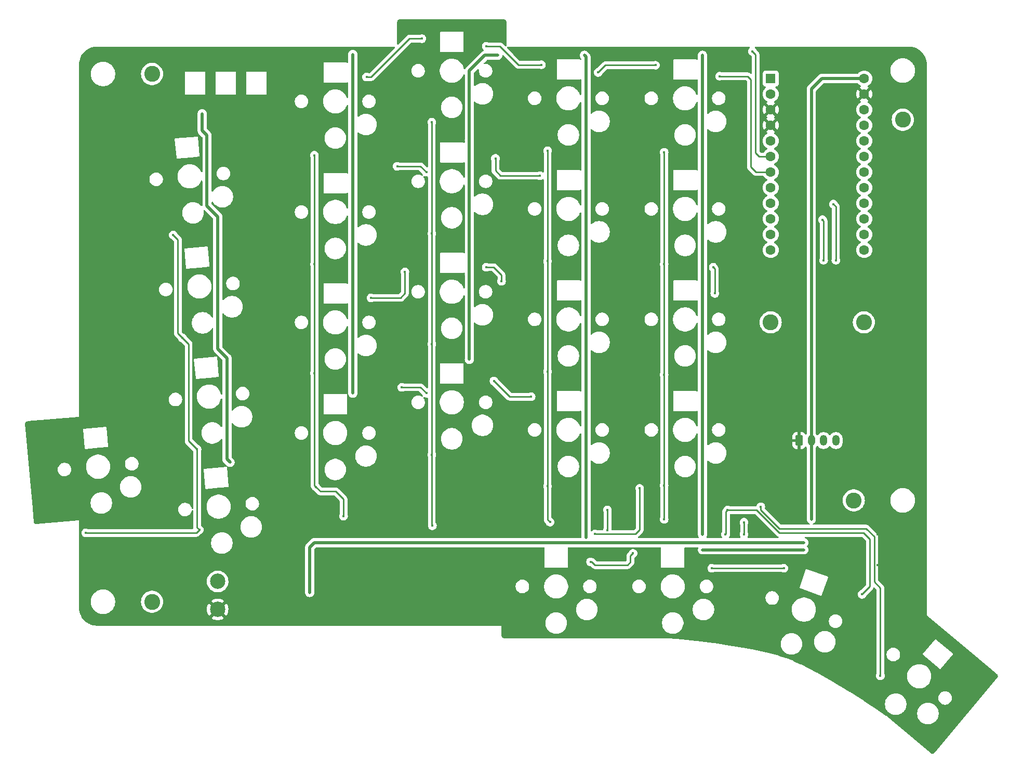
<source format=gbl>
G04 #@! TF.GenerationSoftware,KiCad,Pcbnew,8.0.5*
G04 #@! TF.CreationDate,2024-11-21T21:23:03+01:00*
G04 #@! TF.ProjectId,stellar,7374656c-6c61-4722-9e6b-696361645f70,rev?*
G04 #@! TF.SameCoordinates,Original*
G04 #@! TF.FileFunction,Copper,L2,Bot*
G04 #@! TF.FilePolarity,Positive*
%FSLAX46Y46*%
G04 Gerber Fmt 4.6, Leading zero omitted, Abs format (unit mm)*
G04 Created by KiCad (PCBNEW 8.0.5) date 2024-11-21 21:23:03*
%MOMM*%
%LPD*%
G01*
G04 APERTURE LIST*
G04 Aperture macros list*
%AMRoundRect*
0 Rectangle with rounded corners*
0 $1 Rounding radius*
0 $2 $3 $4 $5 $6 $7 $8 $9 X,Y pos of 4 corners*
0 Add a 4 corners polygon primitive as box body*
4,1,4,$2,$3,$4,$5,$6,$7,$8,$9,$2,$3,0*
0 Add four circle primitives for the rounded corners*
1,1,$1+$1,$2,$3*
1,1,$1+$1,$4,$5*
1,1,$1+$1,$6,$7*
1,1,$1+$1,$8,$9*
0 Add four rect primitives between the rounded corners*
20,1,$1+$1,$2,$3,$4,$5,0*
20,1,$1+$1,$4,$5,$6,$7,0*
20,1,$1+$1,$6,$7,$8,$9,0*
20,1,$1+$1,$8,$9,$2,$3,0*%
G04 Aperture macros list end*
G04 #@! TA.AperFunction,ComponentPad*
%ADD10C,2.600000*%
G04 #@! TD*
G04 #@! TA.AperFunction,ComponentPad*
%ADD11R,1.600000X1.600000*%
G04 #@! TD*
G04 #@! TA.AperFunction,ComponentPad*
%ADD12C,1.600000*%
G04 #@! TD*
G04 #@! TA.AperFunction,ComponentPad*
%ADD13C,2.500000*%
G04 #@! TD*
G04 #@! TA.AperFunction,ComponentPad*
%ADD14RoundRect,0.250000X-0.350000X-0.625000X0.350000X-0.625000X0.350000X0.625000X-0.350000X0.625000X0*%
G04 #@! TD*
G04 #@! TA.AperFunction,ComponentPad*
%ADD15O,1.200000X1.750000*%
G04 #@! TD*
G04 #@! TA.AperFunction,ViaPad*
%ADD16C,0.500000*%
G04 #@! TD*
G04 #@! TA.AperFunction,ViaPad*
%ADD17C,0.400000*%
G04 #@! TD*
G04 #@! TA.AperFunction,Conductor*
%ADD18C,0.500000*%
G04 #@! TD*
G04 #@! TA.AperFunction,Conductor*
%ADD19C,0.250000*%
G04 #@! TD*
G04 APERTURE END LIST*
D10*
X190003100Y-82775693D03*
X89203100Y-128293600D03*
D11*
X190010000Y-43064193D03*
D12*
X190010000Y-45604193D03*
X190010000Y-48144193D03*
X190010000Y-50684193D03*
X190010000Y-53224193D03*
X190010000Y-55764193D03*
X190010000Y-58304193D03*
X190010000Y-60844193D03*
X190010000Y-63384193D03*
X190010000Y-65924193D03*
X190010000Y-68464193D03*
X190010000Y-71004193D03*
X205250000Y-71004193D03*
X205250000Y-68464193D03*
X205250000Y-65924193D03*
X205250000Y-63384193D03*
X205250000Y-60844193D03*
X205250000Y-58304193D03*
X205250000Y-55764193D03*
X205250000Y-53224193D03*
X205250000Y-50684193D03*
X205250000Y-48144193D03*
X205250000Y-45604193D03*
X205250000Y-43064193D03*
D13*
X99892802Y-129527605D03*
D10*
X205203100Y-82775693D03*
X203541800Y-111774900D03*
D13*
X99892802Y-124977605D03*
D10*
X211541800Y-49774900D03*
X89203100Y-42323600D03*
D14*
X194630000Y-102034193D03*
D15*
X196630000Y-102034193D03*
X198630000Y-102034193D03*
X200630000Y-102034193D03*
D16*
X121903100Y-80323600D03*
X140903100Y-74998600D03*
X178903100Y-39285600D03*
X178903100Y-79823600D03*
X140903100Y-88823600D03*
X145513100Y-39285600D03*
X121903100Y-39143600D03*
X159903100Y-117823600D03*
X140903100Y-53073600D03*
X178903100Y-119823600D03*
X101903100Y-105573600D03*
X178903100Y-117323600D03*
X178903100Y-93573600D03*
X98153100Y-56323600D03*
X99903100Y-69823600D03*
X178903100Y-57440578D03*
X159903100Y-93823600D03*
X101403100Y-92073600D03*
X121903100Y-44323600D03*
X159653100Y-39285600D03*
X195403100Y-119823600D03*
X121903100Y-58073600D03*
X159903100Y-57573600D03*
X97365100Y-48795600D03*
X121903100Y-94323600D03*
X159903100Y-79823600D03*
D17*
X112403100Y-49823600D03*
X184903100Y-59823600D03*
X89903100Y-62323600D03*
X114903100Y-49823600D03*
X179903100Y-99823600D03*
X184903100Y-99823600D03*
X127403100Y-82323600D03*
X132403100Y-107323600D03*
X207403100Y-107323600D03*
D16*
X180977340Y-40897840D03*
D17*
X92403100Y-97323600D03*
X212403100Y-77323600D03*
X162403100Y-94823600D03*
X129903100Y-82323600D03*
X182403100Y-72323600D03*
X189903100Y-74823600D03*
X109903100Y-54823600D03*
X104903100Y-92323600D03*
X112403100Y-54823600D03*
X207403100Y-117323600D03*
X179903100Y-97323600D03*
X202403100Y-87323600D03*
X212403100Y-82323600D03*
D16*
X162153100Y-40573600D03*
D17*
X109903100Y-64823600D03*
X212403100Y-67323600D03*
X109903100Y-72323600D03*
X202403100Y-82323600D03*
X184903100Y-62323600D03*
X137403100Y-107323600D03*
X184903100Y-97323600D03*
X85653100Y-52323600D03*
X207403100Y-97323600D03*
X85653100Y-71323600D03*
X87403100Y-97323600D03*
X112403100Y-72323600D03*
X212403100Y-107323600D03*
X107403100Y-92323600D03*
X129903100Y-87323600D03*
X92403100Y-99823600D03*
X182403100Y-59823600D03*
X89903100Y-94823600D03*
X187403100Y-117323600D03*
X104903100Y-72323600D03*
X107403100Y-62323600D03*
X112403100Y-87323600D03*
X85653100Y-57573600D03*
X207403100Y-77323600D03*
X207403100Y-57323600D03*
X112403100Y-84823600D03*
X92403100Y-62323600D03*
X182403100Y-62323600D03*
X189903100Y-87323600D03*
X207403100Y-102323600D03*
X212403100Y-117323600D03*
X112403100Y-67323600D03*
X207403100Y-87323600D03*
X109903100Y-67323600D03*
X212403100Y-62323600D03*
X89903100Y-97323600D03*
X143653100Y-36323600D03*
X207403100Y-122323600D03*
X132403100Y-92323600D03*
X117403100Y-49823600D03*
X109903100Y-69823600D03*
X87403100Y-94823600D03*
X207403100Y-112323600D03*
X89903100Y-99823600D03*
X107403100Y-69823600D03*
X189903100Y-77323600D03*
X107403100Y-64823600D03*
X212403100Y-57323600D03*
X164903100Y-94823600D03*
X202403100Y-92323600D03*
X109903100Y-62323600D03*
X132403100Y-87323600D03*
X85653100Y-76573600D03*
X189903100Y-117323600D03*
X202403100Y-77323600D03*
X182403100Y-97323600D03*
X112403100Y-62323600D03*
X212403100Y-72323600D03*
X118153100Y-115073600D03*
X212403100Y-127323600D03*
X107403100Y-67323600D03*
X207403100Y-92323600D03*
X112403100Y-69823600D03*
X85653100Y-88073600D03*
X189903100Y-79823600D03*
X118153100Y-112073600D03*
X107403100Y-59823600D03*
X212403100Y-122323600D03*
X181693100Y-42699600D03*
D16*
X196630000Y-114823600D03*
X114891100Y-126773600D03*
X195409100Y-118645600D03*
D17*
X161903100Y-42073600D03*
X171227340Y-40897840D03*
X152653100Y-40823600D03*
X143653100Y-37823600D03*
X124153100Y-42823600D03*
X133153100Y-36573600D03*
X145153100Y-56073600D03*
X152403100Y-58897840D03*
X180653100Y-73823600D03*
X180903100Y-78073600D03*
X146153100Y-76073600D03*
X143653100Y-73797840D03*
X124877340Y-78797840D03*
X130403100Y-74573600D03*
X144903100Y-92323600D03*
X150977340Y-94897840D03*
X161403100Y-117248600D03*
X168653100Y-109823600D03*
X167578860Y-120397840D03*
X160653100Y-121797840D03*
X180403100Y-122823600D03*
X192153100Y-122823600D03*
X187027100Y-38635600D03*
X198630000Y-72671600D03*
X198457100Y-66067600D03*
X200630000Y-72671600D03*
X200235100Y-63527600D03*
X129153100Y-57365578D03*
X133903100Y-58323600D03*
X129903100Y-93365578D03*
X133903100Y-94323600D03*
X204903100Y-127073600D03*
X163403100Y-116598600D03*
X182984100Y-113348600D03*
X163403100Y-113323600D03*
X182653100Y-117323600D03*
X94153100Y-85323600D03*
X96903100Y-116573600D03*
X78403100Y-117073600D03*
X92653100Y-68573600D03*
X96528100Y-103448600D03*
X120403100Y-114348600D03*
X115653100Y-55573600D03*
X115653100Y-91073600D03*
X115653100Y-73323600D03*
X115903100Y-109573600D03*
X134778100Y-68323600D03*
X134778100Y-104323600D03*
X134778100Y-86323600D03*
X134890600Y-115911100D03*
X134778100Y-50198600D03*
X185653100Y-115348600D03*
X154053100Y-115323600D03*
X153653100Y-90823600D03*
X153653100Y-54823600D03*
X185653100Y-117323600D03*
X153653100Y-109453066D03*
X153653100Y-72823600D03*
X172653100Y-114848600D03*
X188394100Y-112823600D03*
X172653100Y-55073600D03*
X172653100Y-73323600D03*
X172653100Y-109323600D03*
X172653100Y-91323600D03*
X207878331Y-140323600D03*
D18*
X121903100Y-44323600D02*
X121903100Y-58073600D01*
X178903100Y-57323600D02*
X178903100Y-79823600D01*
X178903100Y-93573600D02*
X178903100Y-117323600D01*
X178903100Y-119823600D02*
X195403100Y-119823600D01*
X101403100Y-92073600D02*
X101403100Y-88573600D01*
X178903100Y-39285600D02*
X178903100Y-57323600D01*
X98153100Y-63823600D02*
X98153100Y-52323600D01*
X159903100Y-93823600D02*
X159903100Y-117823600D01*
X140903100Y-74823600D02*
X140903100Y-88823600D01*
X101403100Y-92073600D02*
X101403100Y-105073600D01*
X101403100Y-88573600D02*
X99903100Y-87073600D01*
X97365100Y-51535600D02*
X97365100Y-48795600D01*
X140903100Y-74823600D02*
X140903100Y-74998600D01*
X143441100Y-39285600D02*
X140903100Y-41823600D01*
X159653100Y-39285600D02*
X159903100Y-39535600D01*
X178903100Y-79823600D02*
X178903100Y-93573600D01*
X159903100Y-57573600D02*
X159903100Y-93823600D01*
X140903100Y-41823600D02*
X140903100Y-74823600D01*
X99903100Y-65573600D02*
X98153100Y-63823600D01*
X98153100Y-52323600D02*
X97365100Y-51535600D01*
X121903100Y-79573600D02*
X121903100Y-58073600D01*
X99903100Y-87073600D02*
X99903100Y-65573600D01*
X121903100Y-39143600D02*
X121903100Y-44323600D01*
X121903100Y-94323600D02*
X121903100Y-75823600D01*
X101403100Y-105073600D02*
X101903100Y-105573600D01*
X178903100Y-57323600D02*
X178903100Y-57440578D01*
X159903100Y-39535600D02*
X159903100Y-57573600D01*
X121903100Y-75823600D02*
X121903100Y-79573600D01*
X145513100Y-39285600D02*
X143441100Y-39285600D01*
D19*
X186265100Y-42699600D02*
X186773100Y-43207600D01*
X181693100Y-42699600D02*
X186265100Y-42699600D01*
X186773100Y-57431600D02*
X187645693Y-58304193D01*
X186773100Y-43207600D02*
X186773100Y-57431600D01*
X187645693Y-58304193D02*
X190010000Y-58304193D01*
D18*
X114891100Y-126773600D02*
X114891100Y-119407600D01*
X196630000Y-102034193D02*
X196630000Y-44780700D01*
X198346507Y-43064193D02*
X205250000Y-43064193D01*
X196630000Y-114823600D02*
X196630000Y-102034193D01*
X114891100Y-119407600D02*
X115653100Y-118645600D01*
X196630000Y-44780700D02*
X198346507Y-43064193D01*
X115653100Y-118645600D02*
X195409100Y-118645600D01*
D19*
X171227340Y-40897840D02*
X163078860Y-40897840D01*
X163078860Y-40897840D02*
X161903100Y-42073600D01*
X143653100Y-37823600D02*
X145903100Y-37823600D01*
X148903100Y-40823600D02*
X152653100Y-40823600D01*
X145903100Y-37823600D02*
X148903100Y-40823600D01*
X131153100Y-36573600D02*
X124903100Y-42823600D01*
X124903100Y-42823600D02*
X124153100Y-42823600D01*
X133153100Y-36573600D02*
X131153100Y-36573600D01*
X145153100Y-56073600D02*
X145153100Y-58073600D01*
X145977340Y-58897840D02*
X152403100Y-58897840D01*
X145153100Y-58073600D02*
X145977340Y-58897840D01*
X180653100Y-73823600D02*
X180903100Y-74073600D01*
X180903100Y-74073600D02*
X180903100Y-78073600D01*
X144877340Y-73797840D02*
X146153100Y-75073600D01*
X146153100Y-75073600D02*
X146153100Y-76073600D01*
X143653100Y-73797840D02*
X144877340Y-73797840D01*
X129678860Y-78797840D02*
X130403100Y-78073600D01*
X130403100Y-78073600D02*
X130403100Y-74573600D01*
X124877340Y-78797840D02*
X129678860Y-78797840D01*
X150977340Y-94897840D02*
X147477340Y-94897840D01*
X147477340Y-94897840D02*
X144903100Y-92323600D01*
X161403100Y-117248600D02*
X167978100Y-117248600D01*
X168653100Y-116573600D02*
X168653100Y-109823600D01*
X167978100Y-117248600D02*
X168653100Y-116573600D01*
X161403100Y-122323600D02*
X166653100Y-122323600D01*
X166653100Y-122323600D02*
X167153100Y-121823600D01*
X167153100Y-121823600D02*
X167153100Y-120823600D01*
X160877340Y-121797840D02*
X161403100Y-122323600D01*
X167153100Y-120823600D02*
X167578860Y-120397840D01*
X180403100Y-122823600D02*
X192153100Y-122823600D01*
X188153693Y-55764193D02*
X187535100Y-55145600D01*
X187535100Y-39143600D02*
X187027100Y-38635600D01*
X187535100Y-55145600D02*
X187535100Y-39143600D01*
X190010000Y-55764193D02*
X188153693Y-55764193D01*
X198630000Y-72671600D02*
X198630000Y-66240500D01*
X198630000Y-66240500D02*
X198457100Y-66067600D01*
X200630000Y-63922500D02*
X200235100Y-63527600D01*
X200630000Y-72671600D02*
X200630000Y-63922500D01*
X132945078Y-57365578D02*
X133903100Y-58323600D01*
X129153100Y-57365578D02*
X132945078Y-57365578D01*
X129903100Y-93365578D02*
X132945078Y-93365578D01*
X132945078Y-93365578D02*
X133903100Y-94323600D01*
X206153100Y-125823600D02*
X206153100Y-118073600D01*
X182709100Y-113623600D02*
X182709100Y-117267600D01*
X191453064Y-117073600D02*
X187728064Y-113348600D01*
X163403100Y-116598600D02*
X163403100Y-113323600D01*
X182709100Y-117267600D02*
X182653100Y-117323600D01*
X205153100Y-117073600D02*
X191453064Y-117073600D01*
X187728064Y-113348600D02*
X182984100Y-113348600D01*
X206153100Y-118073600D02*
X205153100Y-117073600D01*
X204903100Y-127073600D02*
X206153100Y-125823600D01*
X182984100Y-113348600D02*
X182709100Y-113623600D01*
X78403100Y-117073600D02*
X96403100Y-117073600D01*
X95153100Y-102073600D02*
X95153100Y-86323600D01*
X96403100Y-117073600D02*
X96903100Y-116573600D01*
X96903100Y-116573600D02*
X96528100Y-116198600D01*
X95153100Y-86323600D02*
X94153100Y-85323600D01*
X96528100Y-103448600D02*
X95153100Y-102073600D01*
X93403100Y-69323600D02*
X92653100Y-68573600D01*
X94153100Y-85323600D02*
X93403100Y-84573600D01*
X93403100Y-84573600D02*
X93403100Y-69323600D01*
X96528100Y-116198600D02*
X96528100Y-103448600D01*
X115903100Y-109573600D02*
X116653100Y-110323600D01*
X119153100Y-110323600D02*
X120403100Y-111573600D01*
X115653100Y-109323600D02*
X115653100Y-91073600D01*
X115653100Y-73323600D02*
X115653100Y-55573600D01*
X120403100Y-111573600D02*
X120403100Y-114348600D01*
X116653100Y-110323600D02*
X119153100Y-110323600D01*
X115653100Y-91073600D02*
X115653100Y-73323600D01*
X115903100Y-109573600D02*
X115653100Y-109323600D01*
X134778100Y-104323600D02*
X134778100Y-86323600D01*
X134890600Y-115911100D02*
X134778100Y-115798600D01*
X134778100Y-86323600D02*
X134778100Y-68323600D01*
X134778100Y-115798600D02*
X134778100Y-104323600D01*
X134778100Y-68323600D02*
X134778100Y-50198600D01*
X153653100Y-90823600D02*
X153653100Y-72823600D01*
X154053100Y-115323600D02*
X153653100Y-114923600D01*
X185653100Y-117323600D02*
X185653100Y-115348600D01*
X153653100Y-72823600D02*
X153653100Y-54823600D01*
X153653100Y-114923600D02*
X153653100Y-109453066D01*
X153653100Y-109453066D02*
X153653100Y-90823600D01*
X172653100Y-91323600D02*
X172653100Y-109323600D01*
X205589496Y-116373600D02*
X191453100Y-116373600D01*
X172653100Y-55073600D02*
X172653100Y-73323600D01*
X206878100Y-117662204D02*
X205589496Y-116373600D01*
X207878331Y-126048831D02*
X206878100Y-125048600D01*
X207878331Y-140323600D02*
X207878331Y-126048831D01*
X191453100Y-116373600D02*
X188394100Y-113314600D01*
X188394100Y-113314600D02*
X188394100Y-112823600D01*
X172653100Y-73323600D02*
X172653100Y-91323600D01*
X172653100Y-114848600D02*
X172653100Y-109323600D01*
X206878100Y-125048600D02*
X206878100Y-117662204D01*
G04 #@! TA.AperFunction,Conductor*
G36*
X187484651Y-113993785D02*
G01*
X187505293Y-114010419D01*
X191054327Y-117559455D01*
X191054331Y-117559458D01*
X191156772Y-117627908D01*
X191156776Y-117627910D01*
X191156779Y-117627912D01*
X191203664Y-117647332D01*
X191203665Y-117647333D01*
X191203666Y-117647333D01*
X191225891Y-117656539D01*
X191280294Y-117700380D01*
X191302359Y-117766675D01*
X191285080Y-117834374D01*
X191233942Y-117881984D01*
X191178438Y-117895100D01*
X186346056Y-117895100D01*
X186279017Y-117875415D01*
X186233262Y-117822611D01*
X186223318Y-117753453D01*
X186244006Y-117700660D01*
X186258891Y-117679095D01*
X186277918Y-117651530D01*
X186338240Y-117492472D01*
X186358745Y-117323600D01*
X186338240Y-117154728D01*
X186286657Y-117018715D01*
X186278600Y-116974745D01*
X186278600Y-115697454D01*
X186286658Y-115653483D01*
X186287399Y-115651531D01*
X186328598Y-115542897D01*
X186338239Y-115517475D01*
X186338240Y-115517470D01*
X186338411Y-115516063D01*
X186358745Y-115348600D01*
X186338240Y-115179728D01*
X186277918Y-115020670D01*
X186275708Y-115017469D01*
X186214873Y-114929334D01*
X186181283Y-114880671D01*
X186077101Y-114788374D01*
X186053949Y-114767863D01*
X185903326Y-114688810D01*
X185738156Y-114648100D01*
X185568044Y-114648100D01*
X185402873Y-114688810D01*
X185252250Y-114767863D01*
X185124916Y-114880672D01*
X185028282Y-115020668D01*
X184967960Y-115179725D01*
X184967959Y-115179730D01*
X184947455Y-115348600D01*
X184967959Y-115517470D01*
X184967960Y-115517475D01*
X185001706Y-115606453D01*
X185018801Y-115651531D01*
X185019542Y-115653483D01*
X185027600Y-115697454D01*
X185027600Y-116974745D01*
X185019542Y-117018716D01*
X184967961Y-117154725D01*
X184967959Y-117154730D01*
X184947455Y-117323600D01*
X184967959Y-117492469D01*
X184967960Y-117492474D01*
X185028282Y-117651531D01*
X185062194Y-117700660D01*
X185084077Y-117767014D01*
X185066612Y-117834666D01*
X185015344Y-117882136D01*
X184960144Y-117895100D01*
X183346056Y-117895100D01*
X183279017Y-117875415D01*
X183233262Y-117822611D01*
X183223318Y-117753453D01*
X183244006Y-117700660D01*
X183258891Y-117679095D01*
X183277918Y-117651530D01*
X183338240Y-117492472D01*
X183358745Y-117323600D01*
X183338240Y-117154728D01*
X183338239Y-117154725D01*
X183338202Y-117154573D01*
X183334600Y-117124903D01*
X183334600Y-114098100D01*
X183354285Y-114031061D01*
X183407089Y-113985306D01*
X183458600Y-113974100D01*
X187417612Y-113974100D01*
X187484651Y-113993785D01*
G37*
G04 #@! TD.AperFunction*
G04 #@! TA.AperFunction,Conductor*
G36*
X146557180Y-33428615D02*
G01*
X146632613Y-33438064D01*
X146662481Y-33445665D01*
X146726012Y-33470588D01*
X146753082Y-33485323D01*
X146808494Y-33525142D01*
X146831094Y-33546100D01*
X146874970Y-33598352D01*
X146891705Y-33624240D01*
X146921337Y-33685702D01*
X146931169Y-33714916D01*
X146945147Y-33783865D01*
X146947619Y-33808502D01*
X146947619Y-37684166D01*
X146927934Y-37751205D01*
X146875130Y-37796960D01*
X146805972Y-37806904D01*
X146742416Y-37777879D01*
X146735938Y-37771847D01*
X146396028Y-37431938D01*
X146396025Y-37431934D01*
X146396025Y-37431935D01*
X146388958Y-37424868D01*
X146388958Y-37424867D01*
X146301833Y-37337742D01*
X146301832Y-37337741D01*
X146301831Y-37337740D01*
X146250609Y-37303515D01*
X146206587Y-37274100D01*
X146199386Y-37269288D01*
X146112719Y-37233390D01*
X146112717Y-37233388D01*
X146085555Y-37222138D01*
X146085553Y-37222137D01*
X146085552Y-37222137D01*
X146025129Y-37210118D01*
X145964710Y-37198100D01*
X145964707Y-37198100D01*
X145964706Y-37198100D01*
X143999221Y-37198100D01*
X143941595Y-37183896D01*
X143921414Y-37173304D01*
X143903324Y-37163809D01*
X143738156Y-37123100D01*
X143568044Y-37123100D01*
X143402873Y-37163810D01*
X143252250Y-37242863D01*
X143124916Y-37355672D01*
X143028282Y-37495668D01*
X142967960Y-37654725D01*
X142967959Y-37654730D01*
X142947455Y-37823600D01*
X142967959Y-37992469D01*
X142967960Y-37992474D01*
X143028282Y-38151531D01*
X143039423Y-38167671D01*
X143116488Y-38279318D01*
X143124918Y-38291530D01*
X143217008Y-38373115D01*
X143254135Y-38432304D01*
X143253367Y-38502170D01*
X143214949Y-38560529D01*
X143182234Y-38580491D01*
X143085609Y-38620514D01*
X143085596Y-38620521D01*
X143036369Y-38653413D01*
X142962688Y-38702644D01*
X142962680Y-38702650D01*
X140320148Y-41345183D01*
X140297145Y-41379610D01*
X140274295Y-41413810D01*
X140238014Y-41468107D01*
X140224772Y-41500078D01*
X140180931Y-41554481D01*
X140114636Y-41576546D01*
X140046937Y-41559267D01*
X139999327Y-41508129D01*
X139987272Y-41468810D01*
X139982037Y-41429050D01*
X139980012Y-41413665D01*
X139913344Y-41164856D01*
X139814770Y-40926878D01*
X139814768Y-40926875D01*
X139814766Y-40926870D01*
X139685981Y-40703809D01*
X139685977Y-40703802D01*
X139583238Y-40569910D01*
X139529170Y-40499447D01*
X139529164Y-40499440D01*
X139347033Y-40317309D01*
X139347026Y-40317303D01*
X139142680Y-40160503D01*
X139142678Y-40160501D01*
X139142672Y-40160497D01*
X139142667Y-40160494D01*
X139142664Y-40160492D01*
X138919603Y-40031707D01*
X138919586Y-40031699D01*
X138681616Y-39933129D01*
X138523877Y-39890863D01*
X138432809Y-39866462D01*
X138386035Y-39860304D01*
X138177434Y-39832840D01*
X138177427Y-39832840D01*
X137919841Y-39832840D01*
X137919833Y-39832840D01*
X137664459Y-39866462D01*
X137415651Y-39933129D01*
X137177681Y-40031699D01*
X137177664Y-40031707D01*
X136954603Y-40160492D01*
X136954587Y-40160503D01*
X136750241Y-40317303D01*
X136750234Y-40317309D01*
X136568103Y-40499440D01*
X136568097Y-40499447D01*
X136411297Y-40703793D01*
X136411286Y-40703809D01*
X136282501Y-40926870D01*
X136282493Y-40926887D01*
X136183923Y-41164857D01*
X136117256Y-41413665D01*
X136083634Y-41669039D01*
X136083634Y-41926640D01*
X136103895Y-42080531D01*
X136117256Y-42182015D01*
X136138371Y-42260816D01*
X136183923Y-42430822D01*
X136282493Y-42668792D01*
X136282501Y-42668809D01*
X136411286Y-42891870D01*
X136411297Y-42891886D01*
X136568097Y-43096232D01*
X136568103Y-43096239D01*
X136750234Y-43278370D01*
X136750241Y-43278376D01*
X136790747Y-43309457D01*
X136954596Y-43435183D01*
X136954603Y-43435187D01*
X137177664Y-43563972D01*
X137177669Y-43563974D01*
X137177672Y-43563976D01*
X137177676Y-43563977D01*
X137177681Y-43563980D01*
X137199315Y-43572941D01*
X137415650Y-43662550D01*
X137664459Y-43729218D01*
X137919841Y-43762840D01*
X137919848Y-43762840D01*
X138177420Y-43762840D01*
X138177427Y-43762840D01*
X138432809Y-43729218D01*
X138681618Y-43662550D01*
X138919596Y-43563976D01*
X139142672Y-43435183D01*
X139347028Y-43278375D01*
X139529169Y-43096234D01*
X139685977Y-42891878D01*
X139814770Y-42668802D01*
X139817755Y-42661597D01*
X139871962Y-42530728D01*
X139913344Y-42430824D01*
X139913344Y-42430820D01*
X139914039Y-42429145D01*
X139957880Y-42374741D01*
X140024174Y-42352676D01*
X140091873Y-42369955D01*
X140139484Y-42421092D01*
X140152600Y-42476597D01*
X140152600Y-53024490D01*
X140151820Y-53038374D01*
X140147851Y-53073597D01*
X140147851Y-53073600D01*
X140151820Y-53108823D01*
X140152600Y-53122708D01*
X140152600Y-53410315D01*
X140132915Y-53477354D01*
X140080111Y-53523109D01*
X140010953Y-53533053D01*
X139947397Y-53504028D01*
X139940919Y-53497996D01*
X139905562Y-53462639D01*
X139868626Y-53447340D01*
X139868625Y-53447340D01*
X136268625Y-53447340D01*
X136228643Y-53447340D01*
X136228641Y-53447340D01*
X136191705Y-53462639D01*
X136163433Y-53490911D01*
X136148134Y-53527847D01*
X136148134Y-56667832D01*
X136163433Y-56704768D01*
X136163434Y-56704769D01*
X136191705Y-56733040D01*
X136228643Y-56748340D01*
X136228645Y-56748340D01*
X139868623Y-56748340D01*
X139868625Y-56748340D01*
X139905563Y-56733040D01*
X139933834Y-56704769D01*
X139933834Y-56704768D01*
X139940919Y-56697684D01*
X140002242Y-56664199D01*
X140071934Y-56669183D01*
X140127867Y-56711055D01*
X140152284Y-56776519D01*
X140152600Y-56785365D01*
X140152600Y-59119082D01*
X140132915Y-59186121D01*
X140080111Y-59231876D01*
X140010953Y-59241820D01*
X139947397Y-59212795D01*
X139914039Y-59166535D01*
X139898739Y-59129598D01*
X139814770Y-58926878D01*
X139814768Y-58926875D01*
X139814766Y-58926870D01*
X139685981Y-58703809D01*
X139685977Y-58703802D01*
X139553293Y-58530885D01*
X139529170Y-58499447D01*
X139529164Y-58499440D01*
X139347033Y-58317309D01*
X139347026Y-58317303D01*
X139142680Y-58160503D01*
X139142678Y-58160501D01*
X139142672Y-58160497D01*
X139142667Y-58160494D01*
X139142664Y-58160492D01*
X138919603Y-58031707D01*
X138919586Y-58031699D01*
X138681616Y-57933129D01*
X138523877Y-57890863D01*
X138432809Y-57866462D01*
X138400886Y-57862259D01*
X138177434Y-57832840D01*
X138177427Y-57832840D01*
X137919841Y-57832840D01*
X137919833Y-57832840D01*
X137664459Y-57866462D01*
X137415651Y-57933129D01*
X137177681Y-58031699D01*
X137177664Y-58031707D01*
X136954603Y-58160492D01*
X136954587Y-58160503D01*
X136750241Y-58317303D01*
X136750234Y-58317309D01*
X136568103Y-58499440D01*
X136568097Y-58499447D01*
X136411297Y-58703793D01*
X136411286Y-58703809D01*
X136282501Y-58926870D01*
X136282493Y-58926887D01*
X136183923Y-59164857D01*
X136146577Y-59304238D01*
X136117256Y-59413665D01*
X136108710Y-59478576D01*
X136083634Y-59669039D01*
X136083634Y-59926640D01*
X136117256Y-60182014D01*
X136183923Y-60430822D01*
X136282493Y-60668792D01*
X136282501Y-60668809D01*
X136411286Y-60891870D01*
X136411297Y-60891886D01*
X136568097Y-61096232D01*
X136568103Y-61096239D01*
X136750234Y-61278370D01*
X136750241Y-61278376D01*
X136766277Y-61290681D01*
X136954596Y-61435183D01*
X136954603Y-61435187D01*
X137177664Y-61563972D01*
X137177669Y-61563974D01*
X137177672Y-61563976D01*
X137177676Y-61563977D01*
X137177681Y-61563980D01*
X137272020Y-61603056D01*
X137415650Y-61662550D01*
X137664459Y-61729218D01*
X137919841Y-61762840D01*
X137919848Y-61762840D01*
X138177420Y-61762840D01*
X138177427Y-61762840D01*
X138432809Y-61729218D01*
X138681618Y-61662550D01*
X138919596Y-61563976D01*
X139142672Y-61435183D01*
X139347028Y-61278375D01*
X139529169Y-61096234D01*
X139685977Y-60891878D01*
X139814770Y-60668802D01*
X139826427Y-60640661D01*
X139862830Y-60552776D01*
X139913344Y-60430824D01*
X139913344Y-60430820D01*
X139914039Y-60429145D01*
X139957880Y-60374741D01*
X140024174Y-60352676D01*
X140091873Y-60369955D01*
X140139484Y-60421092D01*
X140152600Y-60476597D01*
X140152600Y-71410315D01*
X140132915Y-71477354D01*
X140080111Y-71523109D01*
X140010953Y-71533053D01*
X139947397Y-71504028D01*
X139940919Y-71497996D01*
X139905562Y-71462639D01*
X139868626Y-71447340D01*
X139868625Y-71447340D01*
X136268625Y-71447340D01*
X136228643Y-71447340D01*
X136228641Y-71447340D01*
X136191705Y-71462639D01*
X136163433Y-71490911D01*
X136148134Y-71527847D01*
X136148134Y-74667832D01*
X136163433Y-74704768D01*
X136163434Y-74704769D01*
X136191705Y-74733040D01*
X136228643Y-74748340D01*
X136228645Y-74748340D01*
X139868623Y-74748340D01*
X139868625Y-74748340D01*
X139905563Y-74733040D01*
X139933834Y-74704769D01*
X139933834Y-74704768D01*
X139940919Y-74697684D01*
X140002242Y-74664199D01*
X140071934Y-74669183D01*
X140127867Y-74711055D01*
X140152284Y-74776519D01*
X140152600Y-74785365D01*
X140152600Y-74949490D01*
X140151820Y-74963374D01*
X140147851Y-74998600D01*
X140148925Y-75008136D01*
X140151820Y-75033823D01*
X140152600Y-75047708D01*
X140152600Y-77119082D01*
X140132915Y-77186121D01*
X140080111Y-77231876D01*
X140010953Y-77241820D01*
X139947397Y-77212795D01*
X139914039Y-77166535D01*
X139909789Y-77156275D01*
X139814770Y-76926878D01*
X139814768Y-76926875D01*
X139814766Y-76926870D01*
X139685981Y-76703809D01*
X139685977Y-76703802D01*
X139561941Y-76542155D01*
X139529170Y-76499447D01*
X139529164Y-76499440D01*
X139347033Y-76317309D01*
X139347026Y-76317303D01*
X139142680Y-76160503D01*
X139142678Y-76160501D01*
X139142672Y-76160497D01*
X139142667Y-76160494D01*
X139142664Y-76160492D01*
X138919603Y-76031707D01*
X138919586Y-76031699D01*
X138681616Y-75933129D01*
X138476664Y-75878213D01*
X138432809Y-75866462D01*
X138400886Y-75862259D01*
X138177434Y-75832840D01*
X138177427Y-75832840D01*
X137919841Y-75832840D01*
X137919833Y-75832840D01*
X137664459Y-75866462D01*
X137415651Y-75933129D01*
X137177681Y-76031699D01*
X137177664Y-76031707D01*
X136954603Y-76160492D01*
X136954587Y-76160503D01*
X136750241Y-76317303D01*
X136750234Y-76317309D01*
X136568103Y-76499440D01*
X136568097Y-76499447D01*
X136411297Y-76703793D01*
X136411286Y-76703809D01*
X136282501Y-76926870D01*
X136282493Y-76926887D01*
X136183923Y-77164857D01*
X136117256Y-77413665D01*
X136083634Y-77669039D01*
X136083634Y-77926640D01*
X136117256Y-78182014D01*
X136183923Y-78430822D01*
X136282493Y-78668792D01*
X136282501Y-78668809D01*
X136411286Y-78891870D01*
X136411297Y-78891886D01*
X136568097Y-79096232D01*
X136568103Y-79096239D01*
X136750234Y-79278370D01*
X136750241Y-79278376D01*
X136801785Y-79317927D01*
X136954596Y-79435183D01*
X136954603Y-79435187D01*
X137177664Y-79563972D01*
X137177669Y-79563974D01*
X137177672Y-79563976D01*
X137177676Y-79563977D01*
X137177681Y-79563980D01*
X137272020Y-79603056D01*
X137415650Y-79662550D01*
X137664459Y-79729218D01*
X137919841Y-79762840D01*
X137919848Y-79762840D01*
X138177420Y-79762840D01*
X138177427Y-79762840D01*
X138432809Y-79729218D01*
X138681618Y-79662550D01*
X138919596Y-79563976D01*
X139142672Y-79435183D01*
X139347028Y-79278375D01*
X139529169Y-79096234D01*
X139685977Y-78891878D01*
X139814770Y-78668802D01*
X139817821Y-78661438D01*
X139854195Y-78573623D01*
X139913344Y-78430824D01*
X139913344Y-78430820D01*
X139914039Y-78429145D01*
X139957880Y-78374741D01*
X140024174Y-78352676D01*
X140091873Y-78369955D01*
X140139484Y-78421092D01*
X140152600Y-78476597D01*
X140152600Y-88774490D01*
X140151820Y-88788374D01*
X140147851Y-88823597D01*
X140147851Y-88823600D01*
X140151820Y-88858823D01*
X140152600Y-88872708D01*
X140152600Y-88897516D01*
X140159839Y-88933912D01*
X140161441Y-88944216D01*
X140166787Y-88991659D01*
X140174430Y-89013502D01*
X140179004Y-89030259D01*
X140180225Y-89036399D01*
X140181441Y-89042510D01*
X140200335Y-89088125D01*
X140202808Y-89094603D01*
X140202819Y-89094633D01*
X140222643Y-89151287D01*
X140222646Y-89151294D01*
X140228395Y-89160444D01*
X140237951Y-89178940D01*
X140238012Y-89179088D01*
X140238016Y-89179095D01*
X140272269Y-89230360D01*
X140274154Y-89233269D01*
X140312623Y-89294490D01*
X140432210Y-89414077D01*
X140485148Y-89447340D01*
X140493438Y-89452549D01*
X140496347Y-89454434D01*
X140547605Y-89488684D01*
X140547748Y-89488743D01*
X140566262Y-89498308D01*
X140575410Y-89504056D01*
X140629432Y-89522958D01*
X140632079Y-89523885D01*
X140638577Y-89526366D01*
X140684187Y-89545258D01*
X140684195Y-89545260D01*
X140696432Y-89547694D01*
X140713201Y-89552271D01*
X140735038Y-89559912D01*
X140735041Y-89559913D01*
X140782498Y-89565259D01*
X140792789Y-89566860D01*
X140805026Y-89569294D01*
X140829181Y-89574100D01*
X140829182Y-89574100D01*
X140853990Y-89574100D01*
X140867874Y-89574880D01*
X140903098Y-89578849D01*
X140903100Y-89578849D01*
X140903102Y-89578849D01*
X140938326Y-89574880D01*
X140952210Y-89574100D01*
X140977018Y-89574100D01*
X141013417Y-89566859D01*
X141023699Y-89565259D01*
X141071159Y-89559913D01*
X141093011Y-89552265D01*
X141109760Y-89547694D01*
X141122013Y-89545258D01*
X141139413Y-89538050D01*
X141167631Y-89526362D01*
X141174088Y-89523895D01*
X141230790Y-89504056D01*
X141239936Y-89498308D01*
X141258465Y-89488738D01*
X141258515Y-89488716D01*
X141258595Y-89488684D01*
X141309880Y-89454415D01*
X141312718Y-89452575D01*
X141373990Y-89414077D01*
X141493577Y-89294490D01*
X141532075Y-89233218D01*
X141533921Y-89230372D01*
X141539213Y-89222452D01*
X141568184Y-89179095D01*
X141568238Y-89178965D01*
X141577808Y-89160436D01*
X141583556Y-89151290D01*
X141603395Y-89094588D01*
X141605862Y-89088131D01*
X141624755Y-89042520D01*
X141624754Y-89042520D01*
X141624758Y-89042513D01*
X141627194Y-89030260D01*
X141631765Y-89013511D01*
X141639413Y-88991659D01*
X141644759Y-88944199D01*
X141646360Y-88933912D01*
X141653600Y-88897518D01*
X141653600Y-88872708D01*
X141654380Y-88858823D01*
X141658349Y-88823600D01*
X141658349Y-88823597D01*
X141654380Y-88788374D01*
X141653600Y-88774490D01*
X141653600Y-82927749D01*
X141673285Y-82860710D01*
X141726089Y-82814955D01*
X141795247Y-82805011D01*
X141858803Y-82834036D01*
X141865281Y-82840068D01*
X141891964Y-82866751D01*
X141891972Y-82866758D01*
X141891973Y-82866759D01*
X141902843Y-82875100D01*
X142074016Y-83006447D01*
X142074019Y-83006448D01*
X142074022Y-83006451D01*
X142272746Y-83121184D01*
X142272751Y-83121186D01*
X142272757Y-83121189D01*
X142364114Y-83159030D01*
X142484747Y-83208998D01*
X142706396Y-83268388D01*
X142933900Y-83298340D01*
X142933907Y-83298340D01*
X143163361Y-83298340D01*
X143163368Y-83298340D01*
X143390872Y-83268388D01*
X143612521Y-83208998D01*
X143824522Y-83121184D01*
X144023246Y-83006451D01*
X144205295Y-82866759D01*
X144205299Y-82866754D01*
X144205304Y-82866751D01*
X144367545Y-82704510D01*
X144367548Y-82704505D01*
X144367553Y-82704501D01*
X144507245Y-82522452D01*
X144621978Y-82323728D01*
X144668609Y-82211152D01*
X150447234Y-82211152D01*
X150447234Y-82384527D01*
X150474354Y-82555753D01*
X150527924Y-82720628D01*
X150527925Y-82720631D01*
X150602382Y-82866759D01*
X150606632Y-82875100D01*
X150708533Y-83015354D01*
X150831120Y-83137941D01*
X150971374Y-83239842D01*
X151027395Y-83268386D01*
X151125842Y-83318548D01*
X151125845Y-83318549D01*
X151208282Y-83345334D01*
X151290722Y-83372120D01*
X151370025Y-83384680D01*
X151461947Y-83399240D01*
X151461952Y-83399240D01*
X151635321Y-83399240D01*
X151718329Y-83386092D01*
X151806546Y-83372120D01*
X151971425Y-83318548D01*
X152125894Y-83239842D01*
X152266148Y-83137941D01*
X152388735Y-83015354D01*
X152490636Y-82875100D01*
X152569342Y-82720631D01*
X152622914Y-82555752D01*
X152643002Y-82428921D01*
X152650034Y-82384527D01*
X152650034Y-82211152D01*
X152630260Y-82086311D01*
X152622914Y-82039928D01*
X152595426Y-81955327D01*
X152569343Y-81875051D01*
X152569342Y-81875048D01*
X152519450Y-81777130D01*
X152490636Y-81720580D01*
X152388735Y-81580326D01*
X152266148Y-81457739D01*
X152125894Y-81355838D01*
X152061307Y-81322929D01*
X151971425Y-81277131D01*
X151971422Y-81277130D01*
X151806547Y-81223560D01*
X151635321Y-81196440D01*
X151635316Y-81196440D01*
X151461952Y-81196440D01*
X151461947Y-81196440D01*
X151290720Y-81223560D01*
X151125845Y-81277130D01*
X151125842Y-81277131D01*
X150971373Y-81355838D01*
X150922365Y-81391445D01*
X150831120Y-81457739D01*
X150831118Y-81457741D01*
X150831117Y-81457741D01*
X150708535Y-81580323D01*
X150708535Y-81580324D01*
X150708533Y-81580326D01*
X150680375Y-81619082D01*
X150606632Y-81720579D01*
X150527925Y-81875048D01*
X150527924Y-81875051D01*
X150474354Y-82039926D01*
X150447234Y-82211152D01*
X144668609Y-82211152D01*
X144709792Y-82111727D01*
X144769182Y-81890078D01*
X144799134Y-81662574D01*
X144799134Y-81433106D01*
X144769182Y-81205602D01*
X144709792Y-80983953D01*
X144621978Y-80771952D01*
X144507245Y-80573228D01*
X144507242Y-80573225D01*
X144507241Y-80573222D01*
X144367552Y-80391178D01*
X144367545Y-80391170D01*
X144205304Y-80228929D01*
X144205295Y-80228921D01*
X144023251Y-80089232D01*
X143824524Y-79974497D01*
X143824510Y-79974490D01*
X143612521Y-79886682D01*
X143390872Y-79827292D01*
X143352849Y-79822286D01*
X143163375Y-79797340D01*
X143163368Y-79797340D01*
X142933900Y-79797340D01*
X142933892Y-79797340D01*
X142717349Y-79825849D01*
X142706396Y-79827292D01*
X142612710Y-79852394D01*
X142484746Y-79886682D01*
X142272757Y-79974490D01*
X142272743Y-79974497D01*
X142074016Y-80089232D01*
X141891972Y-80228921D01*
X141865281Y-80255612D01*
X141803958Y-80289097D01*
X141734266Y-80284113D01*
X141678333Y-80242241D01*
X141653916Y-80176777D01*
X141653600Y-80167931D01*
X141653600Y-77711152D01*
X142447234Y-77711152D01*
X142447234Y-77884527D01*
X142474354Y-78055753D01*
X142527924Y-78220628D01*
X142527925Y-78220631D01*
X142595206Y-78352676D01*
X142606632Y-78375100D01*
X142708533Y-78515354D01*
X142831120Y-78637941D01*
X142971374Y-78739842D01*
X143047136Y-78778444D01*
X143125842Y-78818548D01*
X143125845Y-78818549D01*
X143208282Y-78845334D01*
X143290722Y-78872120D01*
X143370025Y-78884680D01*
X143461947Y-78899240D01*
X143461952Y-78899240D01*
X143635321Y-78899240D01*
X143718329Y-78886092D01*
X143806546Y-78872120D01*
X143971425Y-78818548D01*
X144125894Y-78739842D01*
X144266148Y-78637941D01*
X144388735Y-78515354D01*
X144490636Y-78375100D01*
X144569342Y-78220631D01*
X144622914Y-78055752D01*
X144636886Y-77967535D01*
X144650034Y-77884527D01*
X144650034Y-77711152D01*
X144634256Y-77611542D01*
X144622914Y-77539928D01*
X144576629Y-77397475D01*
X144569343Y-77375051D01*
X144569342Y-77375048D01*
X144501458Y-77241820D01*
X144490636Y-77220580D01*
X144388735Y-77080326D01*
X144266148Y-76957739D01*
X144125894Y-76855838D01*
X143971425Y-76777131D01*
X143971422Y-76777130D01*
X143806547Y-76723560D01*
X143635321Y-76696440D01*
X143635316Y-76696440D01*
X143461952Y-76696440D01*
X143461947Y-76696440D01*
X143290720Y-76723560D01*
X143125845Y-76777130D01*
X143125842Y-76777131D01*
X142971373Y-76855838D01*
X142940507Y-76878264D01*
X142831120Y-76957739D01*
X142831118Y-76957741D01*
X142831117Y-76957741D01*
X142708535Y-77080323D01*
X142708535Y-77080324D01*
X142708533Y-77080326D01*
X142680375Y-77119082D01*
X142606632Y-77220579D01*
X142527925Y-77375048D01*
X142527924Y-77375051D01*
X142474354Y-77539926D01*
X142447234Y-77711152D01*
X141653600Y-77711152D01*
X141653600Y-75047708D01*
X141654380Y-75033823D01*
X141657275Y-75008136D01*
X141658349Y-74998600D01*
X141654380Y-74963374D01*
X141653600Y-74949490D01*
X141653600Y-73797840D01*
X142947455Y-73797840D01*
X142967959Y-73966709D01*
X142967960Y-73966714D01*
X143028282Y-74125771D01*
X143090575Y-74216017D01*
X143124917Y-74265769D01*
X143230605Y-74359400D01*
X143252250Y-74378576D01*
X143402873Y-74457629D01*
X143402875Y-74457630D01*
X143568044Y-74498340D01*
X143738156Y-74498340D01*
X143903325Y-74457630D01*
X143941595Y-74437543D01*
X143999221Y-74423340D01*
X144566888Y-74423340D01*
X144633927Y-74443025D01*
X144654569Y-74459659D01*
X145491281Y-75296371D01*
X145524766Y-75357694D01*
X145527600Y-75384052D01*
X145527600Y-75724745D01*
X145519542Y-75768716D01*
X145467961Y-75904725D01*
X145467959Y-75904730D01*
X145447455Y-76073600D01*
X145467959Y-76242469D01*
X145467960Y-76242474D01*
X145528282Y-76401531D01*
X145570463Y-76462639D01*
X145624917Y-76541529D01*
X145661669Y-76574088D01*
X145752250Y-76654336D01*
X145902873Y-76733389D01*
X145902875Y-76733390D01*
X146068044Y-76774100D01*
X146238156Y-76774100D01*
X146403325Y-76733390D01*
X146482792Y-76691681D01*
X146553949Y-76654336D01*
X146553950Y-76654334D01*
X146553952Y-76654334D01*
X146681283Y-76541529D01*
X146777918Y-76401530D01*
X146838240Y-76242472D01*
X146858745Y-76073600D01*
X146838240Y-75904728D01*
X146786657Y-75768715D01*
X146778600Y-75724745D01*
X146778600Y-75011994D01*
X146777831Y-75008130D01*
X146754563Y-74891149D01*
X146754562Y-74891146D01*
X146754559Y-74891138D01*
X146707414Y-74777318D01*
X146707412Y-74777315D01*
X146707412Y-74777314D01*
X146673184Y-74726090D01*
X146638958Y-74674867D01*
X146638956Y-74674864D01*
X146548737Y-74584645D01*
X146548706Y-74584616D01*
X145367538Y-73403448D01*
X145367518Y-73403426D01*
X145276076Y-73311984D01*
X145276068Y-73311978D01*
X145201263Y-73261995D01*
X145201261Y-73261993D01*
X145201261Y-73261994D01*
X145173625Y-73243527D01*
X145133379Y-73226857D01*
X145093132Y-73210187D01*
X145059793Y-73196377D01*
X145049767Y-73194383D01*
X144999369Y-73184358D01*
X144938950Y-73172340D01*
X144938947Y-73172340D01*
X144938946Y-73172340D01*
X143999221Y-73172340D01*
X143941595Y-73158136D01*
X143921414Y-73147544D01*
X143903324Y-73138049D01*
X143738156Y-73097340D01*
X143568044Y-73097340D01*
X143402873Y-73138050D01*
X143252250Y-73217103D01*
X143124916Y-73329912D01*
X143028282Y-73469908D01*
X142967960Y-73628965D01*
X142967960Y-73628968D01*
X142947455Y-73797840D01*
X141653600Y-73797840D01*
X141653600Y-64927749D01*
X141673285Y-64860710D01*
X141726089Y-64814955D01*
X141795247Y-64805011D01*
X141858803Y-64834036D01*
X141865281Y-64840068D01*
X141891964Y-64866751D01*
X141891972Y-64866758D01*
X141891973Y-64866759D01*
X141902843Y-64875100D01*
X142074016Y-65006447D01*
X142074019Y-65006448D01*
X142074022Y-65006451D01*
X142272746Y-65121184D01*
X142272751Y-65121186D01*
X142272757Y-65121189D01*
X142364114Y-65159030D01*
X142484747Y-65208998D01*
X142706396Y-65268388D01*
X142933900Y-65298340D01*
X142933907Y-65298340D01*
X143163361Y-65298340D01*
X143163368Y-65298340D01*
X143390872Y-65268388D01*
X143612521Y-65208998D01*
X143824522Y-65121184D01*
X144023246Y-65006451D01*
X144205295Y-64866759D01*
X144205299Y-64866754D01*
X144205304Y-64866751D01*
X144367545Y-64704510D01*
X144367548Y-64704505D01*
X144367553Y-64704501D01*
X144507245Y-64522452D01*
X144621978Y-64323728D01*
X144668609Y-64211152D01*
X150447234Y-64211152D01*
X150447234Y-64384527D01*
X150474354Y-64555753D01*
X150527924Y-64720628D01*
X150527925Y-64720631D01*
X150602382Y-64866759D01*
X150606632Y-64875100D01*
X150708533Y-65015354D01*
X150831120Y-65137941D01*
X150971374Y-65239842D01*
X151036295Y-65272921D01*
X151125842Y-65318548D01*
X151125845Y-65318549D01*
X151208282Y-65345334D01*
X151290722Y-65372120D01*
X151370025Y-65384680D01*
X151461947Y-65399240D01*
X151461952Y-65399240D01*
X151635321Y-65399240D01*
X151718329Y-65386092D01*
X151806546Y-65372120D01*
X151971425Y-65318548D01*
X152125894Y-65239842D01*
X152266148Y-65137941D01*
X152388735Y-65015354D01*
X152490636Y-64875100D01*
X152569342Y-64720631D01*
X152622914Y-64555752D01*
X152643002Y-64428921D01*
X152650034Y-64384527D01*
X152650034Y-64211152D01*
X152623323Y-64042513D01*
X152622914Y-64039928D01*
X152574225Y-63890078D01*
X152569343Y-63875051D01*
X152569342Y-63875048D01*
X152519450Y-63777130D01*
X152490636Y-63720580D01*
X152388735Y-63580326D01*
X152266148Y-63457739D01*
X152125894Y-63355838D01*
X151971425Y-63277131D01*
X151971422Y-63277130D01*
X151806547Y-63223560D01*
X151635321Y-63196440D01*
X151635316Y-63196440D01*
X151461952Y-63196440D01*
X151461947Y-63196440D01*
X151290720Y-63223560D01*
X151125845Y-63277130D01*
X151125842Y-63277131D01*
X150971373Y-63355838D01*
X150891353Y-63413976D01*
X150831120Y-63457739D01*
X150831118Y-63457741D01*
X150831117Y-63457741D01*
X150708535Y-63580323D01*
X150708535Y-63580324D01*
X150708533Y-63580326D01*
X150686327Y-63610890D01*
X150606632Y-63720579D01*
X150527925Y-63875048D01*
X150527924Y-63875051D01*
X150474354Y-64039926D01*
X150447234Y-64211152D01*
X144668609Y-64211152D01*
X144709792Y-64111727D01*
X144769182Y-63890078D01*
X144799134Y-63662574D01*
X144799134Y-63433106D01*
X144769182Y-63205602D01*
X144709792Y-62983953D01*
X144621978Y-62771952D01*
X144507245Y-62573228D01*
X144507242Y-62573225D01*
X144507241Y-62573222D01*
X144367552Y-62391178D01*
X144367545Y-62391170D01*
X144205304Y-62228929D01*
X144205295Y-62228921D01*
X144023251Y-62089232D01*
X143991554Y-62070932D01*
X143871833Y-62001811D01*
X143824524Y-61974497D01*
X143824510Y-61974490D01*
X143612521Y-61886682D01*
X143390872Y-61827292D01*
X143352849Y-61822286D01*
X143163375Y-61797340D01*
X143163368Y-61797340D01*
X142933900Y-61797340D01*
X142933892Y-61797340D01*
X142717349Y-61825849D01*
X142706396Y-61827292D01*
X142612710Y-61852394D01*
X142484746Y-61886682D01*
X142272757Y-61974490D01*
X142272743Y-61974497D01*
X142074016Y-62089232D01*
X141891972Y-62228921D01*
X141865281Y-62255612D01*
X141803958Y-62289097D01*
X141734266Y-62284113D01*
X141678333Y-62242241D01*
X141653916Y-62176777D01*
X141653600Y-62167931D01*
X141653600Y-59711152D01*
X142447234Y-59711152D01*
X142447234Y-59884527D01*
X142474354Y-60055753D01*
X142527924Y-60220628D01*
X142527925Y-60220631D01*
X142579975Y-60322783D01*
X142606632Y-60375100D01*
X142708533Y-60515354D01*
X142831120Y-60637941D01*
X142971374Y-60739842D01*
X143047136Y-60778444D01*
X143125842Y-60818548D01*
X143125845Y-60818549D01*
X143206233Y-60844668D01*
X143290722Y-60872120D01*
X143370025Y-60884680D01*
X143461947Y-60899240D01*
X143461952Y-60899240D01*
X143635321Y-60899240D01*
X143718329Y-60886092D01*
X143806546Y-60872120D01*
X143971425Y-60818548D01*
X144125894Y-60739842D01*
X144266148Y-60637941D01*
X144388735Y-60515354D01*
X144490636Y-60375100D01*
X144569342Y-60220631D01*
X144622914Y-60055752D01*
X144636886Y-59967535D01*
X144650034Y-59884527D01*
X144650034Y-59711152D01*
X144627576Y-59569364D01*
X144622914Y-59539928D01*
X144588744Y-59434763D01*
X144569343Y-59375051D01*
X144569342Y-59375048D01*
X144501287Y-59241484D01*
X144490636Y-59220580D01*
X144388735Y-59080326D01*
X144266148Y-58957739D01*
X144125894Y-58855838D01*
X143971425Y-58777131D01*
X143971422Y-58777130D01*
X143806547Y-58723560D01*
X143635321Y-58696440D01*
X143635316Y-58696440D01*
X143461952Y-58696440D01*
X143461947Y-58696440D01*
X143290720Y-58723560D01*
X143125845Y-58777130D01*
X143125842Y-58777131D01*
X142971373Y-58855838D01*
X142929686Y-58886126D01*
X142831120Y-58957739D01*
X142831118Y-58957741D01*
X142831117Y-58957741D01*
X142708535Y-59080323D01*
X142708535Y-59080324D01*
X142708533Y-59080326D01*
X142693347Y-59101228D01*
X142606632Y-59220579D01*
X142527925Y-59375048D01*
X142527924Y-59375051D01*
X142474354Y-59539926D01*
X142447234Y-59711152D01*
X141653600Y-59711152D01*
X141653600Y-56073600D01*
X144447455Y-56073600D01*
X144467959Y-56242470D01*
X144467960Y-56242475D01*
X144507269Y-56346123D01*
X144514676Y-56365654D01*
X144519542Y-56378483D01*
X144527600Y-56422454D01*
X144527600Y-58135207D01*
X144532975Y-58162235D01*
X144551635Y-58256045D01*
X144551636Y-58256049D01*
X144551637Y-58256052D01*
X144555781Y-58266054D01*
X144555781Y-58266055D01*
X144555782Y-58266059D01*
X144598785Y-58369881D01*
X144598787Y-58369884D01*
X144598788Y-58369886D01*
X144626917Y-58411982D01*
X144667242Y-58472333D01*
X144754367Y-58559458D01*
X144754368Y-58559458D01*
X144761435Y-58566525D01*
X144761434Y-58566525D01*
X144761437Y-58566527D01*
X145491481Y-59296572D01*
X145491482Y-59296573D01*
X145578607Y-59383698D01*
X145623456Y-59413665D01*
X145681054Y-59452151D01*
X145794888Y-59499303D01*
X145915728Y-59523339D01*
X145915732Y-59523340D01*
X145915733Y-59523340D01*
X145915734Y-59523340D01*
X152056979Y-59523340D01*
X152114604Y-59537543D01*
X152152875Y-59557630D01*
X152318044Y-59598340D01*
X152488156Y-59598340D01*
X152653325Y-59557630D01*
X152786427Y-59487772D01*
X152803949Y-59478576D01*
X152803950Y-59478574D01*
X152803952Y-59478574D01*
X152821373Y-59463139D01*
X152884604Y-59433419D01*
X152953867Y-59442601D01*
X153007171Y-59487772D01*
X153027592Y-59554591D01*
X153027600Y-59555955D01*
X153027600Y-72474745D01*
X153019542Y-72518716D01*
X152967961Y-72654725D01*
X152967959Y-72654730D01*
X152947455Y-72823600D01*
X152967959Y-72992470D01*
X152967960Y-72992475D01*
X153019542Y-73128483D01*
X153027600Y-73172454D01*
X153027600Y-90474745D01*
X153019542Y-90518716D01*
X152967961Y-90654725D01*
X152967959Y-90654730D01*
X152947455Y-90823600D01*
X152967959Y-90992470D01*
X152967960Y-90992475D01*
X153019542Y-91128483D01*
X153027600Y-91172454D01*
X153027600Y-109104211D01*
X153019542Y-109148181D01*
X153017059Y-109154728D01*
X152967961Y-109284191D01*
X152967959Y-109284196D01*
X152947455Y-109453066D01*
X152967959Y-109621936D01*
X152967960Y-109621941D01*
X153019542Y-109757949D01*
X153027600Y-109801920D01*
X153027600Y-114985211D01*
X153051635Y-115106044D01*
X153051640Y-115106061D01*
X153098785Y-115219881D01*
X153098787Y-115219884D01*
X153098788Y-115219886D01*
X153108673Y-115234679D01*
X153120978Y-115253094D01*
X153120979Y-115253096D01*
X153167240Y-115322331D01*
X153167241Y-115322332D01*
X153167242Y-115322333D01*
X153254367Y-115409458D01*
X153254369Y-115409459D01*
X153367820Y-115522911D01*
X153396079Y-115566619D01*
X153413567Y-115612731D01*
X153428283Y-115651532D01*
X153476599Y-115721529D01*
X153524917Y-115791529D01*
X153594885Y-115853515D01*
X153652250Y-115904336D01*
X153802252Y-115983063D01*
X153802875Y-115983390D01*
X153968044Y-116024100D01*
X154138156Y-116024100D01*
X154303325Y-115983390D01*
X154441061Y-115911100D01*
X154453949Y-115904336D01*
X154453950Y-115904334D01*
X154453952Y-115904334D01*
X154581283Y-115791529D01*
X154677918Y-115651530D01*
X154738240Y-115492472D01*
X154758745Y-115323600D01*
X154738240Y-115154728D01*
X154733353Y-115141843D01*
X154691735Y-115032102D01*
X154677918Y-114995670D01*
X154675149Y-114991659D01*
X154640265Y-114941121D01*
X154581283Y-114855671D01*
X154453952Y-114742866D01*
X154427948Y-114729218D01*
X154344973Y-114685668D01*
X154294761Y-114637083D01*
X154278600Y-114575872D01*
X154278600Y-109801920D01*
X154286658Y-109757949D01*
X154338239Y-109621941D01*
X154338240Y-109621936D01*
X154340743Y-109601321D01*
X154358745Y-109453066D01*
X154338240Y-109284194D01*
X154286657Y-109148181D01*
X154278600Y-109104211D01*
X154278600Y-106133098D01*
X155298134Y-106133098D01*
X155298134Y-106362581D01*
X155319276Y-106523159D01*
X155328086Y-106590078D01*
X155362188Y-106717348D01*
X155387476Y-106811727D01*
X155475284Y-107023716D01*
X155475290Y-107023728D01*
X155569641Y-107187150D01*
X155590026Y-107222457D01*
X155729715Y-107404501D01*
X155729723Y-107404510D01*
X155891964Y-107566751D01*
X155891972Y-107566758D01*
X156074016Y-107706447D01*
X156074019Y-107706448D01*
X156074022Y-107706451D01*
X156272746Y-107821184D01*
X156272751Y-107821186D01*
X156272757Y-107821189D01*
X156364114Y-107859030D01*
X156484747Y-107908998D01*
X156706396Y-107968388D01*
X156933900Y-107998340D01*
X156933907Y-107998340D01*
X157163361Y-107998340D01*
X157163368Y-107998340D01*
X157390872Y-107968388D01*
X157612521Y-107908998D01*
X157824522Y-107821184D01*
X158023246Y-107706451D01*
X158205295Y-107566759D01*
X158205299Y-107566754D01*
X158205304Y-107566751D01*
X158367545Y-107404510D01*
X158367548Y-107404505D01*
X158367553Y-107404501D01*
X158507245Y-107222452D01*
X158621978Y-107023728D01*
X158709792Y-106811727D01*
X158769182Y-106590078D01*
X158799134Y-106362574D01*
X158799134Y-106133106D01*
X158769182Y-105905602D01*
X158709792Y-105683953D01*
X158636268Y-105506451D01*
X158621983Y-105471963D01*
X158621978Y-105471953D01*
X158621978Y-105471952D01*
X158507245Y-105273228D01*
X158507242Y-105273225D01*
X158507241Y-105273222D01*
X158367552Y-105091178D01*
X158367545Y-105091170D01*
X158205304Y-104928929D01*
X158205295Y-104928921D01*
X158023251Y-104789232D01*
X158015808Y-104784935D01*
X157824522Y-104674496D01*
X157824510Y-104674490D01*
X157612521Y-104586682D01*
X157390872Y-104527292D01*
X157352849Y-104522286D01*
X157163375Y-104497340D01*
X157163368Y-104497340D01*
X156933900Y-104497340D01*
X156933892Y-104497340D01*
X156717349Y-104525849D01*
X156706396Y-104527292D01*
X156612710Y-104552394D01*
X156484746Y-104586682D01*
X156272757Y-104674490D01*
X156272743Y-104674497D01*
X156074016Y-104789232D01*
X155891972Y-104928921D01*
X155729715Y-105091178D01*
X155590026Y-105273222D01*
X155475291Y-105471949D01*
X155475284Y-105471963D01*
X155387476Y-105683952D01*
X155364852Y-105768388D01*
X155329242Y-105901290D01*
X155328087Y-105905599D01*
X155328085Y-105905610D01*
X155298134Y-106133098D01*
X154278600Y-106133098D01*
X154278600Y-91172454D01*
X154286658Y-91128483D01*
X154338239Y-90992475D01*
X154338240Y-90992470D01*
X154340392Y-90974745D01*
X154358745Y-90823600D01*
X154338240Y-90654728D01*
X154286657Y-90518715D01*
X154278600Y-90474745D01*
X154278600Y-88133098D01*
X155298134Y-88133098D01*
X155298134Y-88362581D01*
X155316185Y-88499682D01*
X155328086Y-88590078D01*
X155380542Y-88785847D01*
X155387476Y-88811727D01*
X155475284Y-89023716D01*
X155475291Y-89023730D01*
X155590026Y-89222457D01*
X155729715Y-89404501D01*
X155729723Y-89404510D01*
X155891964Y-89566751D01*
X155891972Y-89566758D01*
X155891973Y-89566759D01*
X155907729Y-89578849D01*
X156074016Y-89706447D01*
X156074019Y-89706448D01*
X156074022Y-89706451D01*
X156272746Y-89821184D01*
X156272751Y-89821186D01*
X156272757Y-89821189D01*
X156364114Y-89859030D01*
X156484747Y-89908998D01*
X156706396Y-89968388D01*
X156933900Y-89998340D01*
X156933907Y-89998340D01*
X157163361Y-89998340D01*
X157163368Y-89998340D01*
X157390872Y-89968388D01*
X157612521Y-89908998D01*
X157824522Y-89821184D01*
X158023246Y-89706451D01*
X158205295Y-89566759D01*
X158205299Y-89566754D01*
X158205304Y-89566751D01*
X158367545Y-89404510D01*
X158367548Y-89404505D01*
X158367553Y-89404501D01*
X158507245Y-89222452D01*
X158621978Y-89023728D01*
X158709792Y-88811727D01*
X158769182Y-88590078D01*
X158799134Y-88362574D01*
X158799134Y-88133106D01*
X158769182Y-87905602D01*
X158709792Y-87683953D01*
X158636268Y-87506451D01*
X158621983Y-87471963D01*
X158621978Y-87471953D01*
X158621978Y-87471952D01*
X158507245Y-87273228D01*
X158507242Y-87273225D01*
X158507241Y-87273222D01*
X158367552Y-87091178D01*
X158367545Y-87091170D01*
X158205304Y-86928929D01*
X158205295Y-86928921D01*
X158023251Y-86789232D01*
X157824524Y-86674497D01*
X157824510Y-86674490D01*
X157612521Y-86586682D01*
X157597622Y-86582690D01*
X157390872Y-86527292D01*
X157352849Y-86522286D01*
X157163375Y-86497340D01*
X157163368Y-86497340D01*
X156933900Y-86497340D01*
X156933892Y-86497340D01*
X156717349Y-86525849D01*
X156706396Y-86527292D01*
X156612710Y-86552394D01*
X156484746Y-86586682D01*
X156272757Y-86674490D01*
X156272743Y-86674497D01*
X156074016Y-86789232D01*
X155891972Y-86928921D01*
X155729715Y-87091178D01*
X155590026Y-87273222D01*
X155475291Y-87471949D01*
X155475284Y-87471963D01*
X155387476Y-87683952D01*
X155328087Y-87905599D01*
X155328085Y-87905610D01*
X155298134Y-88133098D01*
X154278600Y-88133098D01*
X154278600Y-73172454D01*
X154286658Y-73128483D01*
X154338239Y-72992475D01*
X154338240Y-72992470D01*
X154340392Y-72974745D01*
X154358745Y-72823600D01*
X154338240Y-72654728D01*
X154286657Y-72518715D01*
X154278600Y-72474745D01*
X154278600Y-70133098D01*
X155298134Y-70133098D01*
X155298134Y-70362581D01*
X155323080Y-70552055D01*
X155328086Y-70590078D01*
X155378304Y-70777495D01*
X155387476Y-70811727D01*
X155475284Y-71023716D01*
X155475291Y-71023730D01*
X155590026Y-71222457D01*
X155729715Y-71404501D01*
X155729723Y-71404510D01*
X155891964Y-71566751D01*
X155891972Y-71566758D01*
X156074016Y-71706447D01*
X156074019Y-71706448D01*
X156074022Y-71706451D01*
X156272746Y-71821184D01*
X156272751Y-71821186D01*
X156272757Y-71821189D01*
X156364114Y-71859030D01*
X156484747Y-71908998D01*
X156706396Y-71968388D01*
X156933900Y-71998340D01*
X156933907Y-71998340D01*
X157163361Y-71998340D01*
X157163368Y-71998340D01*
X157390872Y-71968388D01*
X157612521Y-71908998D01*
X157824522Y-71821184D01*
X158023246Y-71706451D01*
X158205295Y-71566759D01*
X158205299Y-71566754D01*
X158205304Y-71566751D01*
X158367545Y-71404510D01*
X158367548Y-71404505D01*
X158367553Y-71404501D01*
X158507245Y-71222452D01*
X158621978Y-71023728D01*
X158709792Y-70811727D01*
X158769182Y-70590078D01*
X158799134Y-70362574D01*
X158799134Y-70133106D01*
X158769182Y-69905602D01*
X158709792Y-69683953D01*
X158659824Y-69563320D01*
X158621983Y-69471963D01*
X158621980Y-69471957D01*
X158621978Y-69471952D01*
X158507245Y-69273228D01*
X158507242Y-69273225D01*
X158507241Y-69273222D01*
X158367552Y-69091178D01*
X158367545Y-69091170D01*
X158205304Y-68928929D01*
X158205295Y-68928921D01*
X158023251Y-68789232D01*
X157824524Y-68674497D01*
X157824510Y-68674490D01*
X157612521Y-68586682D01*
X157390872Y-68527292D01*
X157352849Y-68522286D01*
X157163375Y-68497340D01*
X157163368Y-68497340D01*
X156933900Y-68497340D01*
X156933892Y-68497340D01*
X156717349Y-68525849D01*
X156706396Y-68527292D01*
X156612710Y-68552394D01*
X156484746Y-68586682D01*
X156272757Y-68674490D01*
X156272743Y-68674497D01*
X156074016Y-68789232D01*
X155891972Y-68928921D01*
X155729715Y-69091178D01*
X155590026Y-69273222D01*
X155475291Y-69471949D01*
X155475284Y-69471963D01*
X155387476Y-69683952D01*
X155359497Y-69788374D01*
X155336655Y-69873624D01*
X155328087Y-69905599D01*
X155328085Y-69905610D01*
X155298134Y-70133098D01*
X154278600Y-70133098D01*
X154278600Y-55172454D01*
X154286658Y-55128483D01*
X154290252Y-55119008D01*
X154338240Y-54992472D01*
X154358745Y-54823600D01*
X154338240Y-54654728D01*
X154277918Y-54495670D01*
X154276898Y-54494193D01*
X154230054Y-54426328D01*
X154181283Y-54355671D01*
X154053952Y-54242866D01*
X154053949Y-54242863D01*
X153903326Y-54163810D01*
X153738156Y-54123100D01*
X153568044Y-54123100D01*
X153402873Y-54163810D01*
X153252250Y-54242863D01*
X153124916Y-54355672D01*
X153028282Y-54495668D01*
X152967960Y-54654725D01*
X152967959Y-54654730D01*
X152947455Y-54823600D01*
X152967959Y-54992470D01*
X152967960Y-54992475D01*
X153003360Y-55085816D01*
X153015948Y-55119008D01*
X153019542Y-55128483D01*
X153027600Y-55172454D01*
X153027600Y-58239724D01*
X153007915Y-58306763D01*
X152955111Y-58352518D01*
X152885953Y-58362462D01*
X152822397Y-58333437D01*
X152821373Y-58332540D01*
X152803952Y-58317106D01*
X152803950Y-58317105D01*
X152803949Y-58317104D01*
X152653326Y-58238050D01*
X152488156Y-58197340D01*
X152318044Y-58197340D01*
X152152875Y-58238049D01*
X152127862Y-58251177D01*
X152114604Y-58258136D01*
X152056979Y-58272340D01*
X146287793Y-58272340D01*
X146220754Y-58252655D01*
X146200112Y-58236021D01*
X145814919Y-57850828D01*
X145781434Y-57789505D01*
X145778600Y-57763147D01*
X145778600Y-56422454D01*
X145786658Y-56378483D01*
X145791524Y-56365654D01*
X145838240Y-56242472D01*
X145858745Y-56073600D01*
X145838240Y-55904728D01*
X145777918Y-55745670D01*
X145775709Y-55742470D01*
X145743576Y-55695918D01*
X145681283Y-55605671D01*
X145553952Y-55492866D01*
X145553949Y-55492863D01*
X145403326Y-55413810D01*
X145238156Y-55373100D01*
X145068044Y-55373100D01*
X144902873Y-55413810D01*
X144752250Y-55492863D01*
X144624916Y-55605672D01*
X144528282Y-55745668D01*
X144467960Y-55904725D01*
X144467959Y-55904730D01*
X144447455Y-56073600D01*
X141653600Y-56073600D01*
X141653600Y-53122708D01*
X141654380Y-53108823D01*
X141658349Y-53073600D01*
X141658349Y-53073597D01*
X141654380Y-53038374D01*
X141653600Y-53024490D01*
X141653600Y-52133098D01*
X155298134Y-52133098D01*
X155298134Y-52362581D01*
X155318645Y-52518367D01*
X155328086Y-52590078D01*
X155378357Y-52777695D01*
X155387476Y-52811727D01*
X155475284Y-53023716D01*
X155475291Y-53023730D01*
X155590026Y-53222457D01*
X155729715Y-53404501D01*
X155729723Y-53404510D01*
X155891964Y-53566751D01*
X155891972Y-53566758D01*
X156074016Y-53706447D01*
X156074019Y-53706448D01*
X156074022Y-53706451D01*
X156272746Y-53821184D01*
X156272751Y-53821186D01*
X156272757Y-53821189D01*
X156364114Y-53859030D01*
X156484747Y-53908998D01*
X156706396Y-53968388D01*
X156933900Y-53998340D01*
X156933907Y-53998340D01*
X157163361Y-53998340D01*
X157163368Y-53998340D01*
X157390872Y-53968388D01*
X157612521Y-53908998D01*
X157824522Y-53821184D01*
X158023246Y-53706451D01*
X158205295Y-53566759D01*
X158205299Y-53566754D01*
X158205304Y-53566751D01*
X158367545Y-53404510D01*
X158367548Y-53404505D01*
X158367553Y-53404501D01*
X158507245Y-53222452D01*
X158621978Y-53023728D01*
X158709792Y-52811727D01*
X158769182Y-52590078D01*
X158799134Y-52362574D01*
X158799134Y-52133106D01*
X158769182Y-51905602D01*
X158709792Y-51683953D01*
X158659824Y-51563320D01*
X158621983Y-51471963D01*
X158621980Y-51471957D01*
X158621978Y-51471952D01*
X158507245Y-51273228D01*
X158507242Y-51273225D01*
X158507241Y-51273222D01*
X158367552Y-51091178D01*
X158367545Y-51091170D01*
X158205304Y-50928929D01*
X158205295Y-50928921D01*
X158023251Y-50789232D01*
X157824524Y-50674497D01*
X157824510Y-50674490D01*
X157612521Y-50586682D01*
X157390872Y-50527292D01*
X157352849Y-50522286D01*
X157163375Y-50497340D01*
X157163368Y-50497340D01*
X156933900Y-50497340D01*
X156933892Y-50497340D01*
X156725848Y-50524731D01*
X156706396Y-50527292D01*
X156631150Y-50547454D01*
X156484746Y-50586682D01*
X156272757Y-50674490D01*
X156272743Y-50674497D01*
X156074016Y-50789232D01*
X155891972Y-50928921D01*
X155729715Y-51091178D01*
X155590026Y-51273222D01*
X155475291Y-51471949D01*
X155475284Y-51471963D01*
X155387476Y-51683952D01*
X155364852Y-51768388D01*
X155331975Y-51891090D01*
X155328087Y-51905599D01*
X155328085Y-51905610D01*
X155298134Y-52133098D01*
X141653600Y-52133098D01*
X141653600Y-46927749D01*
X141673285Y-46860710D01*
X141726089Y-46814955D01*
X141795247Y-46805011D01*
X141858803Y-46834036D01*
X141865281Y-46840068D01*
X141891964Y-46866751D01*
X141891972Y-46866758D01*
X141891973Y-46866759D01*
X141902843Y-46875100D01*
X142074016Y-47006447D01*
X142074019Y-47006448D01*
X142074022Y-47006451D01*
X142272746Y-47121184D01*
X142272751Y-47121186D01*
X142272757Y-47121189D01*
X142328181Y-47144146D01*
X142484747Y-47208998D01*
X142706396Y-47268388D01*
X142933900Y-47298340D01*
X142933907Y-47298340D01*
X143163361Y-47298340D01*
X143163368Y-47298340D01*
X143390872Y-47268388D01*
X143612521Y-47208998D01*
X143824522Y-47121184D01*
X144023246Y-47006451D01*
X144205295Y-46866759D01*
X144205299Y-46866754D01*
X144205304Y-46866751D01*
X144367545Y-46704510D01*
X144367548Y-46704505D01*
X144367553Y-46704501D01*
X144507245Y-46522452D01*
X144621978Y-46323728D01*
X144668609Y-46211152D01*
X150447234Y-46211152D01*
X150447234Y-46384527D01*
X150474354Y-46555753D01*
X150527924Y-46720628D01*
X150527925Y-46720631D01*
X150602382Y-46866759D01*
X150606632Y-46875100D01*
X150708533Y-47015354D01*
X150831120Y-47137941D01*
X150971374Y-47239842D01*
X151027395Y-47268386D01*
X151125842Y-47318548D01*
X151125845Y-47318549D01*
X151208282Y-47345334D01*
X151290722Y-47372120D01*
X151370025Y-47384680D01*
X151461947Y-47399240D01*
X151461952Y-47399240D01*
X151635321Y-47399240D01*
X151718329Y-47386092D01*
X151806546Y-47372120D01*
X151971425Y-47318548D01*
X152125894Y-47239842D01*
X152266148Y-47137941D01*
X152388735Y-47015354D01*
X152490636Y-46875100D01*
X152569342Y-46720631D01*
X152622914Y-46555752D01*
X152640719Y-46443334D01*
X152650034Y-46384527D01*
X152650034Y-46211152D01*
X152629312Y-46080323D01*
X152622914Y-46039928D01*
X152574225Y-45890078D01*
X152569343Y-45875051D01*
X152569342Y-45875048D01*
X152501458Y-45741820D01*
X152490636Y-45720580D01*
X152388735Y-45580326D01*
X152266148Y-45457739D01*
X152125894Y-45355838D01*
X151971425Y-45277131D01*
X151971422Y-45277130D01*
X151806547Y-45223560D01*
X151635321Y-45196440D01*
X151635316Y-45196440D01*
X151461952Y-45196440D01*
X151461947Y-45196440D01*
X151290720Y-45223560D01*
X151125845Y-45277130D01*
X151125842Y-45277131D01*
X150971373Y-45355838D01*
X150891353Y-45413976D01*
X150831120Y-45457739D01*
X150831118Y-45457741D01*
X150831117Y-45457741D01*
X150708535Y-45580323D01*
X150708535Y-45580324D01*
X150708533Y-45580326D01*
X150691193Y-45604193D01*
X150606632Y-45720579D01*
X150527925Y-45875048D01*
X150527924Y-45875051D01*
X150474354Y-46039926D01*
X150447234Y-46211152D01*
X144668609Y-46211152D01*
X144709792Y-46111727D01*
X144769182Y-45890078D01*
X144799134Y-45662574D01*
X144799134Y-45433106D01*
X144769182Y-45205602D01*
X144709792Y-44983953D01*
X144621978Y-44771952D01*
X144507245Y-44573228D01*
X144507242Y-44573225D01*
X144507241Y-44573222D01*
X144399743Y-44433129D01*
X144367553Y-44391179D01*
X144367552Y-44391178D01*
X144367545Y-44391170D01*
X144205304Y-44228929D01*
X144205295Y-44228921D01*
X144023251Y-44089232D01*
X143824524Y-43974497D01*
X143824510Y-43974490D01*
X143612521Y-43886682D01*
X143541193Y-43867570D01*
X143390872Y-43827292D01*
X143352849Y-43822286D01*
X143163375Y-43797340D01*
X143163368Y-43797340D01*
X142933900Y-43797340D01*
X142933892Y-43797340D01*
X142717349Y-43825849D01*
X142706396Y-43827292D01*
X142617871Y-43851012D01*
X142484746Y-43886682D01*
X142272757Y-43974490D01*
X142272743Y-43974497D01*
X142074016Y-44089232D01*
X141891972Y-44228921D01*
X141865281Y-44255612D01*
X141803958Y-44289097D01*
X141734266Y-44284113D01*
X141678333Y-44242241D01*
X141653916Y-44176777D01*
X141653600Y-44167931D01*
X141653600Y-42185830D01*
X141673285Y-42118791D01*
X141689919Y-42098149D01*
X141967673Y-41820395D01*
X142247072Y-41540995D01*
X142308393Y-41507512D01*
X142378084Y-41512496D01*
X142434018Y-41554367D01*
X142458435Y-41619832D01*
X142457224Y-41648075D01*
X142447234Y-41711151D01*
X142447234Y-41884527D01*
X142474354Y-42055753D01*
X142527924Y-42220628D01*
X142527925Y-42220631D01*
X142576835Y-42316620D01*
X142606632Y-42375100D01*
X142708533Y-42515354D01*
X142831120Y-42637941D01*
X142971374Y-42739842D01*
X143038609Y-42774100D01*
X143125842Y-42818548D01*
X143125845Y-42818549D01*
X143184190Y-42837506D01*
X143290722Y-42872120D01*
X143370025Y-42884680D01*
X143461947Y-42899240D01*
X143461952Y-42899240D01*
X143635321Y-42899240D01*
X143718329Y-42886092D01*
X143806546Y-42872120D01*
X143971425Y-42818548D01*
X144125894Y-42739842D01*
X144266148Y-42637941D01*
X144388735Y-42515354D01*
X144490636Y-42375100D01*
X144569342Y-42220631D01*
X144622914Y-42055752D01*
X144641500Y-41938403D01*
X144650034Y-41884527D01*
X144650034Y-41711152D01*
X144632165Y-41598340D01*
X144622914Y-41539928D01*
X144589441Y-41436909D01*
X144569343Y-41375051D01*
X144569342Y-41375048D01*
X144526785Y-41291527D01*
X144490636Y-41220580D01*
X144388735Y-41080326D01*
X144266148Y-40957739D01*
X144125894Y-40855838D01*
X143971425Y-40777131D01*
X143971422Y-40777130D01*
X143806547Y-40723560D01*
X143635321Y-40696440D01*
X143635316Y-40696440D01*
X143461952Y-40696440D01*
X143461945Y-40696440D01*
X143398869Y-40706430D01*
X143329576Y-40697475D01*
X143276124Y-40652479D01*
X143255485Y-40585727D01*
X143274210Y-40518413D01*
X143291787Y-40496280D01*
X143715649Y-40072419D01*
X143776972Y-40038934D01*
X143803330Y-40036100D01*
X145463990Y-40036100D01*
X145477874Y-40036880D01*
X145513098Y-40040849D01*
X145513100Y-40040849D01*
X145513102Y-40040849D01*
X145548326Y-40036880D01*
X145562210Y-40036100D01*
X145587018Y-40036100D01*
X145623417Y-40028859D01*
X145633699Y-40027259D01*
X145681159Y-40021913D01*
X145703011Y-40014265D01*
X145719760Y-40009694D01*
X145732013Y-40007258D01*
X145777631Y-39988362D01*
X145784088Y-39985895D01*
X145840790Y-39966056D01*
X145849936Y-39960308D01*
X145868465Y-39950738D01*
X145868515Y-39950716D01*
X145868595Y-39950684D01*
X145919880Y-39916415D01*
X145922718Y-39914575D01*
X145983990Y-39876077D01*
X146103577Y-39756490D01*
X146142075Y-39695218D01*
X146143921Y-39692372D01*
X146143935Y-39692351D01*
X146178184Y-39641095D01*
X146178238Y-39640965D01*
X146187808Y-39622436D01*
X146193556Y-39613290D01*
X146213395Y-39556588D01*
X146215862Y-39550131D01*
X146234755Y-39504520D01*
X146234754Y-39504520D01*
X146234758Y-39504513D01*
X146237194Y-39492260D01*
X146241765Y-39475511D01*
X146249413Y-39453659D01*
X146254759Y-39406199D01*
X146256359Y-39395917D01*
X146263600Y-39359518D01*
X146263600Y-39359512D01*
X146263978Y-39355683D01*
X146264736Y-39353803D01*
X146264789Y-39353541D01*
X146264838Y-39353550D01*
X146290136Y-39290895D01*
X146347169Y-39250534D01*
X146416969Y-39247415D01*
X146475062Y-39280152D01*
X148504363Y-41309455D01*
X148504367Y-41309458D01*
X148606808Y-41377908D01*
X148606815Y-41377912D01*
X148670604Y-41404334D01*
X148720648Y-41425063D01*
X148740697Y-41429051D01*
X148774296Y-41435734D01*
X148841492Y-41449101D01*
X148841494Y-41449101D01*
X148970821Y-41449101D01*
X148970841Y-41449100D01*
X152306979Y-41449100D01*
X152364604Y-41463303D01*
X152402875Y-41483390D01*
X152568044Y-41524100D01*
X152738156Y-41524100D01*
X152903325Y-41483390D01*
X153014459Y-41425062D01*
X153053949Y-41404336D01*
X153053950Y-41404334D01*
X153053952Y-41404334D01*
X153181283Y-41291529D01*
X153277918Y-41151530D01*
X153338240Y-40992472D01*
X153358745Y-40823600D01*
X153338240Y-40654728D01*
X153335817Y-40648340D01*
X153289253Y-40525558D01*
X153277918Y-40495670D01*
X153265275Y-40477354D01*
X153232528Y-40429912D01*
X153181283Y-40355671D01*
X153081891Y-40267618D01*
X153053949Y-40242863D01*
X152903326Y-40163810D01*
X152738156Y-40123100D01*
X152568044Y-40123100D01*
X152402875Y-40163809D01*
X152377862Y-40176937D01*
X152364604Y-40183896D01*
X152306979Y-40198100D01*
X149213553Y-40198100D01*
X149146514Y-40178415D01*
X149125872Y-40161781D01*
X148098601Y-39134510D01*
X147051963Y-38087873D01*
X147018479Y-38026551D01*
X147023463Y-37956859D01*
X147065335Y-37900926D01*
X147130799Y-37876509D01*
X147139645Y-37876193D01*
X186500967Y-37876193D01*
X186568006Y-37895878D01*
X186613761Y-37948682D01*
X186623705Y-38017840D01*
X186594680Y-38081396D01*
X186583199Y-38093003D01*
X186498917Y-38167671D01*
X186498916Y-38167672D01*
X186402282Y-38307668D01*
X186341960Y-38466725D01*
X186341959Y-38466730D01*
X186321455Y-38635600D01*
X186341959Y-38804469D01*
X186341960Y-38804474D01*
X186402282Y-38963531D01*
X186458085Y-39044374D01*
X186498917Y-39103529D01*
X186626248Y-39216334D01*
X186776875Y-39295390D01*
X186777046Y-39295432D01*
X186777169Y-39295501D01*
X186783893Y-39298052D01*
X186783505Y-39299074D01*
X186835056Y-39328148D01*
X186873280Y-39366371D01*
X186906766Y-39427693D01*
X186909600Y-39454053D01*
X186909600Y-42160146D01*
X186889915Y-42227185D01*
X186837111Y-42272940D01*
X186767953Y-42282884D01*
X186704397Y-42253859D01*
X186697919Y-42247827D01*
X186663835Y-42213743D01*
X186632000Y-42192472D01*
X186603008Y-42173100D01*
X186603009Y-42173100D01*
X186603007Y-42173098D01*
X186561390Y-42145290D01*
X186561386Y-42145288D01*
X186473302Y-42108803D01*
X186473300Y-42108801D01*
X186447558Y-42098139D01*
X186447554Y-42098137D01*
X186447552Y-42098137D01*
X186447548Y-42098136D01*
X186447544Y-42098135D01*
X186359042Y-42080531D01*
X186359041Y-42080531D01*
X186326711Y-42074100D01*
X186326707Y-42074100D01*
X186326706Y-42074100D01*
X182039221Y-42074100D01*
X181981595Y-42059896D01*
X181961414Y-42049304D01*
X181943324Y-42039809D01*
X181778156Y-41999100D01*
X181608044Y-41999100D01*
X181442873Y-42039810D01*
X181292250Y-42118863D01*
X181182236Y-42216328D01*
X181172390Y-42225051D01*
X181164916Y-42231672D01*
X181068282Y-42371668D01*
X181007960Y-42530725D01*
X181007959Y-42530730D01*
X180987455Y-42699600D01*
X181007959Y-42868469D01*
X181007960Y-42868474D01*
X181068282Y-43027531D01*
X181130575Y-43117777D01*
X181164917Y-43167529D01*
X181238864Y-43233040D01*
X181292250Y-43280336D01*
X181442873Y-43359389D01*
X181442875Y-43359390D01*
X181608044Y-43400100D01*
X181778156Y-43400100D01*
X181943325Y-43359390D01*
X181981595Y-43339303D01*
X182039221Y-43325100D01*
X185954648Y-43325100D01*
X186021687Y-43344785D01*
X186042329Y-43361419D01*
X186111281Y-43430371D01*
X186144766Y-43491694D01*
X186147600Y-43518052D01*
X186147600Y-57493211D01*
X186171635Y-57614044D01*
X186171640Y-57614061D01*
X186218784Y-57727878D01*
X186218787Y-57727885D01*
X186230833Y-57745911D01*
X186230834Y-57745913D01*
X186287241Y-57830332D01*
X186287244Y-57830336D01*
X186378686Y-57921778D01*
X186378708Y-57921798D01*
X187156709Y-58699799D01*
X187156738Y-58699830D01*
X187246959Y-58790051D01*
X187316076Y-58836233D01*
X187349408Y-58858505D01*
X187416089Y-58886124D01*
X187416091Y-58886126D01*
X187456333Y-58902794D01*
X187463241Y-58905656D01*
X187523664Y-58917674D01*
X187584086Y-58929693D01*
X187584087Y-58929693D01*
X188795812Y-58929693D01*
X188862851Y-58949378D01*
X188897387Y-58982570D01*
X189009954Y-59143334D01*
X189170858Y-59304238D01*
X189170861Y-59304240D01*
X189357266Y-59434761D01*
X189415275Y-59461811D01*
X189467714Y-59507984D01*
X189486866Y-59575177D01*
X189466650Y-59642058D01*
X189415275Y-59686575D01*
X189357267Y-59713624D01*
X189357265Y-59713625D01*
X189170858Y-59844147D01*
X189009954Y-60005051D01*
X188879432Y-60191458D01*
X188879431Y-60191460D01*
X188783261Y-60397695D01*
X188783258Y-60397704D01*
X188724366Y-60617495D01*
X188724364Y-60617506D01*
X188704532Y-60844191D01*
X188704532Y-60844194D01*
X188724364Y-61070879D01*
X188724366Y-61070890D01*
X188783258Y-61290681D01*
X188783261Y-61290690D01*
X188879431Y-61496925D01*
X188879432Y-61496927D01*
X189009954Y-61683334D01*
X189170858Y-61844238D01*
X189170861Y-61844240D01*
X189357266Y-61974761D01*
X189415275Y-62001811D01*
X189467714Y-62047984D01*
X189486866Y-62115177D01*
X189466650Y-62182058D01*
X189415275Y-62226574D01*
X189398272Y-62234503D01*
X189357267Y-62253624D01*
X189357265Y-62253625D01*
X189170858Y-62384147D01*
X189009954Y-62545051D01*
X188879432Y-62731458D01*
X188879431Y-62731460D01*
X188783261Y-62937695D01*
X188783258Y-62937704D01*
X188724366Y-63157495D01*
X188724364Y-63157506D01*
X188704532Y-63384191D01*
X188704532Y-63384194D01*
X188724364Y-63610879D01*
X188724366Y-63610890D01*
X188783258Y-63830681D01*
X188783261Y-63830690D01*
X188879431Y-64036925D01*
X188879432Y-64036927D01*
X189009954Y-64223334D01*
X189170858Y-64384238D01*
X189170861Y-64384240D01*
X189357266Y-64514761D01*
X189415275Y-64541811D01*
X189467714Y-64587984D01*
X189486866Y-64655177D01*
X189466650Y-64722058D01*
X189415275Y-64766575D01*
X189357267Y-64793624D01*
X189357265Y-64793625D01*
X189170858Y-64924147D01*
X189009954Y-65085051D01*
X188879432Y-65271458D01*
X188879431Y-65271460D01*
X188783261Y-65477695D01*
X188783258Y-65477704D01*
X188724366Y-65697495D01*
X188724364Y-65697506D01*
X188704532Y-65924191D01*
X188704532Y-65924194D01*
X188724364Y-66150879D01*
X188724366Y-66150890D01*
X188783258Y-66370681D01*
X188783261Y-66370690D01*
X188879431Y-66576925D01*
X188879432Y-66576927D01*
X189009954Y-66763334D01*
X189170858Y-66924238D01*
X189170861Y-66924240D01*
X189357266Y-67054761D01*
X189415275Y-67081811D01*
X189467714Y-67127984D01*
X189486866Y-67195177D01*
X189466650Y-67262058D01*
X189415275Y-67306575D01*
X189357267Y-67333624D01*
X189357265Y-67333625D01*
X189170858Y-67464147D01*
X189009954Y-67625051D01*
X188879432Y-67811458D01*
X188879431Y-67811460D01*
X188783261Y-68017695D01*
X188783258Y-68017704D01*
X188724366Y-68237495D01*
X188724364Y-68237506D01*
X188704532Y-68464191D01*
X188704532Y-68464194D01*
X188724364Y-68690879D01*
X188724366Y-68690890D01*
X188783258Y-68910681D01*
X188783261Y-68910690D01*
X188879431Y-69116925D01*
X188879432Y-69116927D01*
X189009954Y-69303334D01*
X189170858Y-69464238D01*
X189170861Y-69464240D01*
X189357266Y-69594761D01*
X189379880Y-69605306D01*
X189415275Y-69621811D01*
X189467714Y-69667984D01*
X189486866Y-69735177D01*
X189466650Y-69802058D01*
X189415275Y-69846575D01*
X189357267Y-69873624D01*
X189357265Y-69873625D01*
X189170858Y-70004147D01*
X189009954Y-70165051D01*
X188879432Y-70351458D01*
X188879431Y-70351460D01*
X188783261Y-70557695D01*
X188783258Y-70557704D01*
X188724366Y-70777495D01*
X188724364Y-70777506D01*
X188704532Y-71004191D01*
X188704532Y-71004194D01*
X188724364Y-71230879D01*
X188724366Y-71230890D01*
X188783258Y-71450681D01*
X188783261Y-71450690D01*
X188879431Y-71656925D01*
X188879432Y-71656927D01*
X189009954Y-71843334D01*
X189170858Y-72004238D01*
X189170861Y-72004240D01*
X189357266Y-72134761D01*
X189563504Y-72230932D01*
X189783308Y-72289828D01*
X189945230Y-72303994D01*
X190009998Y-72309661D01*
X190010000Y-72309661D01*
X190010002Y-72309661D01*
X190066673Y-72304702D01*
X190236692Y-72289828D01*
X190456496Y-72230932D01*
X190662734Y-72134761D01*
X190849139Y-72004240D01*
X191010047Y-71843332D01*
X191140568Y-71656927D01*
X191236739Y-71450689D01*
X191295635Y-71230885D01*
X191315468Y-71004193D01*
X191295635Y-70777501D01*
X191236739Y-70557697D01*
X191140568Y-70351459D01*
X191010047Y-70165054D01*
X191010045Y-70165051D01*
X190849141Y-70004147D01*
X190662734Y-69873625D01*
X190662728Y-69873622D01*
X190604725Y-69846575D01*
X190552285Y-69800403D01*
X190533133Y-69733210D01*
X190553348Y-69666328D01*
X190604725Y-69621811D01*
X190606074Y-69621182D01*
X190662734Y-69594761D01*
X190849139Y-69464240D01*
X191010047Y-69303332D01*
X191140568Y-69116927D01*
X191236739Y-68910689D01*
X191295635Y-68690885D01*
X191315468Y-68464193D01*
X191295635Y-68237501D01*
X191236739Y-68017697D01*
X191140568Y-67811459D01*
X191010047Y-67625054D01*
X191010045Y-67625051D01*
X190849141Y-67464147D01*
X190662734Y-67333625D01*
X190662728Y-67333622D01*
X190604725Y-67306575D01*
X190552285Y-67260403D01*
X190533133Y-67193210D01*
X190553348Y-67126328D01*
X190604725Y-67081811D01*
X190662734Y-67054761D01*
X190849139Y-66924240D01*
X191010047Y-66763332D01*
X191140568Y-66576927D01*
X191236739Y-66370689D01*
X191295635Y-66150885D01*
X191314506Y-65935187D01*
X191315468Y-65924194D01*
X191315468Y-65924191D01*
X191306225Y-65818548D01*
X191295635Y-65697501D01*
X191236739Y-65477697D01*
X191140568Y-65271459D01*
X191010047Y-65085054D01*
X191010045Y-65085051D01*
X190849141Y-64924147D01*
X190662734Y-64793625D01*
X190662728Y-64793622D01*
X190604725Y-64766575D01*
X190552285Y-64720403D01*
X190533133Y-64653210D01*
X190553348Y-64586328D01*
X190604725Y-64541811D01*
X190662734Y-64514761D01*
X190849139Y-64384240D01*
X191010047Y-64223332D01*
X191140568Y-64036927D01*
X191236739Y-63830689D01*
X191295635Y-63610885D01*
X191315468Y-63384193D01*
X191295635Y-63157501D01*
X191236739Y-62937697D01*
X191140568Y-62731459D01*
X191042839Y-62591886D01*
X191010045Y-62545051D01*
X190849141Y-62384147D01*
X190662734Y-62253625D01*
X190662728Y-62253622D01*
X190635038Y-62240710D01*
X190604724Y-62226574D01*
X190552285Y-62180403D01*
X190533133Y-62113210D01*
X190553348Y-62046328D01*
X190604725Y-62001811D01*
X190662734Y-61974761D01*
X190849139Y-61844240D01*
X191010047Y-61683332D01*
X191140568Y-61496927D01*
X191236739Y-61290689D01*
X191295635Y-61070885D01*
X191313382Y-60868035D01*
X191315468Y-60844194D01*
X191315468Y-60844191D01*
X191306338Y-60739841D01*
X191295635Y-60617501D01*
X191236739Y-60397697D01*
X191140568Y-60191459D01*
X191010047Y-60005054D01*
X191010045Y-60005051D01*
X190849141Y-59844147D01*
X190662734Y-59713625D01*
X190662728Y-59713622D01*
X190604725Y-59686575D01*
X190552285Y-59640403D01*
X190533133Y-59573210D01*
X190553348Y-59506328D01*
X190604725Y-59461811D01*
X190662734Y-59434761D01*
X190849139Y-59304240D01*
X191010047Y-59143332D01*
X191140568Y-58956927D01*
X191236739Y-58750689D01*
X191295635Y-58530885D01*
X191313025Y-58332122D01*
X191315468Y-58304194D01*
X191315468Y-58304191D01*
X191308043Y-58219328D01*
X191295635Y-58077501D01*
X191236739Y-57857697D01*
X191140568Y-57651459D01*
X191036798Y-57503259D01*
X191010045Y-57465051D01*
X190849141Y-57304147D01*
X190662734Y-57173625D01*
X190662728Y-57173622D01*
X190604725Y-57146575D01*
X190552285Y-57100403D01*
X190533133Y-57033210D01*
X190553348Y-56966328D01*
X190604725Y-56921811D01*
X190662734Y-56894761D01*
X190849139Y-56764240D01*
X191010047Y-56603332D01*
X191140568Y-56416927D01*
X191236739Y-56210689D01*
X191295635Y-55990885D01*
X191315468Y-55764193D01*
X191313847Y-55745670D01*
X191309801Y-55699423D01*
X191295635Y-55537501D01*
X191236739Y-55317697D01*
X191140568Y-55111459D01*
X191010047Y-54925054D01*
X191010045Y-54925051D01*
X190849141Y-54764147D01*
X190662734Y-54633625D01*
X190662728Y-54633622D01*
X190604725Y-54606575D01*
X190552285Y-54560403D01*
X190533133Y-54493210D01*
X190553348Y-54426328D01*
X190604725Y-54381811D01*
X190662734Y-54354761D01*
X190849139Y-54224240D01*
X191010047Y-54063332D01*
X191140568Y-53876927D01*
X191236739Y-53670689D01*
X191295635Y-53450885D01*
X191315468Y-53224193D01*
X191295635Y-52997501D01*
X191236739Y-52777697D01*
X191140568Y-52571459D01*
X191010047Y-52385054D01*
X191010045Y-52385051D01*
X190849141Y-52224147D01*
X190702100Y-52121189D01*
X190662734Y-52093625D01*
X190604132Y-52066298D01*
X190551694Y-52020126D01*
X190532543Y-51952932D01*
X190552759Y-51886051D01*
X190604135Y-51841534D01*
X190662482Y-51814326D01*
X190735471Y-51763217D01*
X190180234Y-51207980D01*
X190222292Y-51196711D01*
X190347708Y-51124303D01*
X190450110Y-51021901D01*
X190522518Y-50896485D01*
X190533787Y-50854427D01*
X191089024Y-51409664D01*
X191140136Y-51336671D01*
X191236264Y-51130524D01*
X191236269Y-51130510D01*
X191295139Y-50910803D01*
X191295141Y-50910792D01*
X191314966Y-50684195D01*
X191314966Y-50684190D01*
X191295141Y-50457593D01*
X191295139Y-50457582D01*
X191236269Y-50237875D01*
X191236264Y-50237861D01*
X191140136Y-50031714D01*
X191140132Y-50031706D01*
X191089025Y-49958719D01*
X190533787Y-50513957D01*
X190522518Y-50471901D01*
X190450110Y-50346485D01*
X190347708Y-50244083D01*
X190222292Y-50171675D01*
X190180234Y-50160405D01*
X190735472Y-49605167D01*
X190662478Y-49554056D01*
X190603544Y-49526575D01*
X190551104Y-49480403D01*
X190531952Y-49413210D01*
X190552167Y-49346329D01*
X190603544Y-49301811D01*
X190662478Y-49274329D01*
X190735471Y-49223217D01*
X190180234Y-48667980D01*
X190222292Y-48656711D01*
X190347708Y-48584303D01*
X190450110Y-48481901D01*
X190522518Y-48356485D01*
X190533787Y-48314427D01*
X191089024Y-48869664D01*
X191140136Y-48796671D01*
X191236264Y-48590524D01*
X191236269Y-48590510D01*
X191295139Y-48370803D01*
X191295141Y-48370792D01*
X191314966Y-48144195D01*
X191314966Y-48144190D01*
X191295141Y-47917593D01*
X191295139Y-47917582D01*
X191236269Y-47697875D01*
X191236264Y-47697861D01*
X191140136Y-47491714D01*
X191140132Y-47491706D01*
X191089025Y-47418719D01*
X190533787Y-47973957D01*
X190522518Y-47931901D01*
X190450110Y-47806485D01*
X190347708Y-47704083D01*
X190222292Y-47631675D01*
X190180234Y-47620405D01*
X190735472Y-47065167D01*
X190662480Y-47014057D01*
X190604134Y-46986850D01*
X190551695Y-46940677D01*
X190532543Y-46873484D01*
X190552759Y-46806603D01*
X190604134Y-46762086D01*
X190662734Y-46734761D01*
X190849139Y-46604240D01*
X191010047Y-46443332D01*
X191140568Y-46256927D01*
X191236739Y-46050689D01*
X191295635Y-45830885D01*
X191315468Y-45604193D01*
X191295635Y-45377501D01*
X191236739Y-45157697D01*
X191140568Y-44951459D01*
X191010047Y-44765054D01*
X191010045Y-44765051D01*
X190849143Y-44604149D01*
X190824536Y-44586919D01*
X190780912Y-44532342D01*
X190773719Y-44462843D01*
X190805241Y-44400489D01*
X190865471Y-44365075D01*
X190882404Y-44362054D01*
X190917483Y-44358284D01*
X191052331Y-44307989D01*
X191167546Y-44221739D01*
X191253796Y-44106524D01*
X191304091Y-43971676D01*
X191310500Y-43912066D01*
X191310499Y-42216321D01*
X191304091Y-42156710D01*
X191295795Y-42134468D01*
X191253797Y-42021864D01*
X191253793Y-42021857D01*
X191167547Y-41906648D01*
X191167544Y-41906645D01*
X191052335Y-41820399D01*
X191052328Y-41820395D01*
X190917482Y-41770101D01*
X190917483Y-41770101D01*
X190857883Y-41763694D01*
X190857881Y-41763693D01*
X190857873Y-41763693D01*
X190857864Y-41763693D01*
X189162129Y-41763693D01*
X189162123Y-41763694D01*
X189102516Y-41770101D01*
X188967671Y-41820395D01*
X188967664Y-41820399D01*
X188852455Y-41906645D01*
X188852452Y-41906648D01*
X188766206Y-42021857D01*
X188766202Y-42021864D01*
X188715908Y-42156710D01*
X188711459Y-42198100D01*
X188709501Y-42216316D01*
X188709500Y-42216328D01*
X188709500Y-43912063D01*
X188709501Y-43912069D01*
X188715908Y-43971676D01*
X188766202Y-44106521D01*
X188766206Y-44106528D01*
X188852452Y-44221737D01*
X188852455Y-44221740D01*
X188967664Y-44307986D01*
X188967671Y-44307990D01*
X189009516Y-44323597D01*
X189102517Y-44358284D01*
X189137596Y-44362055D01*
X189202144Y-44388792D01*
X189241993Y-44446184D01*
X189244488Y-44516009D01*
X189208836Y-44576098D01*
X189195464Y-44586918D01*
X189170858Y-44604147D01*
X189009954Y-44765051D01*
X188879432Y-44951458D01*
X188879431Y-44951460D01*
X188783261Y-45157695D01*
X188783258Y-45157704D01*
X188724366Y-45377495D01*
X188724364Y-45377506D01*
X188704532Y-45604191D01*
X188704532Y-45604194D01*
X188724364Y-45830879D01*
X188724366Y-45830890D01*
X188783258Y-46050681D01*
X188783261Y-46050690D01*
X188879431Y-46256925D01*
X188879432Y-46256927D01*
X189009954Y-46443334D01*
X189170858Y-46604238D01*
X189170861Y-46604240D01*
X189357266Y-46734761D01*
X189415865Y-46762086D01*
X189468305Y-46808258D01*
X189487457Y-46875451D01*
X189467242Y-46942332D01*
X189415867Y-46986850D01*
X189357513Y-47014061D01*
X189357512Y-47014061D01*
X189284526Y-47065166D01*
X189284526Y-47065167D01*
X189839765Y-47620405D01*
X189797708Y-47631675D01*
X189672292Y-47704083D01*
X189569890Y-47806485D01*
X189497482Y-47931901D01*
X189486212Y-47973957D01*
X188930974Y-47418719D01*
X188930973Y-47418719D01*
X188879868Y-47491705D01*
X188879866Y-47491709D01*
X188783734Y-47697866D01*
X188783730Y-47697875D01*
X188724860Y-47917582D01*
X188724858Y-47917593D01*
X188705034Y-48144190D01*
X188705034Y-48144195D01*
X188724858Y-48370792D01*
X188724860Y-48370803D01*
X188783730Y-48590510D01*
X188783735Y-48590524D01*
X188879863Y-48796671D01*
X188930974Y-48869665D01*
X189486212Y-48314427D01*
X189497482Y-48356485D01*
X189569890Y-48481901D01*
X189672292Y-48584303D01*
X189797708Y-48656711D01*
X189839765Y-48667980D01*
X189284526Y-49223218D01*
X189357513Y-49274325D01*
X189357517Y-49274327D01*
X189416456Y-49301811D01*
X189468895Y-49347983D01*
X189488047Y-49415177D01*
X189467831Y-49482058D01*
X189416457Y-49526575D01*
X189357512Y-49554061D01*
X189284526Y-49605166D01*
X189284526Y-49605167D01*
X189839765Y-50160405D01*
X189797708Y-50171675D01*
X189672292Y-50244083D01*
X189569890Y-50346485D01*
X189497482Y-50471901D01*
X189486212Y-50513957D01*
X188930974Y-49958719D01*
X188930973Y-49958719D01*
X188879868Y-50031705D01*
X188879866Y-50031709D01*
X188783734Y-50237866D01*
X188783730Y-50237875D01*
X188724860Y-50457582D01*
X188724858Y-50457593D01*
X188705034Y-50684190D01*
X188705034Y-50684195D01*
X188724858Y-50910792D01*
X188724860Y-50910803D01*
X188783730Y-51130510D01*
X188783735Y-51130524D01*
X188879863Y-51336671D01*
X188930974Y-51409665D01*
X189486212Y-50854427D01*
X189497482Y-50896485D01*
X189569890Y-51021901D01*
X189672292Y-51124303D01*
X189797708Y-51196711D01*
X189839765Y-51207980D01*
X189284526Y-51763218D01*
X189357513Y-51814325D01*
X189357521Y-51814329D01*
X189415864Y-51841535D01*
X189468304Y-51887707D01*
X189487456Y-51954900D01*
X189467241Y-52021782D01*
X189415866Y-52066298D01*
X189357272Y-52093621D01*
X189357265Y-52093625D01*
X189170858Y-52224147D01*
X189009954Y-52385051D01*
X188879432Y-52571458D01*
X188879431Y-52571460D01*
X188783261Y-52777695D01*
X188783258Y-52777704D01*
X188724366Y-52997495D01*
X188724364Y-52997506D01*
X188704532Y-53224191D01*
X188704532Y-53224194D01*
X188724364Y-53450879D01*
X188724366Y-53450890D01*
X188783258Y-53670681D01*
X188783261Y-53670690D01*
X188879431Y-53876925D01*
X188879432Y-53876927D01*
X189009954Y-54063334D01*
X189170858Y-54224238D01*
X189170861Y-54224240D01*
X189357266Y-54354761D01*
X189396594Y-54373100D01*
X189415275Y-54381811D01*
X189467714Y-54427984D01*
X189486866Y-54495177D01*
X189466650Y-54562058D01*
X189415275Y-54606575D01*
X189357267Y-54633624D01*
X189357265Y-54633625D01*
X189170858Y-54764147D01*
X189009954Y-54925051D01*
X188897387Y-55085816D01*
X188842811Y-55129441D01*
X188795812Y-55138693D01*
X188464146Y-55138693D01*
X188397107Y-55119008D01*
X188376465Y-55102374D01*
X188196919Y-54922828D01*
X188163434Y-54861505D01*
X188160600Y-54835147D01*
X188160600Y-41643772D01*
X209541300Y-41643772D01*
X209541300Y-41906027D01*
X209566593Y-42098135D01*
X209575530Y-42166016D01*
X209638636Y-42401531D01*
X209643402Y-42419318D01*
X209643405Y-42419328D01*
X209743753Y-42661590D01*
X209743758Y-42661600D01*
X209874875Y-42888703D01*
X210034518Y-43096751D01*
X210034526Y-43096760D01*
X210219940Y-43282174D01*
X210219948Y-43282181D01*
X210219949Y-43282182D01*
X210232128Y-43291527D01*
X210427996Y-43441824D01*
X210655099Y-43572941D01*
X210655109Y-43572946D01*
X210897371Y-43673294D01*
X210897381Y-43673298D01*
X211150684Y-43741170D01*
X211410680Y-43775400D01*
X211410687Y-43775400D01*
X211672913Y-43775400D01*
X211672920Y-43775400D01*
X211932916Y-43741170D01*
X212186219Y-43673298D01*
X212428497Y-43572943D01*
X212655603Y-43441824D01*
X212863651Y-43282182D01*
X212863655Y-43282177D01*
X212863660Y-43282174D01*
X213049074Y-43096760D01*
X213049077Y-43096755D01*
X213049082Y-43096751D01*
X213208724Y-42888703D01*
X213339843Y-42661597D01*
X213342690Y-42654725D01*
X213400418Y-42515356D01*
X213440198Y-42419319D01*
X213508070Y-42166016D01*
X213542300Y-41906020D01*
X213542300Y-41643780D01*
X213508070Y-41383784D01*
X213440198Y-41130481D01*
X213413783Y-41066709D01*
X213339846Y-40888209D01*
X213339841Y-40888199D01*
X213208724Y-40661096D01*
X213065211Y-40474069D01*
X213049082Y-40453049D01*
X213049081Y-40453048D01*
X213049074Y-40453040D01*
X212863660Y-40267626D01*
X212863651Y-40267618D01*
X212655603Y-40107975D01*
X212428500Y-39976858D01*
X212428490Y-39976853D01*
X212186228Y-39876505D01*
X212186221Y-39876503D01*
X212186219Y-39876502D01*
X211932916Y-39808630D01*
X211875139Y-39801023D01*
X211672927Y-39774400D01*
X211672920Y-39774400D01*
X211410680Y-39774400D01*
X211410672Y-39774400D01*
X211179572Y-39804826D01*
X211150684Y-39808630D01*
X211060331Y-39832840D01*
X210897381Y-39876502D01*
X210897371Y-39876505D01*
X210655109Y-39976853D01*
X210655099Y-39976858D01*
X210427996Y-40107975D01*
X210219948Y-40267618D01*
X210034518Y-40453048D01*
X209874875Y-40661096D01*
X209743758Y-40888199D01*
X209743753Y-40888209D01*
X209643405Y-41130471D01*
X209643402Y-41130481D01*
X209575530Y-41383784D01*
X209572824Y-41404336D01*
X209541300Y-41643772D01*
X188160600Y-41643772D01*
X188160600Y-39081994D01*
X188159991Y-39078932D01*
X188157555Y-39066687D01*
X188136563Y-38961148D01*
X188089411Y-38847314D01*
X188067626Y-38814710D01*
X188062804Y-38807494D01*
X188020959Y-38744868D01*
X187978735Y-38702644D01*
X187933833Y-38657742D01*
X187933832Y-38657741D01*
X187712380Y-38436289D01*
X187684119Y-38392579D01*
X187682531Y-38388393D01*
X187651918Y-38307670D01*
X187640777Y-38291530D01*
X187604778Y-38239377D01*
X187555283Y-38167671D01*
X187471005Y-38093007D01*
X187433879Y-38033819D01*
X187434647Y-37963954D01*
X187473064Y-37905594D01*
X187536935Y-37877269D01*
X187553233Y-37876193D01*
X212431900Y-37876193D01*
X212438735Y-37877013D01*
X212449188Y-37876776D01*
X212449190Y-37876777D01*
X212472839Y-37876241D01*
X212479357Y-37876266D01*
X212777251Y-37885343D01*
X212790366Y-37886441D01*
X213082309Y-37926597D01*
X213095223Y-37929078D01*
X213381274Y-37999965D01*
X213393852Y-38003801D01*
X213670765Y-38104616D01*
X213682859Y-38109761D01*
X213947544Y-38239379D01*
X213959034Y-38245785D01*
X214207217Y-38401941D01*
X214208449Y-38402716D01*
X214219202Y-38410307D01*
X214450586Y-38592811D01*
X214460468Y-38601495D01*
X214513284Y-38653128D01*
X214671186Y-38807494D01*
X214680098Y-38817184D01*
X214867795Y-39044374D01*
X214875631Y-39054956D01*
X215038169Y-39300751D01*
X215044838Y-39312103D01*
X215180401Y-39573752D01*
X215185829Y-39585747D01*
X215292889Y-39860304D01*
X215297014Y-39872809D01*
X215374355Y-40157161D01*
X215377131Y-40170031D01*
X215423886Y-40460978D01*
X215425282Y-40474069D01*
X215434887Y-40654730D01*
X215440213Y-40754932D01*
X215441128Y-40772132D01*
X215441303Y-40778715D01*
X215441303Y-130432462D01*
X215440591Y-130445733D01*
X215439922Y-130451947D01*
X215440811Y-130461895D01*
X215441303Y-130472932D01*
X215441303Y-130482907D01*
X215442194Y-130487390D01*
X215443479Y-130491769D01*
X215448109Y-130500623D01*
X215452784Y-130510624D01*
X215456602Y-130519842D01*
X215459143Y-130523645D01*
X215462005Y-130527197D01*
X215469667Y-130533602D01*
X215477822Y-130541062D01*
X215484871Y-130548112D01*
X215490054Y-130551574D01*
X215500696Y-130559541D01*
X223058687Y-136877724D01*
X226846896Y-140044518D01*
X226855513Y-140053482D01*
X226875475Y-140068734D01*
X226887383Y-140079097D01*
X226942647Y-140133748D01*
X226962050Y-140158564D01*
X226997684Y-140218525D01*
X227010208Y-140247434D01*
X227029581Y-140314443D01*
X227034415Y-140345577D01*
X227036274Y-140415298D01*
X227033106Y-140446644D01*
X227017333Y-140514587D01*
X227006366Y-140544125D01*
X226975402Y-140603183D01*
X226960664Y-140625198D01*
X216712628Y-152867629D01*
X216703592Y-152876307D01*
X216688385Y-152896200D01*
X216678025Y-152908099D01*
X216623355Y-152963361D01*
X216598537Y-152982759D01*
X216538568Y-153018386D01*
X216509666Y-153030904D01*
X216442656Y-153050273D01*
X216411529Y-153055105D01*
X216341803Y-153056964D01*
X216310464Y-153053798D01*
X216242511Y-153038027D01*
X216212986Y-153027068D01*
X216150485Y-152994311D01*
X216128628Y-152979708D01*
X216109030Y-152963361D01*
X210462144Y-148253110D01*
X208835679Y-146896423D01*
X208826601Y-146888049D01*
X208820647Y-146881981D01*
X208813102Y-146876836D01*
X208803539Y-146869614D01*
X208796528Y-146863766D01*
X208789062Y-146859698D01*
X208778529Y-146853259D01*
X207119732Y-145722050D01*
X207116294Y-145719217D01*
X207109298Y-145714595D01*
X207109298Y-145714594D01*
X207093866Y-145704397D01*
X207092432Y-145703434D01*
X207070403Y-145688411D01*
X207066482Y-145686304D01*
X205866344Y-144893339D01*
X205814716Y-144859227D01*
X208636627Y-144859227D01*
X208636627Y-145088710D01*
X208661573Y-145278184D01*
X208666579Y-145316207D01*
X208723326Y-145527992D01*
X208725969Y-145537856D01*
X208813777Y-145749845D01*
X208813783Y-145749857D01*
X208922824Y-145938723D01*
X208928519Y-145948586D01*
X209068208Y-146130630D01*
X209068216Y-146130639D01*
X209230457Y-146292880D01*
X209230465Y-146292887D01*
X209412509Y-146432576D01*
X209412512Y-146432577D01*
X209412515Y-146432580D01*
X209611239Y-146547313D01*
X209611244Y-146547315D01*
X209611250Y-146547318D01*
X209702607Y-146585159D01*
X209823240Y-146635127D01*
X210044889Y-146694517D01*
X210272393Y-146724469D01*
X210272400Y-146724469D01*
X210501854Y-146724469D01*
X210501861Y-146724469D01*
X210729365Y-146694517D01*
X210951014Y-146635127D01*
X211163015Y-146547313D01*
X211361739Y-146432580D01*
X211420008Y-146387868D01*
X213880982Y-146387868D01*
X213880982Y-146617351D01*
X213905928Y-146806825D01*
X213910934Y-146844848D01*
X213970324Y-147066497D01*
X214058132Y-147278486D01*
X214058139Y-147278500D01*
X214172874Y-147477227D01*
X214312563Y-147659271D01*
X214312571Y-147659280D01*
X214474812Y-147821521D01*
X214474820Y-147821528D01*
X214656864Y-147961217D01*
X214656867Y-147961218D01*
X214656870Y-147961221D01*
X214855594Y-148075954D01*
X214855599Y-148075956D01*
X214855605Y-148075959D01*
X214946962Y-148113800D01*
X215067595Y-148163768D01*
X215289244Y-148223158D01*
X215516748Y-148253110D01*
X215516755Y-148253110D01*
X215746209Y-148253110D01*
X215746216Y-148253110D01*
X215973720Y-148223158D01*
X216195369Y-148163768D01*
X216407370Y-148075954D01*
X216606094Y-147961221D01*
X216788143Y-147821529D01*
X216788147Y-147821524D01*
X216788152Y-147821521D01*
X216950393Y-147659280D01*
X216950396Y-147659275D01*
X216950401Y-147659271D01*
X217090093Y-147477222D01*
X217204826Y-147278498D01*
X217292640Y-147066497D01*
X217352030Y-146844848D01*
X217381982Y-146617344D01*
X217381982Y-146387876D01*
X217352030Y-146160372D01*
X217292640Y-145938723D01*
X217204826Y-145726722D01*
X217090093Y-145527998D01*
X217090090Y-145527995D01*
X217090089Y-145527992D01*
X216950400Y-145345948D01*
X216950393Y-145345940D01*
X216788152Y-145183699D01*
X216788143Y-145183691D01*
X216606099Y-145044002D01*
X216574253Y-145025616D01*
X216407370Y-144929266D01*
X216407358Y-144929260D01*
X216195369Y-144841452D01*
X215973720Y-144782062D01*
X215935697Y-144777056D01*
X215746223Y-144752110D01*
X215746216Y-144752110D01*
X215516748Y-144752110D01*
X215516740Y-144752110D01*
X215300197Y-144780619D01*
X215289244Y-144782062D01*
X215254252Y-144791438D01*
X215067594Y-144841452D01*
X214855605Y-144929260D01*
X214855591Y-144929267D01*
X214656864Y-145044002D01*
X214474820Y-145183691D01*
X214312563Y-145345948D01*
X214172874Y-145527992D01*
X214058139Y-145726719D01*
X214058132Y-145726733D01*
X213970324Y-145938722D01*
X213910935Y-146160369D01*
X213910933Y-146160380D01*
X213880982Y-146387868D01*
X211420008Y-146387868D01*
X211543788Y-146292888D01*
X211543792Y-146292883D01*
X211543797Y-146292880D01*
X211706038Y-146130639D01*
X211706041Y-146130634D01*
X211706046Y-146130630D01*
X211845738Y-145948581D01*
X211960471Y-145749857D01*
X212048285Y-145537856D01*
X212107675Y-145316207D01*
X212137627Y-145088703D01*
X212137627Y-144859235D01*
X212107675Y-144631731D01*
X212048285Y-144410082D01*
X211998317Y-144289449D01*
X211960476Y-144198092D01*
X211960473Y-144198086D01*
X211960471Y-144198081D01*
X211845738Y-143999357D01*
X211845735Y-143999354D01*
X211845734Y-143999351D01*
X211742372Y-143864649D01*
X217323557Y-143864649D01*
X217323557Y-144038024D01*
X217350677Y-144209250D01*
X217404247Y-144374125D01*
X217404248Y-144374128D01*
X217456974Y-144477607D01*
X217482955Y-144528597D01*
X217584856Y-144668851D01*
X217707443Y-144791438D01*
X217847697Y-144893339D01*
X217918196Y-144929260D01*
X218002165Y-144972045D01*
X218002168Y-144972046D01*
X218084605Y-144998831D01*
X218167045Y-145025617D01*
X218246348Y-145038177D01*
X218338270Y-145052737D01*
X218338275Y-145052737D01*
X218511644Y-145052737D01*
X218594652Y-145039589D01*
X218682869Y-145025617D01*
X218847748Y-144972045D01*
X219002217Y-144893339D01*
X219142471Y-144791438D01*
X219265058Y-144668851D01*
X219366959Y-144528597D01*
X219445665Y-144374128D01*
X219499237Y-144209249D01*
X219513209Y-144121032D01*
X219526357Y-144038024D01*
X219526357Y-143864649D01*
X219510579Y-143765039D01*
X219499237Y-143693425D01*
X219445665Y-143528546D01*
X219445665Y-143528545D01*
X219366958Y-143374076D01*
X219322446Y-143312811D01*
X219265058Y-143233823D01*
X219142471Y-143111236D01*
X219002217Y-143009335D01*
X218965397Y-142990574D01*
X218847748Y-142930628D01*
X218847745Y-142930627D01*
X218682870Y-142877057D01*
X218511644Y-142849937D01*
X218511639Y-142849937D01*
X218338275Y-142849937D01*
X218338270Y-142849937D01*
X218167043Y-142877057D01*
X218002168Y-142930627D01*
X218002165Y-142930628D01*
X217847696Y-143009335D01*
X217767676Y-143067473D01*
X217707443Y-143111236D01*
X217707441Y-143111238D01*
X217707440Y-143111238D01*
X217584858Y-143233820D01*
X217584858Y-143233821D01*
X217584856Y-143233823D01*
X217541093Y-143294056D01*
X217482955Y-143374076D01*
X217404248Y-143528545D01*
X217404247Y-143528548D01*
X217350677Y-143693423D01*
X217323557Y-143864649D01*
X211742372Y-143864649D01*
X211706045Y-143817307D01*
X211706038Y-143817299D01*
X211543797Y-143655058D01*
X211543788Y-143655050D01*
X211361744Y-143515361D01*
X211163017Y-143400626D01*
X211163003Y-143400619D01*
X210951014Y-143312811D01*
X210729365Y-143253421D01*
X210691342Y-143248415D01*
X210501868Y-143223469D01*
X210501861Y-143223469D01*
X210272393Y-143223469D01*
X210272385Y-143223469D01*
X210055842Y-143251978D01*
X210044889Y-143253421D01*
X209951203Y-143278523D01*
X209823239Y-143312811D01*
X209611250Y-143400619D01*
X209611236Y-143400626D01*
X209412509Y-143515361D01*
X209230465Y-143655050D01*
X209068208Y-143817307D01*
X208928519Y-143999351D01*
X208813784Y-144198078D01*
X208813777Y-144198092D01*
X208725969Y-144410081D01*
X208666580Y-144631728D01*
X208666578Y-144631739D01*
X208636627Y-144859227D01*
X205814716Y-144859227D01*
X205241670Y-144480599D01*
X205237926Y-144477607D01*
X205231082Y-144473239D01*
X205215633Y-144463379D01*
X205214089Y-144462376D01*
X205198886Y-144452331D01*
X205198885Y-144452330D01*
X205192124Y-144447863D01*
X205187867Y-144445658D01*
X202913910Y-142994385D01*
X202908956Y-142990574D01*
X202887967Y-142977795D01*
X202885743Y-142976409D01*
X202870904Y-142966938D01*
X202870902Y-142966937D01*
X202865077Y-142963220D01*
X202859483Y-142960452D01*
X201907782Y-142381004D01*
X200310103Y-141408248D01*
X200303315Y-141403295D01*
X200298758Y-141400701D01*
X200284274Y-141392457D01*
X200281135Y-141390610D01*
X200277149Y-141388183D01*
X200266866Y-141381923D01*
X200266864Y-141381922D01*
X200262402Y-141379206D01*
X200254773Y-141375669D01*
X198444672Y-140345577D01*
X197604295Y-139867335D01*
X197597134Y-139862433D01*
X197578050Y-139852333D01*
X197574722Y-139850506D01*
X197555989Y-139839845D01*
X197548004Y-139836431D01*
X196266570Y-139158270D01*
X196259953Y-139154016D01*
X196239704Y-139143999D01*
X196236689Y-139142456D01*
X196216747Y-139131903D01*
X196209422Y-139129020D01*
X194968371Y-138515103D01*
X194959925Y-138510042D01*
X194941559Y-138501754D01*
X194937587Y-138499876D01*
X194919508Y-138490933D01*
X194910221Y-138487611D01*
X194829110Y-138451005D01*
X193730979Y-137955413D01*
X193719873Y-137949369D01*
X193704201Y-137943174D01*
X193698788Y-137940885D01*
X193685413Y-137934849D01*
X193685412Y-137934848D01*
X193683412Y-137933946D01*
X193671318Y-137930177D01*
X192575933Y-137497232D01*
X192562044Y-137490616D01*
X192561540Y-137490450D01*
X192561539Y-137490450D01*
X192548944Y-137486325D01*
X192541962Y-137483805D01*
X192529142Y-137478738D01*
X192514202Y-137474950D01*
X191358262Y-137096474D01*
X191346562Y-137091654D01*
X191330303Y-137087173D01*
X191324668Y-137085475D01*
X191308654Y-137080232D01*
X191296236Y-137077786D01*
X190678891Y-136907675D01*
X190008356Y-136722907D01*
X189999097Y-136719534D01*
X189979470Y-136714867D01*
X189975221Y-136713776D01*
X189955808Y-136708427D01*
X189946061Y-136706923D01*
X188555270Y-136376227D01*
X188547802Y-136373769D01*
X188525735Y-136369156D01*
X188522431Y-136368418D01*
X188500474Y-136363197D01*
X188492648Y-136362240D01*
X187027897Y-136056057D01*
X187021762Y-136054204D01*
X186997816Y-136049739D01*
X186995178Y-136049217D01*
X186971352Y-136044237D01*
X186964974Y-136043616D01*
X185455200Y-135762143D01*
X185450092Y-135760710D01*
X185424785Y-135756453D01*
X185422632Y-135756071D01*
X185397348Y-135751358D01*
X185392046Y-135750947D01*
X183865991Y-135494269D01*
X183860061Y-135492727D01*
X183853105Y-135491705D01*
X183835608Y-135489133D01*
X183833150Y-135488746D01*
X183817109Y-135486048D01*
X183808769Y-135484645D01*
X183802634Y-135484287D01*
X180795956Y-135042434D01*
X191633442Y-135042434D01*
X191633442Y-135271917D01*
X191645545Y-135363840D01*
X191663394Y-135499414D01*
X191683873Y-135575843D01*
X191722784Y-135721063D01*
X191810592Y-135933052D01*
X191810599Y-135933066D01*
X191925334Y-136131793D01*
X192065023Y-136313837D01*
X192065031Y-136313846D01*
X192227272Y-136476087D01*
X192227280Y-136476094D01*
X192409324Y-136615783D01*
X192409327Y-136615784D01*
X192409330Y-136615787D01*
X192608054Y-136730520D01*
X192608059Y-136730522D01*
X192608065Y-136730525D01*
X192670939Y-136756568D01*
X192820055Y-136818334D01*
X193041704Y-136877724D01*
X193269208Y-136907676D01*
X193269215Y-136907676D01*
X193498669Y-136907676D01*
X193498676Y-136907676D01*
X193726180Y-136877724D01*
X193947829Y-136818334D01*
X194159830Y-136730520D01*
X194358554Y-136615787D01*
X194540603Y-136476095D01*
X194540607Y-136476090D01*
X194540612Y-136476087D01*
X194702853Y-136313846D01*
X194702856Y-136313841D01*
X194702861Y-136313837D01*
X194842553Y-136131788D01*
X194957286Y-135933064D01*
X195045100Y-135721063D01*
X195104490Y-135499414D01*
X195134442Y-135271910D01*
X195134442Y-135042442D01*
X195104490Y-134814938D01*
X195069730Y-134685211D01*
X197084350Y-134685211D01*
X197084350Y-134914694D01*
X197101170Y-135042448D01*
X197114302Y-135142191D01*
X197114303Y-135142193D01*
X197173692Y-135363840D01*
X197261500Y-135575829D01*
X197261506Y-135575841D01*
X197362840Y-135751358D01*
X197376242Y-135774570D01*
X197515931Y-135956614D01*
X197515939Y-135956623D01*
X197678180Y-136118864D01*
X197678188Y-136118871D01*
X197678189Y-136118872D01*
X197695028Y-136131793D01*
X197860232Y-136258560D01*
X197860235Y-136258561D01*
X197860238Y-136258564D01*
X198058962Y-136373297D01*
X198058967Y-136373299D01*
X198058973Y-136373302D01*
X198150330Y-136411143D01*
X198270963Y-136461111D01*
X198492612Y-136520501D01*
X198720116Y-136550453D01*
X198720123Y-136550453D01*
X198949577Y-136550453D01*
X198949584Y-136550453D01*
X199177088Y-136520501D01*
X199398737Y-136461111D01*
X199604667Y-136375811D01*
X199610726Y-136373302D01*
X199610726Y-136373301D01*
X199610738Y-136373297D01*
X199809462Y-136258564D01*
X199991511Y-136118872D01*
X199991515Y-136118867D01*
X199991520Y-136118864D01*
X200153761Y-135956623D01*
X200153764Y-135956618D01*
X200153769Y-135956614D01*
X200293461Y-135774565D01*
X200408194Y-135575841D01*
X200496008Y-135363840D01*
X200555398Y-135142191D01*
X200585350Y-134914687D01*
X200585350Y-134685219D01*
X200555398Y-134457715D01*
X200496008Y-134236066D01*
X200408194Y-134024065D01*
X200293461Y-133825341D01*
X200293458Y-133825338D01*
X200293457Y-133825335D01*
X200153768Y-133643291D01*
X200153761Y-133643283D01*
X199991520Y-133481042D01*
X199991511Y-133481034D01*
X199809467Y-133341345D01*
X199610740Y-133226610D01*
X199610726Y-133226603D01*
X199398737Y-133138795D01*
X199177088Y-133079405D01*
X199139065Y-133074399D01*
X198949591Y-133049453D01*
X198949584Y-133049453D01*
X198720116Y-133049453D01*
X198720108Y-133049453D01*
X198503565Y-133077962D01*
X198492612Y-133079405D01*
X198398926Y-133104507D01*
X198270962Y-133138795D01*
X198058973Y-133226603D01*
X198058959Y-133226610D01*
X197860232Y-133341345D01*
X197678188Y-133481034D01*
X197515931Y-133643291D01*
X197376242Y-133825335D01*
X197261507Y-134024062D01*
X197261500Y-134024076D01*
X197173692Y-134236065D01*
X197114303Y-134457712D01*
X197114301Y-134457723D01*
X197084350Y-134685211D01*
X195069730Y-134685211D01*
X195045100Y-134593289D01*
X194988942Y-134457712D01*
X194957291Y-134381299D01*
X194957288Y-134381293D01*
X194957286Y-134381288D01*
X194842553Y-134182564D01*
X194842550Y-134182561D01*
X194842549Y-134182558D01*
X194702860Y-134000514D01*
X194702853Y-134000506D01*
X194540612Y-133838265D01*
X194540603Y-133838257D01*
X194358559Y-133698568D01*
X194159832Y-133583833D01*
X194159818Y-133583826D01*
X193947829Y-133496018D01*
X193891907Y-133481034D01*
X193726180Y-133436628D01*
X193688157Y-133431622D01*
X193498683Y-133406676D01*
X193498676Y-133406676D01*
X193269208Y-133406676D01*
X193269200Y-133406676D01*
X193052657Y-133435185D01*
X193041704Y-133436628D01*
X192948018Y-133461730D01*
X192820054Y-133496018D01*
X192608065Y-133583826D01*
X192608051Y-133583833D01*
X192409324Y-133698568D01*
X192227280Y-133838257D01*
X192065023Y-134000514D01*
X191925334Y-134182558D01*
X191810599Y-134381285D01*
X191810592Y-134381299D01*
X191722784Y-134593288D01*
X191663395Y-134814935D01*
X191663393Y-134814946D01*
X191633442Y-135042434D01*
X180795956Y-135042434D01*
X180756285Y-135036604D01*
X180750205Y-135035159D01*
X180725875Y-135032107D01*
X180723287Y-135031755D01*
X180698999Y-135028186D01*
X180692750Y-135027953D01*
X177930930Y-134681553D01*
X177926252Y-134680531D01*
X177900154Y-134677676D01*
X177898221Y-134677449D01*
X177872064Y-134674170D01*
X177867263Y-134674079D01*
X175623494Y-134428675D01*
X175619143Y-134427794D01*
X175592547Y-134425278D01*
X175590745Y-134425094D01*
X175564136Y-134422183D01*
X175559671Y-134422168D01*
X173501159Y-134227424D01*
X173488615Y-134224307D01*
X173488382Y-134225482D01*
X173476405Y-134223100D01*
X173461302Y-134223100D01*
X173449626Y-134222549D01*
X173445977Y-134222203D01*
X173443525Y-134222455D01*
X173430895Y-134223100D01*
X146561227Y-134223100D01*
X146545042Y-134222039D01*
X146525663Y-134219487D01*
X146465884Y-134211617D01*
X146434619Y-134203239D01*
X146368435Y-134175825D01*
X146340400Y-134159639D01*
X146283562Y-134116025D01*
X146260674Y-134093137D01*
X146217060Y-134036299D01*
X146200874Y-134008264D01*
X146197664Y-134000515D01*
X146173459Y-133942079D01*
X146165082Y-133910813D01*
X146154661Y-133831657D01*
X146153600Y-133815472D01*
X146153600Y-132276440D01*
X146153599Y-132276437D01*
X146138300Y-132239501D01*
X146110028Y-132211229D01*
X146073092Y-132195930D01*
X146073091Y-132195930D01*
X80256953Y-132195930D01*
X80235423Y-132193096D01*
X80230051Y-132193096D01*
X80223114Y-132193096D01*
X80206608Y-132193096D01*
X80199640Y-132192900D01*
X79884698Y-132175174D01*
X79870848Y-132173610D01*
X79563328Y-132121239D01*
X79549747Y-132118132D01*
X79250037Y-132031578D01*
X79236885Y-132026964D01*
X78948786Y-131907323D01*
X78936235Y-131901262D01*
X78663397Y-131750053D01*
X78651605Y-131742623D01*
X78497711Y-131633098D01*
X153298134Y-131633098D01*
X153298134Y-131862581D01*
X153303227Y-131901262D01*
X153328086Y-132090078D01*
X153356449Y-132195930D01*
X153387476Y-132311727D01*
X153475284Y-132523716D01*
X153475291Y-132523730D01*
X153590026Y-132722457D01*
X153729715Y-132904501D01*
X153729723Y-132904510D01*
X153891964Y-133066751D01*
X153891972Y-133066758D01*
X153891973Y-133066759D01*
X153908455Y-133079406D01*
X154074016Y-133206447D01*
X154074019Y-133206448D01*
X154074022Y-133206451D01*
X154272746Y-133321184D01*
X154272751Y-133321186D01*
X154272757Y-133321189D01*
X154364114Y-133359030D01*
X154484747Y-133408998D01*
X154706396Y-133468388D01*
X154933900Y-133498340D01*
X154933907Y-133498340D01*
X155163361Y-133498340D01*
X155163368Y-133498340D01*
X155390872Y-133468388D01*
X155612521Y-133408998D01*
X155824522Y-133321184D01*
X156023246Y-133206451D01*
X156205295Y-133066759D01*
X156205299Y-133066754D01*
X156205304Y-133066751D01*
X156367545Y-132904510D01*
X156367548Y-132904505D01*
X156367553Y-132904501D01*
X156507245Y-132722452D01*
X156621978Y-132523728D01*
X156709792Y-132311727D01*
X156769182Y-132090078D01*
X156799134Y-131862574D01*
X156799134Y-131633106D01*
X156799133Y-131633098D01*
X172298134Y-131633098D01*
X172298134Y-131862581D01*
X172303227Y-131901262D01*
X172328086Y-132090078D01*
X172356449Y-132195930D01*
X172387476Y-132311727D01*
X172475284Y-132523716D01*
X172475291Y-132523730D01*
X172590026Y-132722457D01*
X172729715Y-132904501D01*
X172729723Y-132904510D01*
X172891964Y-133066751D01*
X172891972Y-133066758D01*
X172891973Y-133066759D01*
X172908455Y-133079406D01*
X173074016Y-133206447D01*
X173074019Y-133206448D01*
X173074022Y-133206451D01*
X173272746Y-133321184D01*
X173272751Y-133321186D01*
X173272757Y-133321189D01*
X173364114Y-133359030D01*
X173484747Y-133408998D01*
X173706396Y-133468388D01*
X173933900Y-133498340D01*
X173933907Y-133498340D01*
X174163361Y-133498340D01*
X174163368Y-133498340D01*
X174390872Y-133468388D01*
X174612521Y-133408998D01*
X174824522Y-133321184D01*
X175023246Y-133206451D01*
X175205295Y-133066759D01*
X175205299Y-133066754D01*
X175205304Y-133066751D01*
X175367545Y-132904510D01*
X175367548Y-132904505D01*
X175367553Y-132904501D01*
X175507245Y-132722452D01*
X175621978Y-132523728D01*
X175709792Y-132311727D01*
X175769182Y-132090078D01*
X175799134Y-131862574D01*
X175799134Y-131633106D01*
X175769182Y-131405602D01*
X175709792Y-131183953D01*
X175652874Y-131046541D01*
X175621983Y-130971963D01*
X175621980Y-130971957D01*
X175621978Y-130971952D01*
X175507245Y-130773228D01*
X175507242Y-130773225D01*
X175507241Y-130773222D01*
X175367552Y-130591178D01*
X175367545Y-130591170D01*
X175205304Y-130428929D01*
X175205295Y-130428921D01*
X175023251Y-130289232D01*
X174972394Y-130259870D01*
X174866942Y-130198987D01*
X174824524Y-130174497D01*
X174824510Y-130174490D01*
X174612521Y-130086682D01*
X174390872Y-130027292D01*
X174352849Y-130022286D01*
X174163375Y-129997340D01*
X174163368Y-129997340D01*
X173933900Y-129997340D01*
X173933892Y-129997340D01*
X173717349Y-130025849D01*
X173706396Y-130027292D01*
X173640775Y-130044875D01*
X173484746Y-130086682D01*
X173272757Y-130174490D01*
X173272743Y-130174497D01*
X173074016Y-130289232D01*
X172891972Y-130428921D01*
X172729715Y-130591178D01*
X172590026Y-130773222D01*
X172475291Y-130971949D01*
X172475284Y-130971963D01*
X172387476Y-131183952D01*
X172328087Y-131405599D01*
X172328085Y-131405610D01*
X172298134Y-131633098D01*
X156799133Y-131633098D01*
X156769182Y-131405602D01*
X156709792Y-131183953D01*
X156652874Y-131046541D01*
X156621983Y-130971963D01*
X156621980Y-130971957D01*
X156621978Y-130971952D01*
X156507245Y-130773228D01*
X156507242Y-130773225D01*
X156507241Y-130773222D01*
X156367552Y-130591178D01*
X156367545Y-130591170D01*
X156205304Y-130428929D01*
X156205295Y-130428921D01*
X156023251Y-130289232D01*
X155972394Y-130259870D01*
X155866942Y-130198987D01*
X155824524Y-130174497D01*
X155824510Y-130174490D01*
X155612521Y-130086682D01*
X155390872Y-130027292D01*
X155352849Y-130022286D01*
X155163375Y-129997340D01*
X155163368Y-129997340D01*
X154933900Y-129997340D01*
X154933892Y-129997340D01*
X154717349Y-130025849D01*
X154706396Y-130027292D01*
X154640775Y-130044875D01*
X154484746Y-130086682D01*
X154272757Y-130174490D01*
X154272743Y-130174497D01*
X154074016Y-130289232D01*
X153891972Y-130428921D01*
X153729715Y-130591178D01*
X153590026Y-130773222D01*
X153475291Y-130971949D01*
X153475284Y-130971963D01*
X153387476Y-131183952D01*
X153328087Y-131405599D01*
X153328085Y-131405610D01*
X153298134Y-131633098D01*
X78497711Y-131633098D01*
X78397443Y-131561738D01*
X78386560Y-131553031D01*
X78154311Y-131344774D01*
X78144473Y-131334900D01*
X78058673Y-131238512D01*
X77937057Y-131101887D01*
X77928394Y-131090977D01*
X77897621Y-131047403D01*
X77748444Y-130836167D01*
X77741060Y-130824356D01*
X77590823Y-130550926D01*
X77584825Y-130538384D01*
X77466231Y-130249844D01*
X77461667Y-130236681D01*
X77450930Y-130198987D01*
X77376206Y-129936657D01*
X77373149Y-129923067D01*
X77367654Y-129890078D01*
X77321897Y-129615356D01*
X77320384Y-129601503D01*
X77316495Y-129527600D01*
X77303803Y-129286440D01*
X77303634Y-129279524D01*
X77303720Y-129256084D01*
X77303719Y-129256082D01*
X77303775Y-129240843D01*
X77303623Y-129239667D01*
X77303623Y-128162472D01*
X79202600Y-128162472D01*
X79202600Y-128424727D01*
X79220766Y-128562701D01*
X79236830Y-128684716D01*
X79242427Y-128705603D01*
X79304702Y-128938018D01*
X79304705Y-128938028D01*
X79405053Y-129180290D01*
X79405058Y-129180300D01*
X79536175Y-129407403D01*
X79695818Y-129615451D01*
X79695826Y-129615460D01*
X79881240Y-129800874D01*
X79881248Y-129800881D01*
X80089296Y-129960524D01*
X80316399Y-130091641D01*
X80316409Y-130091646D01*
X80558671Y-130191994D01*
X80558681Y-130191998D01*
X80811984Y-130259870D01*
X81071980Y-130294100D01*
X81071987Y-130294100D01*
X81334213Y-130294100D01*
X81334220Y-130294100D01*
X81594216Y-130259870D01*
X81847519Y-130191998D01*
X82041310Y-130111727D01*
X82089790Y-130091646D01*
X82089791Y-130091645D01*
X82089797Y-130091643D01*
X82316903Y-129960524D01*
X82524951Y-129800882D01*
X82524955Y-129800877D01*
X82524960Y-129800874D01*
X82710374Y-129615460D01*
X82710377Y-129615455D01*
X82710382Y-129615451D01*
X82870024Y-129407403D01*
X83001143Y-129180297D01*
X83101498Y-128938019D01*
X83169370Y-128684716D01*
X83203600Y-128424720D01*
X83203600Y-128293595D01*
X87397551Y-128293595D01*
X87397551Y-128293604D01*
X87417716Y-128562701D01*
X87477764Y-128825788D01*
X87477766Y-128825795D01*
X87519849Y-128933021D01*
X87576357Y-129076998D01*
X87711285Y-129310702D01*
X87812174Y-129437212D01*
X87879542Y-129521689D01*
X87980604Y-129615460D01*
X88077359Y-129705235D01*
X88300326Y-129857251D01*
X88543459Y-129974338D01*
X88801328Y-130053880D01*
X88801329Y-130053880D01*
X88801332Y-130053881D01*
X89068163Y-130094099D01*
X89068168Y-130094099D01*
X89068171Y-130094100D01*
X89068172Y-130094100D01*
X89338028Y-130094100D01*
X89338029Y-130094100D01*
X89338036Y-130094099D01*
X89604867Y-130053881D01*
X89604868Y-130053880D01*
X89604872Y-130053880D01*
X89862741Y-129974338D01*
X90105875Y-129857251D01*
X90328841Y-129705235D01*
X90482359Y-129562790D01*
X90520286Y-129527600D01*
X98137895Y-129527600D01*
X98137895Y-129527609D01*
X98157494Y-129789150D01*
X98157495Y-129789155D01*
X98215860Y-130044875D01*
X98311685Y-130289031D01*
X98311684Y-130289031D01*
X98442829Y-130516178D01*
X98490676Y-130576176D01*
X99328189Y-129738664D01*
X99333691Y-129759196D01*
X99412683Y-129896013D01*
X99524394Y-130007724D01*
X99661211Y-130086716D01*
X99681742Y-130092217D01*
X98843632Y-130930325D01*
X99015348Y-131047398D01*
X99015352Y-131047400D01*
X99251656Y-131161199D01*
X99251660Y-131161200D01*
X99502296Y-131238512D01*
X99502302Y-131238514D01*
X99761650Y-131277604D01*
X99761659Y-131277605D01*
X100023945Y-131277605D01*
X100023953Y-131277604D01*
X100283301Y-131238514D01*
X100283307Y-131238512D01*
X100533945Y-131161200D01*
X100770247Y-131047403D01*
X100770249Y-131047402D01*
X100941970Y-130930325D01*
X100103861Y-130092217D01*
X100124393Y-130086716D01*
X100261210Y-130007724D01*
X100372921Y-129896013D01*
X100451913Y-129759196D01*
X100457414Y-129738664D01*
X101294927Y-130576177D01*
X101342773Y-130516178D01*
X101473918Y-130289031D01*
X101569743Y-130044875D01*
X101628108Y-129789155D01*
X101628109Y-129789150D01*
X101647709Y-129527609D01*
X101647709Y-129527600D01*
X101640627Y-129433098D01*
X158298134Y-129433098D01*
X158298134Y-129662581D01*
X158314798Y-129789150D01*
X158328086Y-129890078D01*
X158380765Y-130086682D01*
X158387476Y-130111727D01*
X158475284Y-130323716D01*
X158475291Y-130323730D01*
X158590026Y-130522457D01*
X158729715Y-130704501D01*
X158729723Y-130704510D01*
X158891964Y-130866751D01*
X158891972Y-130866758D01*
X159074016Y-131006447D01*
X159074019Y-131006448D01*
X159074022Y-131006451D01*
X159272746Y-131121184D01*
X159272751Y-131121186D01*
X159272757Y-131121189D01*
X159364114Y-131159030D01*
X159484747Y-131208998D01*
X159706396Y-131268388D01*
X159933900Y-131298340D01*
X159933907Y-131298340D01*
X160163361Y-131298340D01*
X160163368Y-131298340D01*
X160390872Y-131268388D01*
X160612521Y-131208998D01*
X160824522Y-131121184D01*
X161023246Y-131006451D01*
X161205295Y-130866759D01*
X161205299Y-130866754D01*
X161205304Y-130866751D01*
X161367545Y-130704510D01*
X161367548Y-130704505D01*
X161367553Y-130704501D01*
X161507245Y-130522452D01*
X161621978Y-130323728D01*
X161709792Y-130111727D01*
X161769182Y-129890078D01*
X161799134Y-129662574D01*
X161799134Y-129433106D01*
X161799133Y-129433098D01*
X177298134Y-129433098D01*
X177298134Y-129662581D01*
X177314798Y-129789150D01*
X177328086Y-129890078D01*
X177380765Y-130086682D01*
X177387476Y-130111727D01*
X177475284Y-130323716D01*
X177475291Y-130323730D01*
X177590026Y-130522457D01*
X177729715Y-130704501D01*
X177729723Y-130704510D01*
X177891964Y-130866751D01*
X177891972Y-130866758D01*
X178074016Y-131006447D01*
X178074019Y-131006448D01*
X178074022Y-131006451D01*
X178272746Y-131121184D01*
X178272751Y-131121186D01*
X178272757Y-131121189D01*
X178364114Y-131159030D01*
X178484747Y-131208998D01*
X178706396Y-131268388D01*
X178933900Y-131298340D01*
X178933907Y-131298340D01*
X179163361Y-131298340D01*
X179163368Y-131298340D01*
X179390872Y-131268388D01*
X179612521Y-131208998D01*
X179824522Y-131121184D01*
X180023246Y-131006451D01*
X180205295Y-130866759D01*
X180205299Y-130866754D01*
X180205304Y-130866751D01*
X180367545Y-130704510D01*
X180367548Y-130704505D01*
X180367553Y-130704501D01*
X180507245Y-130522452D01*
X180621978Y-130323728D01*
X180709792Y-130111727D01*
X180769182Y-129890078D01*
X180799134Y-129662574D01*
X180799134Y-129437204D01*
X193453962Y-129437204D01*
X193453962Y-129694805D01*
X193480453Y-129896013D01*
X193487584Y-129950180D01*
X193503003Y-130007724D01*
X193554251Y-130198987D01*
X193652821Y-130436957D01*
X193652829Y-130436974D01*
X193781614Y-130660035D01*
X193781625Y-130660051D01*
X193938425Y-130864397D01*
X193938431Y-130864404D01*
X194120562Y-131046535D01*
X194120569Y-131046541D01*
X194178479Y-131090977D01*
X194324924Y-131203348D01*
X194324931Y-131203352D01*
X194547992Y-131332137D01*
X194547997Y-131332139D01*
X194548000Y-131332141D01*
X194548004Y-131332142D01*
X194548009Y-131332145D01*
X194616305Y-131360434D01*
X194785978Y-131430715D01*
X195034787Y-131497383D01*
X195290169Y-131531005D01*
X195290176Y-131531005D01*
X195547748Y-131531005D01*
X195547755Y-131531005D01*
X195803137Y-131497383D01*
X196051946Y-131430715D01*
X196221633Y-131360428D01*
X199485871Y-131360428D01*
X199485871Y-131533803D01*
X199512991Y-131705029D01*
X199566561Y-131869904D01*
X199566562Y-131869907D01*
X199585627Y-131907323D01*
X199645269Y-132024376D01*
X199747170Y-132164630D01*
X199869757Y-132287217D01*
X200010011Y-132389118D01*
X200085773Y-132427720D01*
X200164479Y-132467824D01*
X200164482Y-132467825D01*
X200246919Y-132494610D01*
X200329359Y-132521396D01*
X200408662Y-132533956D01*
X200500584Y-132548516D01*
X200500589Y-132548516D01*
X200673958Y-132548516D01*
X200756966Y-132535368D01*
X200845183Y-132521396D01*
X201010062Y-132467824D01*
X201164531Y-132389118D01*
X201304785Y-132287217D01*
X201427372Y-132164630D01*
X201529273Y-132024376D01*
X201607979Y-131869907D01*
X201661551Y-131705028D01*
X201684246Y-131561738D01*
X201688671Y-131533803D01*
X201688671Y-131360428D01*
X201669361Y-131238514D01*
X201661551Y-131189204D01*
X201629635Y-131090977D01*
X201607980Y-131024327D01*
X201607979Y-131024324D01*
X201567875Y-130945618D01*
X201529273Y-130869856D01*
X201427372Y-130729602D01*
X201304785Y-130607015D01*
X201164531Y-130505114D01*
X201129310Y-130487168D01*
X201010062Y-130426407D01*
X201010059Y-130426406D01*
X200845184Y-130372836D01*
X200673958Y-130345716D01*
X200673953Y-130345716D01*
X200500589Y-130345716D01*
X200500584Y-130345716D01*
X200329357Y-130372836D01*
X200164482Y-130426406D01*
X200164479Y-130426407D01*
X200010010Y-130505114D01*
X199935089Y-130559548D01*
X199869757Y-130607015D01*
X199869755Y-130607017D01*
X199869754Y-130607017D01*
X199747172Y-130729599D01*
X199747172Y-130729600D01*
X199747170Y-130729602D01*
X199715478Y-130773222D01*
X199645269Y-130869855D01*
X199566562Y-131024324D01*
X199566561Y-131024327D01*
X199512991Y-131189202D01*
X199485871Y-131360428D01*
X196221633Y-131360428D01*
X196289924Y-131332141D01*
X196513000Y-131203348D01*
X196717356Y-131046540D01*
X196899497Y-130864399D01*
X197056305Y-130660043D01*
X197185098Y-130436967D01*
X197283672Y-130198989D01*
X197350340Y-129950180D01*
X197383962Y-129694798D01*
X197383962Y-129437212D01*
X197350340Y-129181830D01*
X197283672Y-128933021D01*
X197185098Y-128695043D01*
X197185096Y-128695040D01*
X197185094Y-128695035D01*
X197056309Y-128471974D01*
X197056305Y-128471967D01*
X196899497Y-128267611D01*
X196899492Y-128267605D01*
X196717361Y-128085474D01*
X196717354Y-128085468D01*
X196513008Y-127928668D01*
X196513006Y-127928666D01*
X196513000Y-127928662D01*
X196512995Y-127928659D01*
X196512992Y-127928657D01*
X196289931Y-127799872D01*
X196289914Y-127799864D01*
X196051944Y-127701294D01*
X195857416Y-127649171D01*
X195803137Y-127634627D01*
X195771214Y-127630424D01*
X195547762Y-127601005D01*
X195547755Y-127601005D01*
X195290169Y-127601005D01*
X195290161Y-127601005D01*
X195034787Y-127634627D01*
X194785979Y-127701294D01*
X194548009Y-127799864D01*
X194547992Y-127799872D01*
X194324931Y-127928657D01*
X194324915Y-127928668D01*
X194120569Y-128085468D01*
X194120562Y-128085474D01*
X193938431Y-128267605D01*
X193938425Y-128267612D01*
X193781625Y-128471958D01*
X193781614Y-128471974D01*
X193652829Y-128695035D01*
X193652821Y-128695052D01*
X193554251Y-128933022D01*
X193487584Y-129181830D01*
X193453962Y-129437204D01*
X180799134Y-129437204D01*
X180799134Y-129433106D01*
X180769182Y-129205602D01*
X180709792Y-128983953D01*
X180621978Y-128771952D01*
X180507245Y-128573228D01*
X180507242Y-128573225D01*
X180507241Y-128573222D01*
X180367552Y-128391178D01*
X180367545Y-128391170D01*
X180205304Y-128228929D01*
X180205295Y-128228921D01*
X180023251Y-128089232D01*
X179824524Y-127974497D01*
X179824510Y-127974490D01*
X179612521Y-127886682D01*
X179390872Y-127827292D01*
X179352849Y-127822286D01*
X179163375Y-127797340D01*
X179163368Y-127797340D01*
X178933900Y-127797340D01*
X178933892Y-127797340D01*
X178717349Y-127825849D01*
X178706396Y-127827292D01*
X178612710Y-127852394D01*
X178484746Y-127886682D01*
X178272757Y-127974490D01*
X178272743Y-127974497D01*
X178074016Y-128089232D01*
X177891972Y-128228921D01*
X177729715Y-128391178D01*
X177590026Y-128573222D01*
X177475291Y-128771949D01*
X177475284Y-128771963D01*
X177387476Y-128983952D01*
X177362545Y-129076996D01*
X177334867Y-129180297D01*
X177328087Y-129205599D01*
X177328085Y-129205610D01*
X177298134Y-129433098D01*
X161799133Y-129433098D01*
X161769182Y-129205602D01*
X161709792Y-128983953D01*
X161621978Y-128771952D01*
X161507245Y-128573228D01*
X161507242Y-128573225D01*
X161507241Y-128573222D01*
X161367552Y-128391178D01*
X161367545Y-128391170D01*
X161205304Y-128228929D01*
X161205295Y-128228921D01*
X161023251Y-128089232D01*
X160824524Y-127974497D01*
X160824510Y-127974490D01*
X160612521Y-127886682D01*
X160390872Y-127827292D01*
X160352849Y-127822286D01*
X160163375Y-127797340D01*
X160163368Y-127797340D01*
X159933900Y-127797340D01*
X159933892Y-127797340D01*
X159717349Y-127825849D01*
X159706396Y-127827292D01*
X159612710Y-127852394D01*
X159484746Y-127886682D01*
X159272757Y-127974490D01*
X159272743Y-127974497D01*
X159074016Y-128089232D01*
X158891972Y-128228921D01*
X158729715Y-128391178D01*
X158590026Y-128573222D01*
X158475291Y-128771949D01*
X158475284Y-128771963D01*
X158387476Y-128983952D01*
X158362545Y-129076996D01*
X158334867Y-129180297D01*
X158328087Y-129205599D01*
X158328085Y-129205610D01*
X158298134Y-129433098D01*
X101640627Y-129433098D01*
X101628109Y-129266059D01*
X101628108Y-129266054D01*
X101569743Y-129010334D01*
X101473918Y-128766178D01*
X101473919Y-128766178D01*
X101342774Y-128539031D01*
X101294926Y-128479032D01*
X100457414Y-129316544D01*
X100451913Y-129296014D01*
X100372921Y-129159197D01*
X100261210Y-129047486D01*
X100124393Y-128968494D01*
X100103861Y-128962992D01*
X100941970Y-128124883D01*
X100770256Y-128007811D01*
X100770247Y-128007806D01*
X100533944Y-127894009D01*
X100533946Y-127894009D01*
X100283307Y-127816697D01*
X100283301Y-127816695D01*
X100023953Y-127777605D01*
X99761650Y-127777605D01*
X99502302Y-127816695D01*
X99502296Y-127816697D01*
X99251660Y-127894009D01*
X99251656Y-127894010D01*
X99015349Y-128007810D01*
X99015341Y-128007815D01*
X98843632Y-128124882D01*
X99681742Y-128962992D01*
X99661211Y-128968494D01*
X99524394Y-129047486D01*
X99412683Y-129159197D01*
X99333691Y-129296014D01*
X99328189Y-129316544D01*
X98490676Y-128479032D01*
X98442830Y-128539030D01*
X98311685Y-128766178D01*
X98215860Y-129010334D01*
X98157495Y-129266054D01*
X98157494Y-129266059D01*
X98137895Y-129527600D01*
X90520286Y-129527600D01*
X90526657Y-129521689D01*
X90526657Y-129521687D01*
X90526661Y-129521685D01*
X90694915Y-129310702D01*
X90829843Y-129076998D01*
X90928434Y-128825795D01*
X90988483Y-128562703D01*
X91008649Y-128293600D01*
X91006701Y-128267611D01*
X90988483Y-128024498D01*
X90984675Y-128007815D01*
X90928434Y-127761405D01*
X90829843Y-127510202D01*
X90694915Y-127276498D01*
X90526661Y-127065515D01*
X90526660Y-127065514D01*
X90526657Y-127065510D01*
X90328841Y-126881965D01*
X90314400Y-126872119D01*
X90169895Y-126773597D01*
X114135851Y-126773597D01*
X114135851Y-126773600D01*
X114139820Y-126808823D01*
X114140600Y-126822708D01*
X114140600Y-126847518D01*
X114147452Y-126881965D01*
X114147839Y-126883912D01*
X114149440Y-126894214D01*
X114150626Y-126904730D01*
X114154787Y-126941659D01*
X114162430Y-126963502D01*
X114167004Y-126980259D01*
X114168225Y-126986399D01*
X114169441Y-126992510D01*
X114188335Y-127038125D01*
X114190808Y-127044603D01*
X114190819Y-127044633D01*
X114210643Y-127101287D01*
X114210646Y-127101294D01*
X114216395Y-127110444D01*
X114225951Y-127128940D01*
X114226012Y-127129088D01*
X114226016Y-127129095D01*
X114260269Y-127180360D01*
X114262154Y-127183269D01*
X114300623Y-127244490D01*
X114420210Y-127364077D01*
X114479816Y-127401530D01*
X114481438Y-127402549D01*
X114484347Y-127404434D01*
X114535605Y-127438684D01*
X114535748Y-127438743D01*
X114554262Y-127448308D01*
X114563410Y-127454056D01*
X114617432Y-127472958D01*
X114620079Y-127473885D01*
X114626577Y-127476366D01*
X114672187Y-127495258D01*
X114672195Y-127495260D01*
X114684432Y-127497694D01*
X114701201Y-127502271D01*
X114723038Y-127509912D01*
X114723041Y-127509913D01*
X114770498Y-127515259D01*
X114780789Y-127516860D01*
X114793026Y-127519294D01*
X114817181Y-127524100D01*
X114817182Y-127524100D01*
X114841990Y-127524100D01*
X114855874Y-127524880D01*
X114891098Y-127528849D01*
X114891100Y-127528849D01*
X114891102Y-127528849D01*
X114926326Y-127524880D01*
X114940210Y-127524100D01*
X114965018Y-127524100D01*
X115001417Y-127516859D01*
X115011699Y-127515259D01*
X115059159Y-127509913D01*
X115081011Y-127502265D01*
X115097760Y-127497694D01*
X115110013Y-127495258D01*
X115155631Y-127476362D01*
X115162088Y-127473895D01*
X115218790Y-127454056D01*
X115227936Y-127448308D01*
X115246465Y-127438738D01*
X115246515Y-127438716D01*
X115246595Y-127438684D01*
X115297880Y-127404415D01*
X115300718Y-127402575D01*
X115361990Y-127364077D01*
X115481577Y-127244490D01*
X115520075Y-127183218D01*
X115521921Y-127180372D01*
X115522306Y-127179796D01*
X115556184Y-127129095D01*
X115556238Y-127128965D01*
X115565808Y-127110436D01*
X115571556Y-127101290D01*
X115591395Y-127044588D01*
X115593862Y-127038131D01*
X115612755Y-126992520D01*
X115612754Y-126992520D01*
X115612758Y-126992513D01*
X115615194Y-126980260D01*
X115619765Y-126963511D01*
X115627413Y-126941659D01*
X115632759Y-126894199D01*
X115634360Y-126883912D01*
X115641600Y-126847518D01*
X115641600Y-126822708D01*
X115642380Y-126808823D01*
X115646349Y-126773600D01*
X115646349Y-126773597D01*
X115642380Y-126738374D01*
X115641600Y-126724490D01*
X115641600Y-125711152D01*
X148447234Y-125711152D01*
X148447234Y-125884527D01*
X148474354Y-126055753D01*
X148527924Y-126220628D01*
X148527925Y-126220631D01*
X148593862Y-126350037D01*
X148606632Y-126375100D01*
X148708533Y-126515354D01*
X148831120Y-126637941D01*
X148971374Y-126739842D01*
X149037622Y-126773597D01*
X149125842Y-126818548D01*
X149125845Y-126818549D01*
X149206617Y-126844793D01*
X149290722Y-126872120D01*
X149365130Y-126883905D01*
X149461947Y-126899240D01*
X149461952Y-126899240D01*
X149635321Y-126899240D01*
X149718329Y-126886092D01*
X149806546Y-126872120D01*
X149971425Y-126818548D01*
X150125894Y-126739842D01*
X150266148Y-126637941D01*
X150388735Y-126515354D01*
X150490636Y-126375100D01*
X150569342Y-126220631D01*
X150622914Y-126055752D01*
X150642788Y-125930272D01*
X150650034Y-125884527D01*
X150650034Y-125711152D01*
X150643363Y-125669039D01*
X153083634Y-125669039D01*
X153083634Y-125926640D01*
X153117256Y-126182014D01*
X153183923Y-126430822D01*
X153282493Y-126668792D01*
X153282501Y-126668809D01*
X153411286Y-126891870D01*
X153411297Y-126891886D01*
X153568097Y-127096232D01*
X153568103Y-127096239D01*
X153750234Y-127278370D01*
X153750241Y-127278376D01*
X153808248Y-127322886D01*
X153954596Y-127435183D01*
X153954603Y-127435187D01*
X154177664Y-127563972D01*
X154177669Y-127563974D01*
X154177672Y-127563976D01*
X154177676Y-127563977D01*
X154177681Y-127563980D01*
X154260310Y-127598206D01*
X154415650Y-127662550D01*
X154664459Y-127729218D01*
X154919841Y-127762840D01*
X154919848Y-127762840D01*
X155177420Y-127762840D01*
X155177427Y-127762840D01*
X155432809Y-127729218D01*
X155681618Y-127662550D01*
X155919596Y-127563976D01*
X156142672Y-127435183D01*
X156347028Y-127278375D01*
X156529169Y-127096234D01*
X156685977Y-126891878D01*
X156814770Y-126668802D01*
X156913344Y-126430824D01*
X156980012Y-126182015D01*
X157013634Y-125926633D01*
X157013634Y-125711152D01*
X159447234Y-125711152D01*
X159447234Y-125884527D01*
X159474354Y-126055753D01*
X159527924Y-126220628D01*
X159527925Y-126220631D01*
X159593862Y-126350037D01*
X159606632Y-126375100D01*
X159708533Y-126515354D01*
X159831120Y-126637941D01*
X159971374Y-126739842D01*
X160037622Y-126773597D01*
X160125842Y-126818548D01*
X160125845Y-126818549D01*
X160206617Y-126844793D01*
X160290722Y-126872120D01*
X160365130Y-126883905D01*
X160461947Y-126899240D01*
X160461952Y-126899240D01*
X160635321Y-126899240D01*
X160718329Y-126886092D01*
X160806546Y-126872120D01*
X160971425Y-126818548D01*
X161125894Y-126739842D01*
X161266148Y-126637941D01*
X161388735Y-126515354D01*
X161490636Y-126375100D01*
X161569342Y-126220631D01*
X161622914Y-126055752D01*
X161642788Y-125930272D01*
X161650034Y-125884527D01*
X161650034Y-125711152D01*
X167447234Y-125711152D01*
X167447234Y-125884527D01*
X167474354Y-126055753D01*
X167527924Y-126220628D01*
X167527925Y-126220631D01*
X167593862Y-126350037D01*
X167606632Y-126375100D01*
X167708533Y-126515354D01*
X167831120Y-126637941D01*
X167971374Y-126739842D01*
X168037622Y-126773597D01*
X168125842Y-126818548D01*
X168125845Y-126818549D01*
X168206617Y-126844793D01*
X168290722Y-126872120D01*
X168365130Y-126883905D01*
X168461947Y-126899240D01*
X168461952Y-126899240D01*
X168635321Y-126899240D01*
X168718329Y-126886092D01*
X168806546Y-126872120D01*
X168971425Y-126818548D01*
X169125894Y-126739842D01*
X169266148Y-126637941D01*
X169388735Y-126515354D01*
X169490636Y-126375100D01*
X169569342Y-126220631D01*
X169622914Y-126055752D01*
X169642788Y-125930272D01*
X169650034Y-125884527D01*
X169650034Y-125711152D01*
X169643363Y-125669039D01*
X172083634Y-125669039D01*
X172083634Y-125926640D01*
X172117256Y-126182014D01*
X172183923Y-126430822D01*
X172282493Y-126668792D01*
X172282501Y-126668809D01*
X172411286Y-126891870D01*
X172411297Y-126891886D01*
X172568097Y-127096232D01*
X172568103Y-127096239D01*
X172750234Y-127278370D01*
X172750241Y-127278376D01*
X172808248Y-127322886D01*
X172954596Y-127435183D01*
X172954603Y-127435187D01*
X173177664Y-127563972D01*
X173177669Y-127563974D01*
X173177672Y-127563976D01*
X173177676Y-127563977D01*
X173177681Y-127563980D01*
X173260310Y-127598206D01*
X173415650Y-127662550D01*
X173664459Y-127729218D01*
X173919841Y-127762840D01*
X173919848Y-127762840D01*
X174177420Y-127762840D01*
X174177427Y-127762840D01*
X174432809Y-127729218D01*
X174681618Y-127662550D01*
X174836958Y-127598206D01*
X189149253Y-127598206D01*
X189149253Y-127771581D01*
X189176373Y-127942807D01*
X189229943Y-128107682D01*
X189229944Y-128107685D01*
X189291718Y-128228921D01*
X189308651Y-128262154D01*
X189410552Y-128402408D01*
X189533139Y-128524995D01*
X189673393Y-128626896D01*
X189749155Y-128665498D01*
X189827861Y-128705602D01*
X189827864Y-128705603D01*
X189910301Y-128732388D01*
X189992741Y-128759174D01*
X190072044Y-128771734D01*
X190163966Y-128786294D01*
X190163971Y-128786294D01*
X190337340Y-128786294D01*
X190420348Y-128773146D01*
X190508565Y-128759174D01*
X190673444Y-128705602D01*
X190827913Y-128626896D01*
X190968167Y-128524995D01*
X191090754Y-128402408D01*
X191192655Y-128262154D01*
X191271361Y-128107685D01*
X191324933Y-127942806D01*
X191338905Y-127854589D01*
X191352053Y-127771581D01*
X191352053Y-127598206D01*
X191335746Y-127495255D01*
X191324933Y-127426982D01*
X191298147Y-127344542D01*
X191271362Y-127262105D01*
X191271361Y-127262102D01*
X191203586Y-127129088D01*
X191192655Y-127107634D01*
X191090754Y-126967380D01*
X190968167Y-126844793D01*
X190827913Y-126742892D01*
X190798890Y-126728104D01*
X190673444Y-126664185D01*
X190673441Y-126664184D01*
X190508566Y-126610614D01*
X190337340Y-126583494D01*
X190337335Y-126583494D01*
X190163971Y-126583494D01*
X190163966Y-126583494D01*
X189992739Y-126610614D01*
X189827864Y-126664184D01*
X189827861Y-126664185D01*
X189673392Y-126742892D01*
X189593372Y-126801030D01*
X189533139Y-126844793D01*
X189533137Y-126844795D01*
X189533136Y-126844795D01*
X189410554Y-126967377D01*
X189410554Y-126967378D01*
X189410552Y-126967380D01*
X189401184Y-126980274D01*
X189308651Y-127107633D01*
X189229944Y-127262102D01*
X189229943Y-127262105D01*
X189176373Y-127426980D01*
X189149253Y-127598206D01*
X174836958Y-127598206D01*
X174919596Y-127563976D01*
X175142672Y-127435183D01*
X175347028Y-127278375D01*
X175529169Y-127096234D01*
X175685977Y-126891878D01*
X175814770Y-126668802D01*
X175913344Y-126430824D01*
X175980012Y-126182015D01*
X176013634Y-125926633D01*
X176013634Y-125711152D01*
X178447234Y-125711152D01*
X178447234Y-125884527D01*
X178474354Y-126055753D01*
X178527924Y-126220628D01*
X178527925Y-126220631D01*
X178593862Y-126350037D01*
X178606632Y-126375100D01*
X178708533Y-126515354D01*
X178831120Y-126637941D01*
X178971374Y-126739842D01*
X179037622Y-126773597D01*
X179125842Y-126818548D01*
X179125845Y-126818549D01*
X179206617Y-126844793D01*
X179290722Y-126872120D01*
X179365130Y-126883905D01*
X179461947Y-126899240D01*
X179461952Y-126899240D01*
X179635321Y-126899240D01*
X179718329Y-126886092D01*
X179806546Y-126872120D01*
X179971425Y-126818548D01*
X180125894Y-126739842D01*
X180266148Y-126637941D01*
X180388735Y-126515354D01*
X180490636Y-126375100D01*
X180569342Y-126220631D01*
X180622914Y-126055752D01*
X180635744Y-125974748D01*
X194703603Y-125974748D01*
X194703603Y-125974749D01*
X194705345Y-126014692D01*
X194705346Y-126014694D01*
X194722243Y-126050929D01*
X194722245Y-126050931D01*
X194722246Y-126050932D01*
X194751719Y-126077939D01*
X194751721Y-126077940D01*
X198121849Y-127304565D01*
X198121862Y-127304571D01*
X198154969Y-127316620D01*
X198172185Y-127322886D01*
X198212129Y-127321143D01*
X198248364Y-127304246D01*
X198275375Y-127274768D01*
X199349312Y-124324149D01*
X199347568Y-124284206D01*
X199330671Y-124247971D01*
X199330669Y-124247970D01*
X199330669Y-124247968D01*
X199301195Y-124220961D01*
X199301194Y-124220960D01*
X199301192Y-124220959D01*
X199253438Y-124203577D01*
X199253425Y-124203574D01*
X195931064Y-122994334D01*
X195931055Y-122994330D01*
X195880731Y-122976013D01*
X195880728Y-122976012D01*
X195842389Y-122977686D01*
X195840785Y-122977757D01*
X195821255Y-122986863D01*
X195804547Y-122994655D01*
X195777540Y-123024129D01*
X195777537Y-123024133D01*
X194971311Y-125239225D01*
X194721116Y-125926633D01*
X194717277Y-125937180D01*
X194703603Y-125974748D01*
X180635744Y-125974748D01*
X180642788Y-125930272D01*
X180650034Y-125884527D01*
X180650034Y-125711152D01*
X180634256Y-125611542D01*
X180622914Y-125539928D01*
X180569342Y-125375049D01*
X180569342Y-125375048D01*
X180500141Y-125239235D01*
X180490636Y-125220580D01*
X180388735Y-125080326D01*
X180266148Y-124957739D01*
X180125894Y-124855838D01*
X179971425Y-124777131D01*
X179971422Y-124777130D01*
X179806547Y-124723560D01*
X179635321Y-124696440D01*
X179635316Y-124696440D01*
X179461952Y-124696440D01*
X179461947Y-124696440D01*
X179290720Y-124723560D01*
X179125845Y-124777130D01*
X179125842Y-124777131D01*
X178971373Y-124855838D01*
X178891353Y-124913976D01*
X178831120Y-124957739D01*
X178831118Y-124957741D01*
X178831117Y-124957741D01*
X178708535Y-125080323D01*
X178708535Y-125080324D01*
X178708533Y-125080326D01*
X178664770Y-125140559D01*
X178606632Y-125220579D01*
X178527925Y-125375048D01*
X178527924Y-125375051D01*
X178474354Y-125539926D01*
X178447234Y-125711152D01*
X176013634Y-125711152D01*
X176013634Y-125669047D01*
X175980012Y-125413665D01*
X175913344Y-125164856D01*
X175814770Y-124926878D01*
X175814768Y-124926875D01*
X175814766Y-124926870D01*
X175685981Y-124703809D01*
X175685977Y-124703802D01*
X175529169Y-124499446D01*
X175529164Y-124499440D01*
X175347033Y-124317309D01*
X175347026Y-124317303D01*
X175142680Y-124160503D01*
X175142678Y-124160501D01*
X175142672Y-124160497D01*
X175142667Y-124160494D01*
X175142664Y-124160492D01*
X174919603Y-124031707D01*
X174919586Y-124031699D01*
X174681616Y-123933129D01*
X174523877Y-123890863D01*
X174432809Y-123866462D01*
X174400886Y-123862259D01*
X174177434Y-123832840D01*
X174177427Y-123832840D01*
X173919841Y-123832840D01*
X173919833Y-123832840D01*
X173664459Y-123866462D01*
X173415651Y-123933129D01*
X173177681Y-124031699D01*
X173177664Y-124031707D01*
X172954603Y-124160492D01*
X172954587Y-124160503D01*
X172750241Y-124317303D01*
X172750234Y-124317309D01*
X172568103Y-124499440D01*
X172568097Y-124499447D01*
X172411297Y-124703793D01*
X172411286Y-124703809D01*
X172282501Y-124926870D01*
X172282493Y-124926887D01*
X172183923Y-125164857D01*
X172117256Y-125413665D01*
X172083634Y-125669039D01*
X169643363Y-125669039D01*
X169634256Y-125611542D01*
X169622914Y-125539928D01*
X169569342Y-125375049D01*
X169569342Y-125375048D01*
X169500141Y-125239235D01*
X169490636Y-125220580D01*
X169388735Y-125080326D01*
X169266148Y-124957739D01*
X169125894Y-124855838D01*
X168971425Y-124777131D01*
X168971422Y-124777130D01*
X168806547Y-124723560D01*
X168635321Y-124696440D01*
X168635316Y-124696440D01*
X168461952Y-124696440D01*
X168461947Y-124696440D01*
X168290720Y-124723560D01*
X168125845Y-124777130D01*
X168125842Y-124777131D01*
X167971373Y-124855838D01*
X167891353Y-124913976D01*
X167831120Y-124957739D01*
X167831118Y-124957741D01*
X167831117Y-124957741D01*
X167708535Y-125080323D01*
X167708535Y-125080324D01*
X167708533Y-125080326D01*
X167664770Y-125140559D01*
X167606632Y-125220579D01*
X167527925Y-125375048D01*
X167527924Y-125375051D01*
X167474354Y-125539926D01*
X167447234Y-125711152D01*
X161650034Y-125711152D01*
X161634256Y-125611542D01*
X161622914Y-125539928D01*
X161569342Y-125375049D01*
X161569342Y-125375048D01*
X161500141Y-125239235D01*
X161490636Y-125220580D01*
X161388735Y-125080326D01*
X161266148Y-124957739D01*
X161125894Y-124855838D01*
X160971425Y-124777131D01*
X160971422Y-124777130D01*
X160806547Y-124723560D01*
X160635321Y-124696440D01*
X160635316Y-124696440D01*
X160461952Y-124696440D01*
X160461947Y-124696440D01*
X160290720Y-124723560D01*
X160125845Y-124777130D01*
X160125842Y-124777131D01*
X159971373Y-124855838D01*
X159891353Y-124913976D01*
X159831120Y-124957739D01*
X159831118Y-124957741D01*
X159831117Y-124957741D01*
X159708535Y-125080323D01*
X159708535Y-125080324D01*
X159708533Y-125080326D01*
X159664770Y-125140559D01*
X159606632Y-125220579D01*
X159527925Y-125375048D01*
X159527924Y-125375051D01*
X159474354Y-125539926D01*
X159447234Y-125711152D01*
X157013634Y-125711152D01*
X157013634Y-125669047D01*
X156980012Y-125413665D01*
X156913344Y-125164856D01*
X156814770Y-124926878D01*
X156814768Y-124926875D01*
X156814766Y-124926870D01*
X156685981Y-124703809D01*
X156685977Y-124703802D01*
X156529169Y-124499446D01*
X156529164Y-124499440D01*
X156347033Y-124317309D01*
X156347026Y-124317303D01*
X156142680Y-124160503D01*
X156142678Y-124160501D01*
X156142672Y-124160497D01*
X156142667Y-124160494D01*
X156142664Y-124160492D01*
X155919603Y-124031707D01*
X155919586Y-124031699D01*
X155681616Y-123933129D01*
X155523877Y-123890863D01*
X155432809Y-123866462D01*
X155400886Y-123862259D01*
X155177434Y-123832840D01*
X155177427Y-123832840D01*
X154919841Y-123832840D01*
X154919833Y-123832840D01*
X154664459Y-123866462D01*
X154415651Y-123933129D01*
X154177681Y-124031699D01*
X154177664Y-124031707D01*
X153954603Y-124160492D01*
X153954587Y-124160503D01*
X153750241Y-124317303D01*
X153750234Y-124317309D01*
X153568103Y-124499440D01*
X153568097Y-124499447D01*
X153411297Y-124703793D01*
X153411286Y-124703809D01*
X153282501Y-124926870D01*
X153282493Y-124926887D01*
X153183923Y-125164857D01*
X153117256Y-125413665D01*
X153083634Y-125669039D01*
X150643363Y-125669039D01*
X150634256Y-125611542D01*
X150622914Y-125539928D01*
X150569342Y-125375049D01*
X150569342Y-125375048D01*
X150500141Y-125239235D01*
X150490636Y-125220580D01*
X150388735Y-125080326D01*
X150266148Y-124957739D01*
X150125894Y-124855838D01*
X149971425Y-124777131D01*
X149971422Y-124777130D01*
X149806547Y-124723560D01*
X149635321Y-124696440D01*
X149635316Y-124696440D01*
X149461952Y-124696440D01*
X149461947Y-124696440D01*
X149290720Y-124723560D01*
X149125845Y-124777130D01*
X149125842Y-124777131D01*
X148971373Y-124855838D01*
X148891353Y-124913976D01*
X148831120Y-124957739D01*
X148831118Y-124957741D01*
X148831117Y-124957741D01*
X148708535Y-125080323D01*
X148708535Y-125080324D01*
X148708533Y-125080326D01*
X148664770Y-125140559D01*
X148606632Y-125220579D01*
X148527925Y-125375048D01*
X148527924Y-125375051D01*
X148474354Y-125539926D01*
X148447234Y-125711152D01*
X115641600Y-125711152D01*
X115641600Y-119769830D01*
X115661285Y-119702791D01*
X115677919Y-119682149D01*
X115927649Y-119432419D01*
X115988972Y-119398934D01*
X116015330Y-119396100D01*
X153024134Y-119396100D01*
X153091173Y-119415785D01*
X153136928Y-119468589D01*
X153148134Y-119520100D01*
X153148134Y-122667832D01*
X153163433Y-122704768D01*
X153163434Y-122704769D01*
X153191705Y-122733040D01*
X153228643Y-122748340D01*
X153228645Y-122748340D01*
X156868623Y-122748340D01*
X156868625Y-122748340D01*
X156905563Y-122733040D01*
X156933834Y-122704769D01*
X156949134Y-122667831D01*
X156949134Y-121797840D01*
X159947455Y-121797840D01*
X159967959Y-121966709D01*
X159967960Y-121966714D01*
X160028282Y-122125771D01*
X160054539Y-122163810D01*
X160124917Y-122265769D01*
X160182207Y-122316523D01*
X160252250Y-122378576D01*
X160402873Y-122457629D01*
X160402875Y-122457630D01*
X160568044Y-122498340D01*
X160641888Y-122498340D01*
X160708927Y-122518025D01*
X160729569Y-122534659D01*
X160914116Y-122719206D01*
X160914145Y-122719237D01*
X161004364Y-122809456D01*
X161004367Y-122809458D01*
X161081290Y-122860856D01*
X161106810Y-122877909D01*
X161106812Y-122877910D01*
X161106815Y-122877912D01*
X161173496Y-122905531D01*
X161173498Y-122905533D01*
X161213740Y-122922201D01*
X161220648Y-122925063D01*
X161281071Y-122937081D01*
X161341493Y-122949100D01*
X166714707Y-122949100D01*
X166775129Y-122937081D01*
X166835552Y-122925063D01*
X166835555Y-122925061D01*
X166835558Y-122925061D01*
X166868887Y-122911254D01*
X166868886Y-122911254D01*
X166868892Y-122911252D01*
X166949386Y-122877912D01*
X167000609Y-122843684D01*
X167030668Y-122823600D01*
X179697455Y-122823600D01*
X179717959Y-122992469D01*
X179717960Y-122992474D01*
X179778282Y-123151531D01*
X179830448Y-123227105D01*
X179874917Y-123291529D01*
X179933628Y-123343542D01*
X180002250Y-123404336D01*
X180152873Y-123483389D01*
X180152875Y-123483390D01*
X180318044Y-123524100D01*
X180488156Y-123524100D01*
X180653325Y-123483390D01*
X180691595Y-123463303D01*
X180749221Y-123449100D01*
X191806979Y-123449100D01*
X191864604Y-123463303D01*
X191902875Y-123483390D01*
X192068044Y-123524100D01*
X192238156Y-123524100D01*
X192403325Y-123483390D01*
X192482792Y-123441681D01*
X192553949Y-123404336D01*
X192553950Y-123404334D01*
X192553952Y-123404334D01*
X192681283Y-123291529D01*
X192777918Y-123151530D01*
X192838240Y-122992472D01*
X192858745Y-122823600D01*
X192838240Y-122654728D01*
X192777918Y-122495670D01*
X192681283Y-122355671D01*
X192553952Y-122242866D01*
X192553949Y-122242863D01*
X192403326Y-122163810D01*
X192238156Y-122123100D01*
X192068044Y-122123100D01*
X191902875Y-122163809D01*
X191877862Y-122176937D01*
X191864604Y-122183896D01*
X191806979Y-122198100D01*
X180749221Y-122198100D01*
X180691595Y-122183896D01*
X180671414Y-122173304D01*
X180653324Y-122163809D01*
X180488156Y-122123100D01*
X180318044Y-122123100D01*
X180152873Y-122163810D01*
X180002250Y-122242863D01*
X179874916Y-122355672D01*
X179778282Y-122495668D01*
X179717960Y-122654725D01*
X179717959Y-122654730D01*
X179697455Y-122823600D01*
X167030668Y-122823600D01*
X167051833Y-122809458D01*
X167138958Y-122722333D01*
X167138959Y-122722331D01*
X167146025Y-122715265D01*
X167146028Y-122715261D01*
X167551829Y-122309460D01*
X167551833Y-122309458D01*
X167638958Y-122222333D01*
X167678062Y-122163809D01*
X167690354Y-122145413D01*
X167690356Y-122145410D01*
X167707410Y-122119888D01*
X167707410Y-122119887D01*
X167707412Y-122119885D01*
X167754563Y-122006051D01*
X167778600Y-121885207D01*
X167778600Y-121761993D01*
X167778600Y-121159086D01*
X167798285Y-121092047D01*
X167844971Y-121049291D01*
X167979712Y-120978574D01*
X168107043Y-120865769D01*
X168203678Y-120725770D01*
X168264000Y-120566712D01*
X168284505Y-120397840D01*
X168264000Y-120228968D01*
X168203678Y-120069910D01*
X168107043Y-119929911D01*
X168012176Y-119845866D01*
X167979709Y-119817103D01*
X167829086Y-119738050D01*
X167663916Y-119697340D01*
X167493804Y-119697340D01*
X167328633Y-119738050D01*
X167178010Y-119817103D01*
X167087242Y-119897517D01*
X167050677Y-119929911D01*
X167044386Y-119939025D01*
X166954042Y-120069909D01*
X166921840Y-120154818D01*
X166893580Y-120198527D01*
X166754369Y-120337740D01*
X166754367Y-120337742D01*
X166710804Y-120381304D01*
X166667242Y-120424866D01*
X166655651Y-120442213D01*
X166644137Y-120459446D01*
X166598788Y-120527314D01*
X166579409Y-120574100D01*
X166551638Y-120641144D01*
X166551635Y-120641156D01*
X166527600Y-120761989D01*
X166527600Y-121513148D01*
X166507915Y-121580187D01*
X166491281Y-121600829D01*
X166430329Y-121661781D01*
X166369006Y-121695266D01*
X166342648Y-121698100D01*
X161713552Y-121698100D01*
X161646513Y-121678415D01*
X161625871Y-121661781D01*
X161276075Y-121311985D01*
X161276073Y-121311983D01*
X161274685Y-121311056D01*
X161173630Y-121243530D01*
X161173626Y-121243528D01*
X161059791Y-121196377D01*
X161059787Y-121196376D01*
X161059784Y-121196375D01*
X161004359Y-121185350D01*
X160970926Y-121173530D01*
X160943405Y-121159086D01*
X160903325Y-121138050D01*
X160903324Y-121138049D01*
X160903323Y-121138049D01*
X160738156Y-121097340D01*
X160568044Y-121097340D01*
X160402873Y-121138050D01*
X160252250Y-121217103D01*
X160124916Y-121329912D01*
X160028282Y-121469908D01*
X159967960Y-121628965D01*
X159967959Y-121628970D01*
X159947455Y-121797840D01*
X156949134Y-121797840D01*
X156949134Y-119527849D01*
X156949134Y-119520100D01*
X156968819Y-119453061D01*
X157021623Y-119407306D01*
X157073134Y-119396100D01*
X172024134Y-119396100D01*
X172091173Y-119415785D01*
X172136928Y-119468589D01*
X172148134Y-119520100D01*
X172148134Y-122667832D01*
X172163433Y-122704768D01*
X172163434Y-122704769D01*
X172191705Y-122733040D01*
X172228643Y-122748340D01*
X172228645Y-122748340D01*
X175868623Y-122748340D01*
X175868625Y-122748340D01*
X175905563Y-122733040D01*
X175933834Y-122704769D01*
X175949134Y-122667831D01*
X175949134Y-119527849D01*
X175949134Y-119520100D01*
X175968819Y-119453061D01*
X176021623Y-119407306D01*
X176073134Y-119396100D01*
X178082262Y-119396100D01*
X178149301Y-119415785D01*
X178195056Y-119468589D01*
X178205000Y-119537747D01*
X178196824Y-119567550D01*
X178181441Y-119604688D01*
X178181439Y-119604697D01*
X178179003Y-119616941D01*
X178174430Y-119633697D01*
X178166787Y-119655539D01*
X178166787Y-119655540D01*
X178161441Y-119702982D01*
X178159839Y-119713285D01*
X178152600Y-119749681D01*
X178152600Y-119774490D01*
X178151820Y-119788374D01*
X178147851Y-119823597D01*
X178147851Y-119823600D01*
X178151820Y-119858823D01*
X178152600Y-119872708D01*
X178152600Y-119897516D01*
X178159839Y-119933912D01*
X178161441Y-119944216D01*
X178166787Y-119991659D01*
X178174430Y-120013502D01*
X178179004Y-120030259D01*
X178181442Y-120042513D01*
X178182106Y-120044117D01*
X178200335Y-120088125D01*
X178202808Y-120094603D01*
X178202819Y-120094633D01*
X178222643Y-120151287D01*
X178222646Y-120151294D01*
X178228395Y-120160444D01*
X178237951Y-120178940D01*
X178238012Y-120179088D01*
X178238016Y-120179095D01*
X178272269Y-120230360D01*
X178274154Y-120233269D01*
X178312623Y-120294490D01*
X178432210Y-120414077D01*
X178482608Y-120445744D01*
X178493438Y-120452549D01*
X178496347Y-120454434D01*
X178547605Y-120488684D01*
X178547748Y-120488743D01*
X178566262Y-120498308D01*
X178575410Y-120504056D01*
X178629432Y-120522958D01*
X178632079Y-120523885D01*
X178638577Y-120526366D01*
X178684187Y-120545258D01*
X178684195Y-120545260D01*
X178696432Y-120547694D01*
X178713201Y-120552271D01*
X178735038Y-120559912D01*
X178735041Y-120559913D01*
X178782498Y-120565259D01*
X178792789Y-120566860D01*
X178805026Y-120569294D01*
X178829181Y-120574100D01*
X178829182Y-120574100D01*
X178853990Y-120574100D01*
X178867874Y-120574880D01*
X178903098Y-120578849D01*
X178903100Y-120578849D01*
X178903102Y-120578849D01*
X178938326Y-120574880D01*
X178952210Y-120574100D01*
X195353990Y-120574100D01*
X195367874Y-120574880D01*
X195403098Y-120578849D01*
X195403100Y-120578849D01*
X195403102Y-120578849D01*
X195438326Y-120574880D01*
X195452210Y-120574100D01*
X195477018Y-120574100D01*
X195513417Y-120566859D01*
X195523699Y-120565259D01*
X195571159Y-120559913D01*
X195593011Y-120552265D01*
X195609760Y-120547694D01*
X195622013Y-120545258D01*
X195639413Y-120538050D01*
X195667631Y-120526362D01*
X195674088Y-120523895D01*
X195730790Y-120504056D01*
X195739936Y-120498308D01*
X195758465Y-120488738D01*
X195758515Y-120488716D01*
X195758595Y-120488684D01*
X195809880Y-120454415D01*
X195812718Y-120452575D01*
X195873990Y-120414077D01*
X195993577Y-120294490D01*
X196032075Y-120233218D01*
X196033921Y-120230372D01*
X196034861Y-120228965D01*
X196068184Y-120179095D01*
X196068238Y-120178965D01*
X196077808Y-120160436D01*
X196083556Y-120151290D01*
X196103395Y-120094588D01*
X196105862Y-120088131D01*
X196117550Y-120059913D01*
X196124758Y-120042513D01*
X196127194Y-120030260D01*
X196131765Y-120013511D01*
X196139413Y-119991659D01*
X196144759Y-119944199D01*
X196146360Y-119933912D01*
X196153600Y-119897518D01*
X196153600Y-119872708D01*
X196154380Y-119858823D01*
X196158349Y-119823600D01*
X196158349Y-119823597D01*
X196154380Y-119788374D01*
X196153600Y-119774490D01*
X196153600Y-119749681D01*
X196146361Y-119713292D01*
X196144759Y-119702998D01*
X196139413Y-119655541D01*
X196136893Y-119648340D01*
X196131771Y-119633701D01*
X196127194Y-119616932D01*
X196124760Y-119604695D01*
X196124758Y-119604687D01*
X196105866Y-119559077D01*
X196103385Y-119552579D01*
X196098195Y-119537747D01*
X196083556Y-119495910D01*
X196077808Y-119486762D01*
X196068243Y-119468248D01*
X196068184Y-119468105D01*
X196033934Y-119416847D01*
X196032049Y-119413938D01*
X196027882Y-119407306D01*
X195993577Y-119352710D01*
X195966148Y-119325281D01*
X195932663Y-119263958D01*
X195937647Y-119194266D01*
X195966148Y-119149919D01*
X195999577Y-119116490D01*
X196038075Y-119055218D01*
X196039921Y-119052372D01*
X196074184Y-119001095D01*
X196074238Y-119000965D01*
X196083808Y-118982436D01*
X196089556Y-118973290D01*
X196109395Y-118916588D01*
X196111862Y-118910131D01*
X196130755Y-118864520D01*
X196130754Y-118864520D01*
X196130758Y-118864513D01*
X196133194Y-118852260D01*
X196137765Y-118835511D01*
X196145413Y-118813659D01*
X196150759Y-118766199D01*
X196152359Y-118755917D01*
X196159600Y-118719518D01*
X196159600Y-118694708D01*
X196160380Y-118680823D01*
X196164349Y-118645600D01*
X196164349Y-118645597D01*
X196160380Y-118610374D01*
X196159600Y-118596490D01*
X196159600Y-118571681D01*
X196152361Y-118535292D01*
X196150759Y-118524998D01*
X196145413Y-118477541D01*
X196145412Y-118477538D01*
X196137771Y-118455701D01*
X196133194Y-118438932D01*
X196130760Y-118426695D01*
X196130758Y-118426687D01*
X196111866Y-118381077D01*
X196109385Y-118374579D01*
X196108458Y-118371932D01*
X196089556Y-118317910D01*
X196083808Y-118308762D01*
X196074243Y-118290248D01*
X196074184Y-118290105D01*
X196039934Y-118238847D01*
X196038049Y-118235938D01*
X195999576Y-118174709D01*
X195879989Y-118055122D01*
X195818777Y-118016660D01*
X195815860Y-118014769D01*
X195764595Y-117980516D01*
X195764588Y-117980512D01*
X195764440Y-117980451D01*
X195745944Y-117970895D01*
X195736794Y-117965146D01*
X195736791Y-117965144D01*
X195736790Y-117965144D01*
X195680103Y-117945308D01*
X195673640Y-117942841D01*
X195661134Y-117937661D01*
X195606732Y-117893824D01*
X195584665Y-117827530D01*
X195601942Y-117759830D01*
X195653077Y-117712218D01*
X195708586Y-117699100D01*
X204842648Y-117699100D01*
X204909687Y-117718785D01*
X204930329Y-117735419D01*
X205491281Y-118296371D01*
X205524766Y-118357694D01*
X205527600Y-118384052D01*
X205527600Y-125513147D01*
X205507915Y-125580186D01*
X205491281Y-125600828D01*
X204711058Y-126381050D01*
X204659498Y-126410134D01*
X204659884Y-126411152D01*
X204653204Y-126413685D01*
X204653068Y-126413762D01*
X204652877Y-126413808D01*
X204652871Y-126413811D01*
X204502250Y-126492863D01*
X204374916Y-126605672D01*
X204278282Y-126745668D01*
X204217960Y-126904725D01*
X204217959Y-126904730D01*
X204197455Y-127073600D01*
X204217959Y-127242469D01*
X204217960Y-127242474D01*
X204278282Y-127401531D01*
X204314538Y-127454056D01*
X204374917Y-127541529D01*
X204442052Y-127601005D01*
X204502250Y-127654336D01*
X204644924Y-127729217D01*
X204652875Y-127733390D01*
X204818044Y-127774100D01*
X204988156Y-127774100D01*
X205153325Y-127733390D01*
X205232792Y-127691681D01*
X205303949Y-127654336D01*
X205303950Y-127654334D01*
X205303952Y-127654334D01*
X205431283Y-127541529D01*
X205527918Y-127401530D01*
X205560120Y-127316615D01*
X205588378Y-127272910D01*
X206551829Y-126309460D01*
X206551833Y-126309458D01*
X206638958Y-126222333D01*
X206672863Y-126171590D01*
X206690354Y-126145413D01*
X206690356Y-126145410D01*
X206707409Y-126119889D01*
X206707412Y-126119885D01*
X206741070Y-126038625D01*
X206784908Y-125984226D01*
X206851201Y-125962160D01*
X206918901Y-125979438D01*
X206943310Y-125998400D01*
X207216512Y-126271602D01*
X207249997Y-126332925D01*
X207252831Y-126359283D01*
X207252831Y-139974745D01*
X207244773Y-140018715D01*
X207234988Y-140044518D01*
X207193192Y-140154725D01*
X207193190Y-140154730D01*
X207172686Y-140323600D01*
X207193190Y-140492469D01*
X207193191Y-140492474D01*
X207253513Y-140651531D01*
X207273978Y-140681179D01*
X207350148Y-140791529D01*
X207455836Y-140885160D01*
X207477481Y-140904336D01*
X207628104Y-140983389D01*
X207628106Y-140983390D01*
X207793275Y-141024100D01*
X207963387Y-141024100D01*
X208128556Y-140983390D01*
X208208023Y-140941681D01*
X208279180Y-140904336D01*
X208279181Y-140904334D01*
X208279183Y-140904334D01*
X208406514Y-140791529D01*
X208503149Y-140651530D01*
X208563471Y-140492472D01*
X208583976Y-140323600D01*
X208579557Y-140287204D01*
X212246713Y-140287204D01*
X212246713Y-140544805D01*
X212280335Y-140800179D01*
X212347002Y-141048987D01*
X212445572Y-141286957D01*
X212445580Y-141286974D01*
X212574365Y-141510035D01*
X212574376Y-141510051D01*
X212731176Y-141714397D01*
X212731182Y-141714404D01*
X212913313Y-141896535D01*
X212913319Y-141896540D01*
X213117675Y-142053348D01*
X213117682Y-142053352D01*
X213340743Y-142182137D01*
X213340748Y-142182139D01*
X213340751Y-142182141D01*
X213340755Y-142182142D01*
X213340760Y-142182145D01*
X213435099Y-142221221D01*
X213578729Y-142280715D01*
X213827538Y-142347383D01*
X214082920Y-142381005D01*
X214082927Y-142381005D01*
X214340499Y-142381005D01*
X214340506Y-142381005D01*
X214595888Y-142347383D01*
X214844697Y-142280715D01*
X215082675Y-142182141D01*
X215305751Y-142053348D01*
X215510107Y-141896540D01*
X215692248Y-141714399D01*
X215849056Y-141510043D01*
X215977849Y-141286967D01*
X216076423Y-141048989D01*
X216143091Y-140800180D01*
X216176713Y-140544798D01*
X216176713Y-140287212D01*
X216143091Y-140031830D01*
X216076423Y-139783021D01*
X215977849Y-139545043D01*
X215977847Y-139545040D01*
X215977845Y-139545035D01*
X215849060Y-139321974D01*
X215849056Y-139321967D01*
X215719081Y-139152580D01*
X215692249Y-139117612D01*
X215692243Y-139117605D01*
X215510112Y-138935474D01*
X215510105Y-138935468D01*
X215305759Y-138778668D01*
X215305757Y-138778666D01*
X215305751Y-138778662D01*
X215305746Y-138778659D01*
X215305743Y-138778657D01*
X215082682Y-138649872D01*
X215082665Y-138649864D01*
X214844695Y-138551294D01*
X214652798Y-138499876D01*
X214595888Y-138484627D01*
X214563965Y-138480424D01*
X214340513Y-138451005D01*
X214340506Y-138451005D01*
X214082920Y-138451005D01*
X214082912Y-138451005D01*
X213827538Y-138484627D01*
X213578730Y-138551294D01*
X213340760Y-138649864D01*
X213340743Y-138649872D01*
X213117682Y-138778657D01*
X213117666Y-138778668D01*
X212913320Y-138935468D01*
X212913313Y-138935474D01*
X212731182Y-139117605D01*
X212731176Y-139117612D01*
X212574376Y-139321958D01*
X212574365Y-139321974D01*
X212445580Y-139545035D01*
X212445572Y-139545052D01*
X212347002Y-139783022D01*
X212280335Y-140031830D01*
X212246713Y-140287204D01*
X208579557Y-140287204D01*
X208563471Y-140154728D01*
X208511888Y-140018715D01*
X208503831Y-139974745D01*
X208503831Y-136793985D01*
X208897069Y-136793985D01*
X208897069Y-136967360D01*
X208924189Y-137138586D01*
X208977759Y-137303461D01*
X208977760Y-137303464D01*
X209056467Y-137457933D01*
X209158368Y-137598187D01*
X209280955Y-137720774D01*
X209421209Y-137822675D01*
X209496971Y-137861277D01*
X209575677Y-137901381D01*
X209575680Y-137901382D01*
X209658117Y-137928167D01*
X209740557Y-137954953D01*
X209819860Y-137967513D01*
X209911782Y-137982073D01*
X209911787Y-137982073D01*
X210085156Y-137982073D01*
X210168164Y-137968925D01*
X210256381Y-137954953D01*
X210421260Y-137901381D01*
X210575729Y-137822675D01*
X210715983Y-137720774D01*
X210838570Y-137598187D01*
X210940471Y-137457933D01*
X211019177Y-137303464D01*
X211072749Y-137138585D01*
X211086721Y-137050368D01*
X211099869Y-136967360D01*
X211099869Y-136834794D01*
X214755753Y-136834794D01*
X214759237Y-136874619D01*
X214759238Y-136874622D01*
X214776446Y-136907676D01*
X214777700Y-136910084D01*
X217566088Y-139249820D01*
X217601674Y-139261040D01*
X217606776Y-139262773D01*
X217617699Y-139266749D01*
X217638765Y-139258821D01*
X217644048Y-139258359D01*
X217679511Y-139239897D01*
X217705211Y-139209269D01*
X217719263Y-139192523D01*
X217719265Y-139192518D01*
X219697853Y-136834531D01*
X219709876Y-136796401D01*
X219709665Y-136793991D01*
X219707196Y-136765762D01*
X219706391Y-136756571D01*
X219706390Y-136756568D01*
X219687931Y-136721108D01*
X219680493Y-136714867D01*
X216899542Y-134381372D01*
X216861411Y-134369349D01*
X216861408Y-134369348D01*
X216821583Y-134372832D01*
X216821581Y-134372833D01*
X216805179Y-134381372D01*
X216805177Y-134381373D01*
X216786120Y-134391293D01*
X216786118Y-134391294D01*
X216786118Y-134391295D01*
X214793477Y-136766033D01*
X214793476Y-136766032D01*
X214767777Y-136796659D01*
X214755753Y-136834794D01*
X211099869Y-136834794D01*
X211099869Y-136793985D01*
X211084091Y-136694375D01*
X211072749Y-136622761D01*
X211025095Y-136476095D01*
X211019178Y-136457884D01*
X211019177Y-136457881D01*
X210973593Y-136368418D01*
X210940471Y-136303413D01*
X210838570Y-136163159D01*
X210715983Y-136040572D01*
X210575729Y-135938671D01*
X210564701Y-135933052D01*
X210421260Y-135859964D01*
X210421257Y-135859963D01*
X210256382Y-135806393D01*
X210085156Y-135779273D01*
X210085151Y-135779273D01*
X209911787Y-135779273D01*
X209911782Y-135779273D01*
X209740555Y-135806393D01*
X209575680Y-135859963D01*
X209575677Y-135859964D01*
X209421208Y-135938671D01*
X209396500Y-135956623D01*
X209280955Y-136040572D01*
X209280953Y-136040574D01*
X209280952Y-136040574D01*
X209158370Y-136163156D01*
X209158370Y-136163157D01*
X209158368Y-136163159D01*
X209114605Y-136223392D01*
X209056467Y-136303412D01*
X208977760Y-136457881D01*
X208977759Y-136457884D01*
X208924189Y-136622759D01*
X208897069Y-136793985D01*
X208503831Y-136793985D01*
X208503831Y-125987224D01*
X208503830Y-125987220D01*
X208493877Y-125937180D01*
X208479794Y-125866379D01*
X208432642Y-125752545D01*
X208432641Y-125752544D01*
X208432638Y-125752538D01*
X208364189Y-125650098D01*
X208364186Y-125650094D01*
X208273968Y-125559876D01*
X208273937Y-125559847D01*
X207539919Y-124825829D01*
X207506434Y-124764506D01*
X207503600Y-124738148D01*
X207503600Y-117600597D01*
X207503599Y-117600593D01*
X207492048Y-117542520D01*
X207479563Y-117479752D01*
X207432411Y-117365918D01*
X207432410Y-117365917D01*
X207432407Y-117365911D01*
X207363958Y-117263471D01*
X207363955Y-117263467D01*
X207273737Y-117173249D01*
X207273706Y-117173220D01*
X206079694Y-115979208D01*
X206079674Y-115979186D01*
X205988229Y-115887741D01*
X205937005Y-115853515D01*
X205901942Y-115830086D01*
X205885782Y-115819288D01*
X205885779Y-115819286D01*
X205885776Y-115819285D01*
X205798487Y-115783130D01*
X205771948Y-115772137D01*
X205771940Y-115772135D01*
X205688571Y-115755552D01*
X205688570Y-115755552D01*
X205651107Y-115748100D01*
X205651103Y-115748100D01*
X205651102Y-115748100D01*
X196990064Y-115748100D01*
X196923025Y-115728415D01*
X196877270Y-115675611D01*
X196867326Y-115606453D01*
X196896351Y-115542897D01*
X196949111Y-115507058D01*
X196957687Y-115504057D01*
X196957686Y-115504057D01*
X196957690Y-115504056D01*
X196966836Y-115498308D01*
X196985365Y-115488738D01*
X196985415Y-115488716D01*
X196985495Y-115488684D01*
X197036780Y-115454415D01*
X197039618Y-115452575D01*
X197100890Y-115414077D01*
X197220477Y-115294490D01*
X197258975Y-115233218D01*
X197260821Y-115230372D01*
X197267831Y-115219881D01*
X197295084Y-115179095D01*
X197295138Y-115178965D01*
X197304708Y-115160436D01*
X197310456Y-115151290D01*
X197330295Y-115094588D01*
X197332762Y-115088131D01*
X197351655Y-115042520D01*
X197351654Y-115042520D01*
X197351658Y-115042513D01*
X197354094Y-115030260D01*
X197358665Y-115013511D01*
X197366313Y-114991659D01*
X197371659Y-114944199D01*
X197373260Y-114933912D01*
X197380500Y-114897518D01*
X197380500Y-114872708D01*
X197381280Y-114858823D01*
X197385249Y-114823600D01*
X197385249Y-114823597D01*
X197381280Y-114788374D01*
X197380500Y-114774490D01*
X197380500Y-111774895D01*
X201736251Y-111774895D01*
X201736251Y-111774904D01*
X201756416Y-112044001D01*
X201816464Y-112307088D01*
X201816466Y-112307095D01*
X201915056Y-112558296D01*
X201915058Y-112558300D01*
X201925505Y-112576395D01*
X202049985Y-112792002D01*
X202157350Y-112926633D01*
X202218242Y-113002989D01*
X202375918Y-113149290D01*
X202416059Y-113186535D01*
X202639026Y-113338551D01*
X202882159Y-113455638D01*
X203140028Y-113535180D01*
X203140029Y-113535180D01*
X203140032Y-113535181D01*
X203406863Y-113575399D01*
X203406868Y-113575399D01*
X203406871Y-113575400D01*
X203406872Y-113575400D01*
X203676728Y-113575400D01*
X203676729Y-113575400D01*
X203676736Y-113575399D01*
X203943567Y-113535181D01*
X203943568Y-113535180D01*
X203943572Y-113535180D01*
X204201441Y-113455638D01*
X204444575Y-113338551D01*
X204667541Y-113186535D01*
X204829781Y-113035998D01*
X204865357Y-113002989D01*
X204865357Y-113002987D01*
X204865361Y-113002985D01*
X205033615Y-112792002D01*
X205168543Y-112558298D01*
X205267134Y-112307095D01*
X205327183Y-112044003D01*
X205338297Y-111895691D01*
X205347349Y-111774904D01*
X205347349Y-111774895D01*
X205337523Y-111643772D01*
X209541300Y-111643772D01*
X209541300Y-111906027D01*
X209566525Y-112097618D01*
X209575530Y-112166016D01*
X209639611Y-112405170D01*
X209643402Y-112419318D01*
X209643405Y-112419328D01*
X209743753Y-112661590D01*
X209743758Y-112661600D01*
X209874875Y-112888703D01*
X210034518Y-113096751D01*
X210034526Y-113096760D01*
X210219940Y-113282174D01*
X210219948Y-113282181D01*
X210427996Y-113441824D01*
X210655099Y-113572941D01*
X210655109Y-113572946D01*
X210891753Y-113670967D01*
X210897381Y-113673298D01*
X211150684Y-113741170D01*
X211410680Y-113775400D01*
X211410687Y-113775400D01*
X211672913Y-113775400D01*
X211672920Y-113775400D01*
X211932916Y-113741170D01*
X212186219Y-113673298D01*
X212363140Y-113600014D01*
X212428490Y-113572946D01*
X212428491Y-113572945D01*
X212428497Y-113572943D01*
X212655603Y-113441824D01*
X212863651Y-113282182D01*
X212863655Y-113282177D01*
X212863660Y-113282174D01*
X213049074Y-113096760D01*
X213049077Y-113096755D01*
X213049082Y-113096751D01*
X213208724Y-112888703D01*
X213339843Y-112661597D01*
X213342690Y-112654725D01*
X213384163Y-112554600D01*
X213440198Y-112419319D01*
X213508070Y-112166016D01*
X213542300Y-111906020D01*
X213542300Y-111643780D01*
X213508070Y-111383784D01*
X213440198Y-111130481D01*
X213404194Y-111043560D01*
X213339846Y-110888209D01*
X213339841Y-110888199D01*
X213208724Y-110661096D01*
X213049081Y-110453048D01*
X213049074Y-110453040D01*
X212863660Y-110267626D01*
X212863651Y-110267618D01*
X212655603Y-110107975D01*
X212428500Y-109976858D01*
X212428490Y-109976853D01*
X212186228Y-109876505D01*
X212186221Y-109876503D01*
X212186219Y-109876502D01*
X211932916Y-109808630D01*
X211875139Y-109801023D01*
X211672927Y-109774400D01*
X211672920Y-109774400D01*
X211410680Y-109774400D01*
X211410672Y-109774400D01*
X211189535Y-109803515D01*
X211150684Y-109808630D01*
X211013527Y-109845381D01*
X210897381Y-109876502D01*
X210897371Y-109876505D01*
X210655109Y-109976853D01*
X210655099Y-109976858D01*
X210427996Y-110107975D01*
X210219948Y-110267618D01*
X210034518Y-110453048D01*
X209874875Y-110661096D01*
X209743758Y-110888199D01*
X209743753Y-110888209D01*
X209643405Y-111130471D01*
X209643402Y-111130481D01*
X209575530Y-111383784D01*
X209571726Y-111412672D01*
X209541300Y-111643772D01*
X205337523Y-111643772D01*
X205330544Y-111550647D01*
X205327183Y-111505797D01*
X205327183Y-111505794D01*
X205281467Y-111305501D01*
X205267134Y-111242705D01*
X205265188Y-111237748D01*
X205206315Y-111087742D01*
X205168543Y-110991502D01*
X205033615Y-110757798D01*
X204865361Y-110546815D01*
X204865360Y-110546814D01*
X204865357Y-110546810D01*
X204667541Y-110363265D01*
X204663968Y-110360829D01*
X204444575Y-110211249D01*
X204444569Y-110211246D01*
X204444568Y-110211245D01*
X204444567Y-110211244D01*
X204201443Y-110094163D01*
X204201445Y-110094163D01*
X203943573Y-110014620D01*
X203943567Y-110014618D01*
X203676736Y-109974400D01*
X203676729Y-109974400D01*
X203406871Y-109974400D01*
X203406863Y-109974400D01*
X203140032Y-110014618D01*
X203140026Y-110014620D01*
X202882158Y-110094162D01*
X202639030Y-110211246D01*
X202416058Y-110363265D01*
X202218242Y-110546810D01*
X202049985Y-110757798D01*
X201915058Y-110991499D01*
X201915056Y-110991503D01*
X201816469Y-111242697D01*
X201816464Y-111242711D01*
X201756417Y-111505794D01*
X201756416Y-111505798D01*
X201736251Y-111774895D01*
X197380500Y-111774895D01*
X197380500Y-103166397D01*
X197400185Y-103099358D01*
X197416819Y-103078716D01*
X197432248Y-103063287D01*
X197469414Y-103026121D01*
X197529682Y-102943168D01*
X197585012Y-102900504D01*
X197654626Y-102894525D01*
X197716421Y-102927131D01*
X197730315Y-102943166D01*
X197790586Y-103026121D01*
X197913072Y-103148607D01*
X198053212Y-103250425D01*
X198207555Y-103329066D01*
X198372299Y-103382595D01*
X198543389Y-103409693D01*
X198543390Y-103409693D01*
X198716610Y-103409693D01*
X198716611Y-103409693D01*
X198887701Y-103382595D01*
X199052445Y-103329066D01*
X199206788Y-103250425D01*
X199346928Y-103148607D01*
X199469414Y-103026121D01*
X199529682Y-102943168D01*
X199585012Y-102900504D01*
X199654626Y-102894525D01*
X199716421Y-102927131D01*
X199730315Y-102943166D01*
X199790586Y-103026121D01*
X199913072Y-103148607D01*
X200053212Y-103250425D01*
X200207555Y-103329066D01*
X200372299Y-103382595D01*
X200543389Y-103409693D01*
X200543390Y-103409693D01*
X200716610Y-103409693D01*
X200716611Y-103409693D01*
X200887701Y-103382595D01*
X201052445Y-103329066D01*
X201206788Y-103250425D01*
X201346928Y-103148607D01*
X201469414Y-103026121D01*
X201571232Y-102885981D01*
X201649873Y-102731638D01*
X201703402Y-102566894D01*
X201730500Y-102395804D01*
X201730500Y-101672582D01*
X201703402Y-101501492D01*
X201649873Y-101336748D01*
X201571232Y-101182405D01*
X201469414Y-101042265D01*
X201346928Y-100919779D01*
X201206788Y-100817961D01*
X201052445Y-100739320D01*
X200887701Y-100685791D01*
X200887699Y-100685790D01*
X200887698Y-100685790D01*
X200756271Y-100664974D01*
X200716611Y-100658693D01*
X200543389Y-100658693D01*
X200503728Y-100664974D01*
X200372302Y-100685790D01*
X200207552Y-100739321D01*
X200053211Y-100817961D01*
X199981649Y-100869955D01*
X199913072Y-100919779D01*
X199913070Y-100919781D01*
X199913069Y-100919781D01*
X199790588Y-101042262D01*
X199790581Y-101042271D01*
X199730317Y-101125216D01*
X199674987Y-101167882D01*
X199605374Y-101173860D01*
X199543579Y-101141254D01*
X199529683Y-101125216D01*
X199469418Y-101042271D01*
X199469414Y-101042265D01*
X199346928Y-100919779D01*
X199206788Y-100817961D01*
X199052445Y-100739320D01*
X198887701Y-100685791D01*
X198887699Y-100685790D01*
X198887698Y-100685790D01*
X198756271Y-100664974D01*
X198716611Y-100658693D01*
X198543389Y-100658693D01*
X198503728Y-100664974D01*
X198372302Y-100685790D01*
X198207552Y-100739321D01*
X198053211Y-100817961D01*
X197981649Y-100869955D01*
X197913072Y-100919779D01*
X197913070Y-100919781D01*
X197913069Y-100919781D01*
X197790588Y-101042262D01*
X197790581Y-101042271D01*
X197730317Y-101125216D01*
X197674987Y-101167882D01*
X197605374Y-101173860D01*
X197543579Y-101141254D01*
X197529683Y-101125216D01*
X197469418Y-101042271D01*
X197469414Y-101042265D01*
X197416819Y-100989670D01*
X197383334Y-100928347D01*
X197380500Y-100901989D01*
X197380500Y-82775688D01*
X203397551Y-82775688D01*
X203397551Y-82775697D01*
X203417716Y-83044794D01*
X203477764Y-83307881D01*
X203477766Y-83307888D01*
X203526014Y-83430822D01*
X203576357Y-83559091D01*
X203711285Y-83792795D01*
X203824831Y-83935176D01*
X203879542Y-84003782D01*
X203979188Y-84096239D01*
X204077359Y-84187328D01*
X204300326Y-84339344D01*
X204543459Y-84456431D01*
X204801328Y-84535973D01*
X204801329Y-84535973D01*
X204801332Y-84535974D01*
X205068163Y-84576192D01*
X205068168Y-84576192D01*
X205068171Y-84576193D01*
X205068172Y-84576193D01*
X205338028Y-84576193D01*
X205338029Y-84576193D01*
X205338036Y-84576192D01*
X205604867Y-84535974D01*
X205604868Y-84535973D01*
X205604872Y-84535973D01*
X205862741Y-84456431D01*
X206105875Y-84339344D01*
X206328841Y-84187328D01*
X206510409Y-84018858D01*
X206526657Y-84003782D01*
X206526657Y-84003780D01*
X206526661Y-84003778D01*
X206694915Y-83792795D01*
X206829843Y-83559091D01*
X206928434Y-83307888D01*
X206988483Y-83044796D01*
X207008649Y-82775693D01*
X207008464Y-82773228D01*
X206988483Y-82506591D01*
X206970757Y-82428929D01*
X206928434Y-82243498D01*
X206829843Y-81992295D01*
X206694915Y-81758591D01*
X206526661Y-81547608D01*
X206526660Y-81547607D01*
X206526657Y-81547603D01*
X206328841Y-81364058D01*
X206323237Y-81360237D01*
X206105875Y-81212042D01*
X206105869Y-81212039D01*
X206105868Y-81212038D01*
X206105867Y-81212037D01*
X205862743Y-81094956D01*
X205862745Y-81094956D01*
X205604873Y-81015413D01*
X205604867Y-81015411D01*
X205338036Y-80975193D01*
X205338029Y-80975193D01*
X205068171Y-80975193D01*
X205068163Y-80975193D01*
X204801332Y-81015411D01*
X204801326Y-81015413D01*
X204543458Y-81094955D01*
X204300330Y-81212039D01*
X204077358Y-81364058D01*
X203879542Y-81547603D01*
X203711285Y-81758591D01*
X203576358Y-81992292D01*
X203576356Y-81992296D01*
X203477766Y-82243497D01*
X203477764Y-82243504D01*
X203417716Y-82506591D01*
X203397551Y-82775688D01*
X197380500Y-82775688D01*
X197380500Y-66067600D01*
X197751455Y-66067600D01*
X197771959Y-66236469D01*
X197771960Y-66236474D01*
X197832282Y-66395531D01*
X197928917Y-66535530D01*
X197962726Y-66565481D01*
X197999853Y-66624670D01*
X198004500Y-66658297D01*
X198004500Y-72322745D01*
X197996442Y-72366716D01*
X197944861Y-72502725D01*
X197944859Y-72502730D01*
X197924355Y-72671600D01*
X197944859Y-72840469D01*
X197944860Y-72840474D01*
X198005182Y-72999531D01*
X198018425Y-73018716D01*
X198101817Y-73139529D01*
X198181574Y-73210187D01*
X198229150Y-73252336D01*
X198376957Y-73329911D01*
X198379775Y-73331390D01*
X198544944Y-73372100D01*
X198715056Y-73372100D01*
X198880225Y-73331390D01*
X199012449Y-73261993D01*
X199030849Y-73252336D01*
X199030850Y-73252334D01*
X199030852Y-73252334D01*
X199158183Y-73139529D01*
X199254818Y-72999530D01*
X199315140Y-72840472D01*
X199335645Y-72671600D01*
X199315140Y-72502728D01*
X199263557Y-72366715D01*
X199255500Y-72322745D01*
X199255500Y-66308241D01*
X199255501Y-66308220D01*
X199255501Y-66178891D01*
X199231464Y-66058055D01*
X199231463Y-66058049D01*
X199184312Y-65944215D01*
X199184310Y-65944212D01*
X199184307Y-65944206D01*
X199134748Y-65870038D01*
X199121912Y-65845128D01*
X199081918Y-65739670D01*
X198985283Y-65599671D01*
X198890108Y-65515354D01*
X198857949Y-65486863D01*
X198707326Y-65407810D01*
X198542156Y-65367100D01*
X198372044Y-65367100D01*
X198206873Y-65407810D01*
X198056250Y-65486863D01*
X197928916Y-65599672D01*
X197832282Y-65739668D01*
X197771960Y-65898725D01*
X197771959Y-65898730D01*
X197751455Y-66067600D01*
X197380500Y-66067600D01*
X197380500Y-63527600D01*
X199529455Y-63527600D01*
X199549959Y-63696469D01*
X199549960Y-63696474D01*
X199610282Y-63855531D01*
X199672575Y-63945777D01*
X199706917Y-63995529D01*
X199834248Y-64108334D01*
X199834250Y-64108335D01*
X199938126Y-64162854D01*
X199988338Y-64211438D01*
X200004500Y-64272650D01*
X200004500Y-72322745D01*
X199996442Y-72366716D01*
X199944861Y-72502725D01*
X199944859Y-72502730D01*
X199924355Y-72671600D01*
X199944859Y-72840469D01*
X199944860Y-72840474D01*
X200005182Y-72999531D01*
X200018425Y-73018716D01*
X200101817Y-73139529D01*
X200181574Y-73210187D01*
X200229150Y-73252336D01*
X200376957Y-73329911D01*
X200379775Y-73331390D01*
X200544944Y-73372100D01*
X200715056Y-73372100D01*
X200880225Y-73331390D01*
X201012449Y-73261993D01*
X201030849Y-73252336D01*
X201030850Y-73252334D01*
X201030852Y-73252334D01*
X201158183Y-73139529D01*
X201254818Y-72999530D01*
X201315140Y-72840472D01*
X201335645Y-72671600D01*
X201315140Y-72502728D01*
X201263557Y-72366715D01*
X201255500Y-72322745D01*
X201255500Y-63860899D01*
X201255500Y-63860894D01*
X201254494Y-63855838D01*
X201231463Y-63740049D01*
X201184312Y-63626215D01*
X201184310Y-63626212D01*
X201184309Y-63626209D01*
X201159585Y-63589208D01*
X201159584Y-63589207D01*
X201115858Y-63523767D01*
X201115855Y-63523763D01*
X201025637Y-63433545D01*
X201025606Y-63433516D01*
X200920380Y-63328290D01*
X200892119Y-63284580D01*
X200859918Y-63199670D01*
X200763283Y-63059671D01*
X200635952Y-62946866D01*
X200635949Y-62946863D01*
X200485326Y-62867810D01*
X200320156Y-62827100D01*
X200150044Y-62827100D01*
X199984873Y-62867810D01*
X199834250Y-62946863D01*
X199706916Y-63059672D01*
X199610282Y-63199668D01*
X199549960Y-63358725D01*
X199549959Y-63358730D01*
X199529455Y-63527600D01*
X197380500Y-63527600D01*
X197380500Y-45142929D01*
X197400185Y-45075890D01*
X197416819Y-45055248D01*
X198621055Y-43851012D01*
X198682378Y-43817527D01*
X198708736Y-43814693D01*
X204123337Y-43814693D01*
X204190376Y-43834378D01*
X204224912Y-43867570D01*
X204249954Y-43903334D01*
X204410858Y-44064238D01*
X204446549Y-44089229D01*
X204597266Y-44194761D01*
X204655865Y-44222086D01*
X204708305Y-44268258D01*
X204727457Y-44335451D01*
X204707242Y-44402332D01*
X204655867Y-44446850D01*
X204597513Y-44474061D01*
X204597512Y-44474061D01*
X204524526Y-44525166D01*
X204524526Y-44525167D01*
X205079765Y-45080405D01*
X205037708Y-45091675D01*
X204912292Y-45164083D01*
X204809890Y-45266485D01*
X204737482Y-45391901D01*
X204726212Y-45433957D01*
X204170974Y-44878719D01*
X204170973Y-44878719D01*
X204119868Y-44951705D01*
X204119866Y-44951709D01*
X204023734Y-45157866D01*
X204023730Y-45157875D01*
X203964860Y-45377582D01*
X203964858Y-45377593D01*
X203945034Y-45604190D01*
X203945034Y-45604195D01*
X203964858Y-45830792D01*
X203964860Y-45830803D01*
X204023730Y-46050510D01*
X204023735Y-46050524D01*
X204119863Y-46256671D01*
X204170974Y-46329665D01*
X204726212Y-45774427D01*
X204737482Y-45816485D01*
X204809890Y-45941901D01*
X204912292Y-46044303D01*
X205037708Y-46116711D01*
X205079765Y-46127980D01*
X204524526Y-46683218D01*
X204597513Y-46734325D01*
X204597521Y-46734329D01*
X204655864Y-46761535D01*
X204708304Y-46807707D01*
X204727456Y-46874900D01*
X204707241Y-46941782D01*
X204655866Y-46986298D01*
X204597272Y-47013621D01*
X204597265Y-47013625D01*
X204410858Y-47144147D01*
X204249954Y-47305051D01*
X204119432Y-47491458D01*
X204119431Y-47491460D01*
X204023261Y-47697695D01*
X204023258Y-47697704D01*
X203964366Y-47917495D01*
X203964364Y-47917506D01*
X203944532Y-48144191D01*
X203944532Y-48144194D01*
X203964364Y-48370879D01*
X203964366Y-48370890D01*
X204023258Y-48590681D01*
X204023261Y-48590690D01*
X204119431Y-48796925D01*
X204119432Y-48796927D01*
X204249954Y-48983334D01*
X204410858Y-49144238D01*
X204410861Y-49144240D01*
X204597266Y-49274761D01*
X204655275Y-49301811D01*
X204707714Y-49347984D01*
X204726866Y-49415177D01*
X204706650Y-49482058D01*
X204655275Y-49526575D01*
X204597267Y-49553624D01*
X204597265Y-49553625D01*
X204410858Y-49684147D01*
X204249954Y-49845051D01*
X204119432Y-50031458D01*
X204119431Y-50031460D01*
X204023261Y-50237695D01*
X204023258Y-50237704D01*
X203964366Y-50457495D01*
X203964364Y-50457506D01*
X203944532Y-50684191D01*
X203944532Y-50684194D01*
X203964364Y-50910879D01*
X203964366Y-50910890D01*
X204023258Y-51130681D01*
X204023261Y-51130690D01*
X204119431Y-51336925D01*
X204119432Y-51336927D01*
X204249954Y-51523334D01*
X204410858Y-51684238D01*
X204410861Y-51684240D01*
X204597266Y-51814761D01*
X204651537Y-51840068D01*
X204655275Y-51841811D01*
X204707714Y-51887984D01*
X204726866Y-51955177D01*
X204706650Y-52022058D01*
X204655275Y-52066575D01*
X204597267Y-52093624D01*
X204597265Y-52093625D01*
X204410858Y-52224147D01*
X204249954Y-52385051D01*
X204119432Y-52571458D01*
X204119431Y-52571460D01*
X204023261Y-52777695D01*
X204023258Y-52777704D01*
X203964366Y-52997495D01*
X203964364Y-52997506D01*
X203944532Y-53224191D01*
X203944532Y-53224194D01*
X203964364Y-53450879D01*
X203964366Y-53450890D01*
X204023258Y-53670681D01*
X204023261Y-53670690D01*
X204119431Y-53876925D01*
X204119432Y-53876927D01*
X204249954Y-54063334D01*
X204410858Y-54224238D01*
X204410861Y-54224240D01*
X204597266Y-54354761D01*
X204636594Y-54373100D01*
X204655275Y-54381811D01*
X204707714Y-54427984D01*
X204726866Y-54495177D01*
X204706650Y-54562058D01*
X204655275Y-54606575D01*
X204597267Y-54633624D01*
X204597265Y-54633625D01*
X204410858Y-54764147D01*
X204249954Y-54925051D01*
X204119432Y-55111458D01*
X204119431Y-55111460D01*
X204023261Y-55317695D01*
X204023258Y-55317704D01*
X203964366Y-55537495D01*
X203964364Y-55537506D01*
X203944532Y-55764191D01*
X203944532Y-55764194D01*
X203964364Y-55990879D01*
X203964366Y-55990890D01*
X204023258Y-56210681D01*
X204023261Y-56210690D01*
X204119431Y-56416925D01*
X204119432Y-56416927D01*
X204249954Y-56603334D01*
X204410858Y-56764238D01*
X204440287Y-56784844D01*
X204597266Y-56894761D01*
X204655275Y-56921811D01*
X204707714Y-56967984D01*
X204726866Y-57035177D01*
X204706650Y-57102058D01*
X204655275Y-57146575D01*
X204597267Y-57173624D01*
X204597265Y-57173625D01*
X204410858Y-57304147D01*
X204249954Y-57465051D01*
X204119432Y-57651458D01*
X204119431Y-57651460D01*
X204023261Y-57857695D01*
X204023258Y-57857704D01*
X203964366Y-58077495D01*
X203964364Y-58077506D01*
X203944532Y-58304191D01*
X203944532Y-58304194D01*
X203964364Y-58530879D01*
X203964366Y-58530890D01*
X204023258Y-58750681D01*
X204023261Y-58750690D01*
X204119431Y-58956925D01*
X204119432Y-58956927D01*
X204249954Y-59143334D01*
X204410858Y-59304238D01*
X204410861Y-59304240D01*
X204597266Y-59434761D01*
X204655275Y-59461811D01*
X204707714Y-59507984D01*
X204726866Y-59575177D01*
X204706650Y-59642058D01*
X204655275Y-59686575D01*
X204597267Y-59713624D01*
X204597265Y-59713625D01*
X204410858Y-59844147D01*
X204249954Y-60005051D01*
X204119432Y-60191458D01*
X204119431Y-60191460D01*
X204023261Y-60397695D01*
X204023258Y-60397704D01*
X203964366Y-60617495D01*
X203964364Y-60617506D01*
X203944532Y-60844191D01*
X203944532Y-60844194D01*
X203964364Y-61070879D01*
X203964366Y-61070890D01*
X204023258Y-61290681D01*
X204023261Y-61290690D01*
X204119431Y-61496925D01*
X204119432Y-61496927D01*
X204249954Y-61683334D01*
X204410858Y-61844238D01*
X204410861Y-61844240D01*
X204597266Y-61974761D01*
X204655275Y-62001811D01*
X204707714Y-62047984D01*
X204726866Y-62115177D01*
X204706650Y-62182058D01*
X204655275Y-62226574D01*
X204638272Y-62234503D01*
X204597267Y-62253624D01*
X204597265Y-62253625D01*
X204410858Y-62384147D01*
X204249954Y-62545051D01*
X204119432Y-62731458D01*
X204119431Y-62731460D01*
X204023261Y-62937695D01*
X204023258Y-62937704D01*
X203964366Y-63157495D01*
X203964364Y-63157506D01*
X203944532Y-63384191D01*
X203944532Y-63384194D01*
X203964364Y-63610879D01*
X203964366Y-63610890D01*
X204023258Y-63830681D01*
X204023261Y-63830690D01*
X204119431Y-64036925D01*
X204119432Y-64036927D01*
X204249954Y-64223334D01*
X204410858Y-64384238D01*
X204410861Y-64384240D01*
X204597266Y-64514761D01*
X204655275Y-64541811D01*
X204707714Y-64587984D01*
X204726866Y-64655177D01*
X204706650Y-64722058D01*
X204655275Y-64766575D01*
X204597267Y-64793624D01*
X204597265Y-64793625D01*
X204410858Y-64924147D01*
X204249954Y-65085051D01*
X204119432Y-65271458D01*
X204119431Y-65271460D01*
X204023261Y-65477695D01*
X204023258Y-65477704D01*
X203964366Y-65697495D01*
X203964364Y-65697506D01*
X203944532Y-65924191D01*
X203944532Y-65924194D01*
X203964364Y-66150879D01*
X203964366Y-66150890D01*
X204023258Y-66370681D01*
X204023261Y-66370690D01*
X204119431Y-66576925D01*
X204119432Y-66576927D01*
X204249954Y-66763334D01*
X204410858Y-66924238D01*
X204410861Y-66924240D01*
X204597266Y-67054761D01*
X204655275Y-67081811D01*
X204707714Y-67127984D01*
X204726866Y-67195177D01*
X204706650Y-67262058D01*
X204655275Y-67306575D01*
X204597267Y-67333624D01*
X204597265Y-67333625D01*
X204410858Y-67464147D01*
X204249954Y-67625051D01*
X204119432Y-67811458D01*
X204119431Y-67811460D01*
X204023261Y-68017695D01*
X204023258Y-68017704D01*
X203964366Y-68237495D01*
X203964364Y-68237506D01*
X203944532Y-68464191D01*
X203944532Y-68464194D01*
X203964364Y-68690879D01*
X203964366Y-68690890D01*
X204023258Y-68910681D01*
X204023261Y-68910690D01*
X204119431Y-69116925D01*
X204119432Y-69116927D01*
X204249954Y-69303334D01*
X204410858Y-69464238D01*
X204410861Y-69464240D01*
X204597266Y-69594761D01*
X204619880Y-69605306D01*
X204655275Y-69621811D01*
X204707714Y-69667984D01*
X204726866Y-69735177D01*
X204706650Y-69802058D01*
X204655275Y-69846575D01*
X204597267Y-69873624D01*
X204597265Y-69873625D01*
X204410858Y-70004147D01*
X204249954Y-70165051D01*
X204119432Y-70351458D01*
X204119431Y-70351460D01*
X204023261Y-70557695D01*
X204023258Y-70557704D01*
X203964366Y-70777495D01*
X203964364Y-70777506D01*
X203944532Y-71004191D01*
X203944532Y-71004194D01*
X203964364Y-71230879D01*
X203964366Y-71230890D01*
X204023258Y-71450681D01*
X204023261Y-71450690D01*
X204119431Y-71656925D01*
X204119432Y-71656927D01*
X204249954Y-71843334D01*
X204410858Y-72004238D01*
X204410861Y-72004240D01*
X204597266Y-72134761D01*
X204803504Y-72230932D01*
X205023308Y-72289828D01*
X205185230Y-72303994D01*
X205249998Y-72309661D01*
X205250000Y-72309661D01*
X205250002Y-72309661D01*
X205306673Y-72304702D01*
X205476692Y-72289828D01*
X205696496Y-72230932D01*
X205902734Y-72134761D01*
X206089139Y-72004240D01*
X206250047Y-71843332D01*
X206380568Y-71656927D01*
X206476739Y-71450689D01*
X206535635Y-71230885D01*
X206555468Y-71004193D01*
X206535635Y-70777501D01*
X206476739Y-70557697D01*
X206380568Y-70351459D01*
X206250047Y-70165054D01*
X206250045Y-70165051D01*
X206089141Y-70004147D01*
X205902734Y-69873625D01*
X205902728Y-69873622D01*
X205844725Y-69846575D01*
X205792285Y-69800403D01*
X205773133Y-69733210D01*
X205793348Y-69666328D01*
X205844725Y-69621811D01*
X205846074Y-69621182D01*
X205902734Y-69594761D01*
X206089139Y-69464240D01*
X206250047Y-69303332D01*
X206380568Y-69116927D01*
X206476739Y-68910689D01*
X206535635Y-68690885D01*
X206555468Y-68464193D01*
X206535635Y-68237501D01*
X206476739Y-68017697D01*
X206380568Y-67811459D01*
X206250047Y-67625054D01*
X206250045Y-67625051D01*
X206089141Y-67464147D01*
X205902734Y-67333625D01*
X205902728Y-67333622D01*
X205844725Y-67306575D01*
X205792285Y-67260403D01*
X205773133Y-67193210D01*
X205793348Y-67126328D01*
X205844725Y-67081811D01*
X205902734Y-67054761D01*
X206089139Y-66924240D01*
X206250047Y-66763332D01*
X206380568Y-66576927D01*
X206476739Y-66370689D01*
X206535635Y-66150885D01*
X206554506Y-65935187D01*
X206555468Y-65924194D01*
X206555468Y-65924191D01*
X206546225Y-65818548D01*
X206535635Y-65697501D01*
X206476739Y-65477697D01*
X206380568Y-65271459D01*
X206250047Y-65085054D01*
X206250045Y-65085051D01*
X206089141Y-64924147D01*
X205902734Y-64793625D01*
X205902728Y-64793622D01*
X205844725Y-64766575D01*
X205792285Y-64720403D01*
X205773133Y-64653210D01*
X205793348Y-64586328D01*
X205844725Y-64541811D01*
X205902734Y-64514761D01*
X206089139Y-64384240D01*
X206250047Y-64223332D01*
X206380568Y-64036927D01*
X206476739Y-63830689D01*
X206535635Y-63610885D01*
X206555468Y-63384193D01*
X206535635Y-63157501D01*
X206476739Y-62937697D01*
X206380568Y-62731459D01*
X206282839Y-62591886D01*
X206250045Y-62545051D01*
X206089141Y-62384147D01*
X205902734Y-62253625D01*
X205902728Y-62253622D01*
X205875038Y-62240710D01*
X205844724Y-62226574D01*
X205792285Y-62180403D01*
X205773133Y-62113210D01*
X205793348Y-62046328D01*
X205844725Y-62001811D01*
X205902734Y-61974761D01*
X206089139Y-61844240D01*
X206250047Y-61683332D01*
X206380568Y-61496927D01*
X206476739Y-61290689D01*
X206535635Y-61070885D01*
X206553382Y-60868035D01*
X206555468Y-60844194D01*
X206555468Y-60844191D01*
X206546338Y-60739841D01*
X206535635Y-60617501D01*
X206476739Y-60397697D01*
X206380568Y-60191459D01*
X206250047Y-60005054D01*
X206250045Y-60005051D01*
X206089141Y-59844147D01*
X205902734Y-59713625D01*
X205902728Y-59713622D01*
X205844725Y-59686575D01*
X205792285Y-59640403D01*
X205773133Y-59573210D01*
X205793348Y-59506328D01*
X205844725Y-59461811D01*
X205902734Y-59434761D01*
X206089139Y-59304240D01*
X206250047Y-59143332D01*
X206380568Y-58956927D01*
X206476739Y-58750689D01*
X206535635Y-58530885D01*
X206553025Y-58332122D01*
X206555468Y-58304194D01*
X206555468Y-58304191D01*
X206548043Y-58219328D01*
X206535635Y-58077501D01*
X206476739Y-57857697D01*
X206380568Y-57651459D01*
X206276798Y-57503259D01*
X206250045Y-57465051D01*
X206089141Y-57304147D01*
X205902734Y-57173625D01*
X205902728Y-57173622D01*
X205844725Y-57146575D01*
X205792285Y-57100403D01*
X205773133Y-57033210D01*
X205793348Y-56966328D01*
X205844725Y-56921811D01*
X205902734Y-56894761D01*
X206089139Y-56764240D01*
X206250047Y-56603332D01*
X206380568Y-56416927D01*
X206476739Y-56210689D01*
X206535635Y-55990885D01*
X206555468Y-55764193D01*
X206553847Y-55745670D01*
X206549801Y-55699423D01*
X206535635Y-55537501D01*
X206476739Y-55317697D01*
X206380568Y-55111459D01*
X206250047Y-54925054D01*
X206250045Y-54925051D01*
X206089141Y-54764147D01*
X205902734Y-54633625D01*
X205902728Y-54633622D01*
X205844725Y-54606575D01*
X205792285Y-54560403D01*
X205773133Y-54493210D01*
X205793348Y-54426328D01*
X205844725Y-54381811D01*
X205902734Y-54354761D01*
X206089139Y-54224240D01*
X206250047Y-54063332D01*
X206380568Y-53876927D01*
X206476739Y-53670689D01*
X206535635Y-53450885D01*
X206555468Y-53224193D01*
X206535635Y-52997501D01*
X206476739Y-52777697D01*
X206380568Y-52571459D01*
X206250047Y-52385054D01*
X206250045Y-52385051D01*
X206089141Y-52224147D01*
X205902734Y-52093625D01*
X205902728Y-52093622D01*
X205844725Y-52066575D01*
X205792285Y-52020403D01*
X205773133Y-51953210D01*
X205793348Y-51886328D01*
X205844725Y-51841811D01*
X205848463Y-51840068D01*
X205902734Y-51814761D01*
X206089139Y-51684240D01*
X206250047Y-51523332D01*
X206380568Y-51336927D01*
X206476739Y-51130689D01*
X206535635Y-50910885D01*
X206555468Y-50684193D01*
X206535635Y-50457501D01*
X206476739Y-50237697D01*
X206380568Y-50031459D01*
X206250047Y-49845054D01*
X206250045Y-49845051D01*
X206179889Y-49774895D01*
X209736251Y-49774895D01*
X209736251Y-49774904D01*
X209756416Y-50044001D01*
X209816464Y-50307088D01*
X209816466Y-50307095D01*
X209902887Y-50527291D01*
X209915057Y-50558298D01*
X210049985Y-50792002D01*
X210159175Y-50928921D01*
X210218242Y-51002989D01*
X210355871Y-51130689D01*
X210416059Y-51186535D01*
X210639026Y-51338551D01*
X210882159Y-51455638D01*
X211140028Y-51535180D01*
X211140029Y-51535180D01*
X211140032Y-51535181D01*
X211406863Y-51575399D01*
X211406868Y-51575399D01*
X211406871Y-51575400D01*
X211406872Y-51575400D01*
X211676728Y-51575400D01*
X211676729Y-51575400D01*
X211676736Y-51575399D01*
X211943567Y-51535181D01*
X211943568Y-51535180D01*
X211943572Y-51535180D01*
X212201441Y-51455638D01*
X212444575Y-51338551D01*
X212667541Y-51186535D01*
X212844381Y-51022452D01*
X212865357Y-51002989D01*
X212865357Y-51002987D01*
X212865361Y-51002985D01*
X213033615Y-50792002D01*
X213168543Y-50558298D01*
X213267134Y-50307095D01*
X213327183Y-50044003D01*
X213347349Y-49774900D01*
X213334629Y-49605166D01*
X213327183Y-49505798D01*
X213323662Y-49490373D01*
X213267134Y-49242705D01*
X213168543Y-48991502D01*
X213033615Y-48757798D01*
X212865361Y-48546815D01*
X212865360Y-48546814D01*
X212865357Y-48546810D01*
X212667541Y-48363265D01*
X212610987Y-48324707D01*
X212444575Y-48211249D01*
X212444569Y-48211246D01*
X212444568Y-48211245D01*
X212444567Y-48211244D01*
X212201443Y-48094163D01*
X212201445Y-48094163D01*
X211943573Y-48014620D01*
X211943567Y-48014618D01*
X211676736Y-47974400D01*
X211676729Y-47974400D01*
X211406871Y-47974400D01*
X211406863Y-47974400D01*
X211140032Y-48014618D01*
X211140026Y-48014620D01*
X210882158Y-48094162D01*
X210639030Y-48211246D01*
X210416058Y-48363265D01*
X210218242Y-48546810D01*
X210049985Y-48757798D01*
X209915058Y-48991499D01*
X209915056Y-48991503D01*
X209816648Y-49242241D01*
X209816466Y-49242705D01*
X209809248Y-49274329D01*
X209756416Y-49505798D01*
X209736251Y-49774895D01*
X206179889Y-49774895D01*
X206089141Y-49684147D01*
X205902734Y-49553625D01*
X205902728Y-49553622D01*
X205844725Y-49526575D01*
X205792285Y-49480403D01*
X205773133Y-49413210D01*
X205793348Y-49346328D01*
X205844725Y-49301811D01*
X205902734Y-49274761D01*
X206089139Y-49144240D01*
X206250047Y-48983332D01*
X206380568Y-48796927D01*
X206476739Y-48590689D01*
X206535635Y-48370885D01*
X206555468Y-48144193D01*
X206554271Y-48130516D01*
X206544132Y-48014620D01*
X206535635Y-47917501D01*
X206476739Y-47697697D01*
X206380568Y-47491459D01*
X206250047Y-47305054D01*
X206250045Y-47305051D01*
X206089141Y-47144147D01*
X205976343Y-47065166D01*
X205902734Y-47013625D01*
X205844132Y-46986298D01*
X205791694Y-46940126D01*
X205772543Y-46872932D01*
X205792759Y-46806051D01*
X205844135Y-46761534D01*
X205902482Y-46734326D01*
X205975471Y-46683217D01*
X205420234Y-46127980D01*
X205462292Y-46116711D01*
X205587708Y-46044303D01*
X205690110Y-45941901D01*
X205762518Y-45816485D01*
X205773787Y-45774427D01*
X206329024Y-46329664D01*
X206380136Y-46256671D01*
X206476264Y-46050524D01*
X206476269Y-46050510D01*
X206535139Y-45830803D01*
X206535141Y-45830792D01*
X206554966Y-45604195D01*
X206554966Y-45604190D01*
X206535141Y-45377593D01*
X206535139Y-45377582D01*
X206476269Y-45157875D01*
X206476264Y-45157861D01*
X206380136Y-44951714D01*
X206380132Y-44951706D01*
X206329025Y-44878719D01*
X205773787Y-45433957D01*
X205762518Y-45391901D01*
X205690110Y-45266485D01*
X205587708Y-45164083D01*
X205462292Y-45091675D01*
X205420234Y-45080405D01*
X205975472Y-44525167D01*
X205902480Y-44474057D01*
X205844134Y-44446850D01*
X205791695Y-44400677D01*
X205772543Y-44333484D01*
X205792759Y-44266603D01*
X205844134Y-44222086D01*
X205902734Y-44194761D01*
X206089139Y-44064240D01*
X206250047Y-43903332D01*
X206380568Y-43716927D01*
X206476739Y-43510689D01*
X206535635Y-43290885D01*
X206555468Y-43064193D01*
X206552260Y-43027531D01*
X206540392Y-42891878D01*
X206535635Y-42837501D01*
X206476739Y-42617697D01*
X206380568Y-42411459D01*
X206250047Y-42225054D01*
X206250045Y-42225051D01*
X206089141Y-42064147D01*
X205902734Y-41933625D01*
X205902732Y-41933624D01*
X205696497Y-41837454D01*
X205696488Y-41837451D01*
X205476697Y-41778559D01*
X205476693Y-41778558D01*
X205476692Y-41778558D01*
X205476691Y-41778557D01*
X205476686Y-41778557D01*
X205250002Y-41758725D01*
X205249998Y-41758725D01*
X205023313Y-41778557D01*
X205023302Y-41778559D01*
X204803511Y-41837451D01*
X204803502Y-41837454D01*
X204597267Y-41933624D01*
X204597265Y-41933625D01*
X204410858Y-42064147D01*
X204249954Y-42225051D01*
X204224912Y-42260816D01*
X204170335Y-42304441D01*
X204123337Y-42313693D01*
X198272587Y-42313693D01*
X198127599Y-42342533D01*
X198127589Y-42342536D01*
X197991018Y-42399105D01*
X197991005Y-42399112D01*
X197868091Y-42481241D01*
X197868087Y-42481244D01*
X196047049Y-44302282D01*
X196047043Y-44302289D01*
X196026630Y-44332840D01*
X196026631Y-44332841D01*
X195964914Y-44425208D01*
X195908343Y-44561782D01*
X195908340Y-44561792D01*
X195879500Y-44706779D01*
X195879500Y-100901989D01*
X195859815Y-100969028D01*
X195843180Y-100989671D01*
X195805165Y-101027685D01*
X195743842Y-101061170D01*
X195674150Y-101056184D01*
X195618217Y-101014312D01*
X195611946Y-101005099D01*
X195572317Y-100940849D01*
X195448345Y-100816877D01*
X195299124Y-100724836D01*
X195299119Y-100724834D01*
X195132697Y-100669687D01*
X195132690Y-100669686D01*
X195029986Y-100659193D01*
X194880000Y-100659193D01*
X194880000Y-101753863D01*
X194860255Y-101734118D01*
X194774745Y-101684749D01*
X194679370Y-101659193D01*
X194580630Y-101659193D01*
X194485255Y-101684749D01*
X194399745Y-101734118D01*
X194380000Y-101753863D01*
X194380000Y-100659193D01*
X194230027Y-100659193D01*
X194230012Y-100659194D01*
X194127302Y-100669687D01*
X193960880Y-100724834D01*
X193960875Y-100724836D01*
X193811654Y-100816877D01*
X193687684Y-100940847D01*
X193595643Y-101090068D01*
X193595641Y-101090073D01*
X193540494Y-101256495D01*
X193540493Y-101256502D01*
X193530000Y-101359206D01*
X193530000Y-101784193D01*
X194349670Y-101784193D01*
X194329925Y-101803938D01*
X194280556Y-101889448D01*
X194255000Y-101984823D01*
X194255000Y-102083563D01*
X194280556Y-102178938D01*
X194329925Y-102264448D01*
X194349670Y-102284193D01*
X193530001Y-102284193D01*
X193530001Y-102709179D01*
X193540494Y-102811890D01*
X193595641Y-102978312D01*
X193595643Y-102978317D01*
X193687684Y-103127538D01*
X193811654Y-103251508D01*
X193960875Y-103343549D01*
X193960880Y-103343551D01*
X194127302Y-103398698D01*
X194127309Y-103398699D01*
X194230019Y-103409192D01*
X194379999Y-103409192D01*
X194380000Y-103409191D01*
X194380000Y-102314523D01*
X194399745Y-102334268D01*
X194485255Y-102383637D01*
X194580630Y-102409193D01*
X194679370Y-102409193D01*
X194774745Y-102383637D01*
X194860255Y-102334268D01*
X194880000Y-102314523D01*
X194880000Y-103409192D01*
X195029972Y-103409192D01*
X195029986Y-103409191D01*
X195132697Y-103398698D01*
X195299119Y-103343551D01*
X195299124Y-103343549D01*
X195448345Y-103251508D01*
X195572315Y-103127538D01*
X195611945Y-103063287D01*
X195663893Y-103016561D01*
X195732855Y-103005338D01*
X195796937Y-103033181D01*
X195805166Y-103040701D01*
X195843181Y-103078716D01*
X195876666Y-103140039D01*
X195879500Y-103166397D01*
X195879500Y-114774490D01*
X195878720Y-114788374D01*
X195874751Y-114823597D01*
X195874751Y-114823600D01*
X195878720Y-114858823D01*
X195879500Y-114872708D01*
X195879500Y-114897516D01*
X195886739Y-114933912D01*
X195888341Y-114944216D01*
X195893687Y-114991659D01*
X195901330Y-115013502D01*
X195905904Y-115030259D01*
X195908342Y-115042513D01*
X195918928Y-115068071D01*
X195927235Y-115088125D01*
X195929708Y-115094603D01*
X195945759Y-115140472D01*
X195949543Y-115151287D01*
X195949546Y-115151294D01*
X195955295Y-115160444D01*
X195964851Y-115178940D01*
X195964912Y-115179088D01*
X195964916Y-115179095D01*
X195999169Y-115230360D01*
X196001054Y-115233269D01*
X196039523Y-115294490D01*
X196159110Y-115414077D01*
X196205413Y-115443171D01*
X196220338Y-115452549D01*
X196223247Y-115454434D01*
X196274505Y-115488684D01*
X196274648Y-115488743D01*
X196293164Y-115498309D01*
X196302310Y-115504056D01*
X196310889Y-115507058D01*
X196367665Y-115547779D01*
X196393414Y-115612731D01*
X196379959Y-115681293D01*
X196331572Y-115731696D01*
X196269936Y-115748100D01*
X191763552Y-115748100D01*
X191696513Y-115728415D01*
X191675871Y-115711781D01*
X189102197Y-113138107D01*
X189068712Y-113076784D01*
X189073696Y-113007092D01*
X189073791Y-113006838D01*
X189079240Y-112992472D01*
X189099745Y-112823600D01*
X189079240Y-112654728D01*
X189018918Y-112495670D01*
X188922283Y-112355671D01*
X188794952Y-112242866D01*
X188794949Y-112242863D01*
X188644326Y-112163810D01*
X188479156Y-112123100D01*
X188309044Y-112123100D01*
X188143873Y-112163810D01*
X187993250Y-112242863D01*
X187865916Y-112355672D01*
X187769282Y-112495668D01*
X187713381Y-112643071D01*
X187671203Y-112698774D01*
X187605606Y-112722831D01*
X187597439Y-112723100D01*
X183330221Y-112723100D01*
X183272595Y-112708896D01*
X183252414Y-112698304D01*
X183234324Y-112688809D01*
X183069156Y-112648100D01*
X182899044Y-112648100D01*
X182733873Y-112688810D01*
X182583250Y-112767863D01*
X182455916Y-112880672D01*
X182359283Y-113020667D01*
X182327079Y-113105581D01*
X182298819Y-113149290D01*
X182223239Y-113224870D01*
X182223238Y-113224872D01*
X182154790Y-113327308D01*
X182154788Y-113327313D01*
X182127678Y-113392762D01*
X182127679Y-113392763D01*
X182126994Y-113394418D01*
X182111916Y-113430820D01*
X182111913Y-113430826D01*
X182107638Y-113441144D01*
X182107635Y-113441155D01*
X182088947Y-113535110D01*
X182088947Y-113535111D01*
X182083600Y-113561991D01*
X182083600Y-116876888D01*
X182063915Y-116943927D01*
X182061650Y-116947328D01*
X182028283Y-116995668D01*
X182028282Y-116995668D01*
X181967960Y-117154725D01*
X181967959Y-117154730D01*
X181947455Y-117323600D01*
X181967959Y-117492469D01*
X181967960Y-117492474D01*
X182028282Y-117651531D01*
X182062194Y-117700660D01*
X182084077Y-117767014D01*
X182066612Y-117834666D01*
X182015344Y-117882136D01*
X181960144Y-117895100D01*
X179655842Y-117895100D01*
X179588803Y-117875415D01*
X179543048Y-117822611D01*
X179533104Y-117753453D01*
X179552739Y-117702210D01*
X179560966Y-117689897D01*
X179568184Y-117679095D01*
X179568238Y-117678965D01*
X179577808Y-117660436D01*
X179583556Y-117651290D01*
X179603395Y-117594588D01*
X179605862Y-117588131D01*
X179624755Y-117542520D01*
X179624754Y-117542520D01*
X179624758Y-117542513D01*
X179627194Y-117530260D01*
X179631765Y-117513511D01*
X179639413Y-117491659D01*
X179644759Y-117444199D01*
X179646360Y-117433912D01*
X179653600Y-117397518D01*
X179653600Y-117372708D01*
X179654380Y-117358823D01*
X179658349Y-117323600D01*
X179658349Y-117323597D01*
X179654380Y-117288374D01*
X179653600Y-117274490D01*
X179653600Y-105427749D01*
X179673285Y-105360710D01*
X179726089Y-105314955D01*
X179795247Y-105305011D01*
X179858803Y-105334036D01*
X179865281Y-105340068D01*
X179891964Y-105366751D01*
X179891972Y-105366758D01*
X179891973Y-105366759D01*
X179912947Y-105382853D01*
X180074016Y-105506447D01*
X180074019Y-105506448D01*
X180074022Y-105506451D01*
X180272746Y-105621184D01*
X180272751Y-105621186D01*
X180272757Y-105621189D01*
X180347188Y-105652019D01*
X180484747Y-105708998D01*
X180706396Y-105768388D01*
X180933900Y-105798340D01*
X180933907Y-105798340D01*
X181163361Y-105798340D01*
X181163368Y-105798340D01*
X181390872Y-105768388D01*
X181612521Y-105708998D01*
X181824522Y-105621184D01*
X182023246Y-105506451D01*
X182205295Y-105366759D01*
X182205299Y-105366754D01*
X182205304Y-105366751D01*
X182367545Y-105204510D01*
X182367548Y-105204505D01*
X182367553Y-105204501D01*
X182507245Y-105022452D01*
X182621978Y-104823728D01*
X182709792Y-104611727D01*
X182769182Y-104390078D01*
X182799134Y-104162574D01*
X182799134Y-103933106D01*
X182769182Y-103705602D01*
X182709792Y-103483953D01*
X182647075Y-103332541D01*
X182621983Y-103271963D01*
X182621980Y-103271957D01*
X182621978Y-103271952D01*
X182507245Y-103073228D01*
X182507242Y-103073225D01*
X182507241Y-103073222D01*
X182367552Y-102891178D01*
X182367545Y-102891170D01*
X182205304Y-102728929D01*
X182205295Y-102728921D01*
X182023251Y-102589232D01*
X181984560Y-102566894D01*
X181824522Y-102474496D01*
X181824510Y-102474490D01*
X181612521Y-102386682D01*
X181601157Y-102383637D01*
X181390872Y-102327292D01*
X181352849Y-102322286D01*
X181163375Y-102297340D01*
X181163368Y-102297340D01*
X180933900Y-102297340D01*
X180933892Y-102297340D01*
X180717349Y-102325849D01*
X180706396Y-102327292D01*
X180680361Y-102334268D01*
X180484746Y-102386682D01*
X180272757Y-102474490D01*
X180272743Y-102474497D01*
X180074016Y-102589232D01*
X179891972Y-102728921D01*
X179865281Y-102755612D01*
X179803958Y-102789097D01*
X179734266Y-102784113D01*
X179678333Y-102742241D01*
X179653916Y-102676777D01*
X179653600Y-102667931D01*
X179653600Y-100211152D01*
X180447234Y-100211152D01*
X180447234Y-100384527D01*
X180474354Y-100555753D01*
X180527924Y-100720628D01*
X180527925Y-100720631D01*
X180602382Y-100866759D01*
X180606632Y-100875100D01*
X180708533Y-101015354D01*
X180831120Y-101137941D01*
X180971374Y-101239842D01*
X181027395Y-101268386D01*
X181125842Y-101318548D01*
X181125845Y-101318549D01*
X181181848Y-101336745D01*
X181290722Y-101372120D01*
X181370025Y-101384680D01*
X181461947Y-101399240D01*
X181461952Y-101399240D01*
X181635321Y-101399240D01*
X181718329Y-101386092D01*
X181806546Y-101372120D01*
X181971425Y-101318548D01*
X182125894Y-101239842D01*
X182266148Y-101137941D01*
X182388735Y-101015354D01*
X182490636Y-100875100D01*
X182569342Y-100720631D01*
X182622914Y-100555752D01*
X182639433Y-100451455D01*
X182650034Y-100384527D01*
X182650034Y-100211152D01*
X182629312Y-100080323D01*
X182622914Y-100039928D01*
X182574225Y-99890078D01*
X182569343Y-99875051D01*
X182569342Y-99875048D01*
X182500341Y-99739628D01*
X182490636Y-99720580D01*
X182388735Y-99580326D01*
X182266148Y-99457739D01*
X182125894Y-99355838D01*
X181971425Y-99277131D01*
X181971422Y-99277130D01*
X181806547Y-99223560D01*
X181635321Y-99196440D01*
X181635316Y-99196440D01*
X181461952Y-99196440D01*
X181461947Y-99196440D01*
X181290720Y-99223560D01*
X181125845Y-99277130D01*
X181125842Y-99277131D01*
X180971373Y-99355838D01*
X180891353Y-99413976D01*
X180831120Y-99457739D01*
X180831118Y-99457741D01*
X180831117Y-99457741D01*
X180708535Y-99580323D01*
X180708535Y-99580324D01*
X180708533Y-99580326D01*
X180664770Y-99640559D01*
X180606632Y-99720579D01*
X180527925Y-99875048D01*
X180527924Y-99875051D01*
X180474354Y-100039926D01*
X180447234Y-100211152D01*
X179653600Y-100211152D01*
X179653600Y-93622708D01*
X179654380Y-93608823D01*
X179658349Y-93573600D01*
X179658349Y-93573597D01*
X179654380Y-93538374D01*
X179653600Y-93524490D01*
X179653600Y-87427749D01*
X179673285Y-87360710D01*
X179726089Y-87314955D01*
X179795247Y-87305011D01*
X179858803Y-87334036D01*
X179865281Y-87340068D01*
X179891964Y-87366751D01*
X179891972Y-87366758D01*
X180074016Y-87506447D01*
X180074019Y-87506448D01*
X180074022Y-87506451D01*
X180272746Y-87621184D01*
X180272751Y-87621186D01*
X180272757Y-87621189D01*
X180364114Y-87659030D01*
X180484747Y-87708998D01*
X180706396Y-87768388D01*
X180933900Y-87798340D01*
X180933907Y-87798340D01*
X181163361Y-87798340D01*
X181163368Y-87798340D01*
X181390872Y-87768388D01*
X181612521Y-87708998D01*
X181824522Y-87621184D01*
X182023246Y-87506451D01*
X182205295Y-87366759D01*
X182205299Y-87366754D01*
X182205304Y-87366751D01*
X182367545Y-87204510D01*
X182367548Y-87204505D01*
X182367553Y-87204501D01*
X182507245Y-87022452D01*
X182621978Y-86823728D01*
X182709792Y-86611727D01*
X182769182Y-86390078D01*
X182799134Y-86162574D01*
X182799134Y-85933106D01*
X182769182Y-85705602D01*
X182709792Y-85483953D01*
X182629080Y-85289097D01*
X182621983Y-85271963D01*
X182621980Y-85271957D01*
X1
... [257275 chars truncated]
</source>
